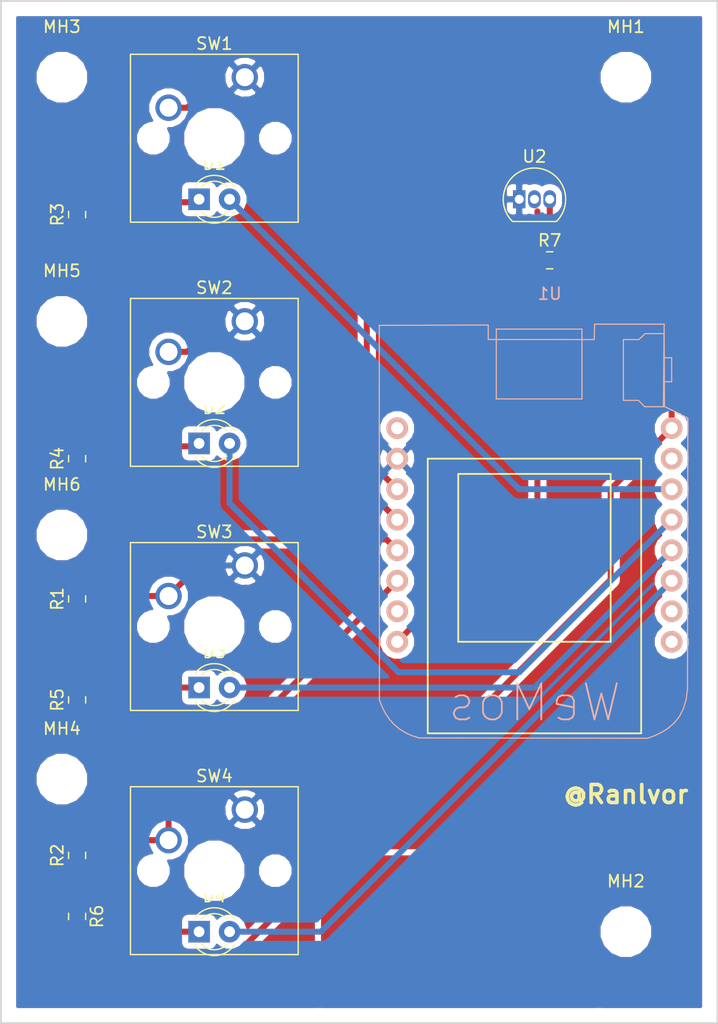
<source format=kicad_pcb>
(kicad_pcb (version 20171130) (host pcbnew 5.0.0-fee4fd1~66~ubuntu16.04.1)

  (general
    (thickness 1.6)
    (drawings 5)
    (tracks 82)
    (zones 0)
    (modules 24)
    (nets 16)
  )

  (page A4)
  (layers
    (0 F.Cu signal)
    (31 B.Cu signal)
    (32 B.Adhes user)
    (33 F.Adhes user)
    (34 B.Paste user)
    (35 F.Paste user)
    (36 B.SilkS user)
    (37 F.SilkS user)
    (38 B.Mask user)
    (39 F.Mask user)
    (40 Dwgs.User user)
    (41 Cmts.User user)
    (42 Eco1.User user)
    (43 Eco2.User user)
    (44 Edge.Cuts user)
    (45 Margin user)
    (46 B.CrtYd user)
    (47 F.CrtYd user)
    (48 B.Fab user)
    (49 F.Fab user)
  )

  (setup
    (last_trace_width 0.5)
    (trace_clearance 0.5)
    (zone_clearance 0.508)
    (zone_45_only no)
    (trace_min 0.5)
    (segment_width 0.2)
    (edge_width 0.15)
    (via_size 0.8)
    (via_drill 0.4)
    (via_min_size 0.4)
    (via_min_drill 0.3)
    (uvia_size 0.3)
    (uvia_drill 0.1)
    (uvias_allowed no)
    (uvia_min_size 0.2)
    (uvia_min_drill 0.1)
    (pcb_text_width 0.3)
    (pcb_text_size 1.5 1.5)
    (mod_edge_width 0.15)
    (mod_text_size 1 1)
    (mod_text_width 0.15)
    (pad_size 3.2 3.2)
    (pad_drill 3.2)
    (pad_to_mask_clearance 0.2)
    (aux_axis_origin 0 0)
    (grid_origin 132.08 106.68)
    (visible_elements FFFFFF7F)
    (pcbplotparams
      (layerselection 0x010fc_ffffffff)
      (usegerberextensions true)
      (usegerberattributes false)
      (usegerberadvancedattributes false)
      (creategerberjobfile false)
      (excludeedgelayer true)
      (linewidth 0.100000)
      (plotframeref false)
      (viasonmask false)
      (mode 1)
      (useauxorigin false)
      (hpglpennumber 1)
      (hpglpenspeed 20)
      (hpglpendiameter 15.000000)
      (psnegative false)
      (psa4output false)
      (plotreference true)
      (plotvalue true)
      (plotinvisibletext false)
      (padsonsilk false)
      (subtractmaskfromsilk false)
      (outputformat 1)
      (mirror false)
      (drillshape 0)
      (scaleselection 1)
      (outputdirectory "../gerber/"))
  )

  (net 0 "")
  (net 1 "Net-(D1-Pad2)")
  (net 2 "Net-(D1-Pad1)")
  (net 3 "Net-(D2-Pad1)")
  (net 4 "Net-(D2-Pad2)")
  (net 5 "Net-(D3-Pad2)")
  (net 6 "Net-(D3-Pad1)")
  (net 7 "Net-(D4-Pad1)")
  (net 8 "Net-(D4-Pad2)")
  (net 9 +3V3)
  (net 10 "Net-(R1-Pad2)")
  (net 11 "Net-(R2-Pad2)")
  (net 12 GND)
  (net 13 "Net-(SW1-Pad2)")
  (net 14 "Net-(SW2-Pad2)")
  (net 15 "Net-(R7-Pad1)")

  (net_class Default "This is the default net class."
    (clearance 0.5)
    (trace_width 0.5)
    (via_dia 0.8)
    (via_drill 0.4)
    (uvia_dia 0.3)
    (uvia_drill 0.1)
    (diff_pair_gap 0.25)
    (diff_pair_width 0.5)
    (add_net +3V3)
    (add_net GND)
    (add_net "Net-(D1-Pad1)")
    (add_net "Net-(D1-Pad2)")
    (add_net "Net-(D2-Pad1)")
    (add_net "Net-(D2-Pad2)")
    (add_net "Net-(D3-Pad1)")
    (add_net "Net-(D3-Pad2)")
    (add_net "Net-(D4-Pad1)")
    (add_net "Net-(D4-Pad2)")
    (add_net "Net-(R1-Pad2)")
    (add_net "Net-(R2-Pad2)")
    (add_net "Net-(R7-Pad1)")
    (add_net "Net-(SW1-Pad2)")
    (add_net "Net-(SW2-Pad2)")
  )

  (module wemos_d1_mini:D1_mini_board (layer B.Cu) (tedit 5766F65E) (tstamp 5B97B66A)
    (at 176.53 64.77)
    (path /5B6B04A7)
    (fp_text reference U1 (at 1.27 -18.81) (layer B.SilkS)
      (effects (font (size 1 1) (thickness 0.15)) (justify mirror))
    )
    (fp_text value WeMos_mini (at 1.27 19.05) (layer B.Fab)
      (effects (font (size 1 1) (thickness 0.15)) (justify mirror))
    )
    (fp_text user WeMos (at 0 15.24) (layer B.SilkS)
      (effects (font (size 3 3) (thickness 0.15)) (justify mirror))
    )
    (fp_line (start -6.35 -3.81) (end -6.35 10.16) (layer F.SilkS) (width 0.15))
    (fp_line (start -6.35 10.16) (end 6.35 10.16) (layer F.SilkS) (width 0.15))
    (fp_line (start 6.35 10.16) (end 6.35 -3.81) (layer F.SilkS) (width 0.15))
    (fp_line (start 6.35 -3.81) (end -6.35 -3.81) (layer F.SilkS) (width 0.15))
    (fp_line (start -8.89 -5.08) (end 8.89 -5.08) (layer F.SilkS) (width 0.15))
    (fp_line (start 8.89 -5.08) (end 8.89 17.78) (layer F.SilkS) (width 0.15))
    (fp_line (start 8.89 17.78) (end -8.89 17.78) (layer F.SilkS) (width 0.15))
    (fp_line (start -8.89 17.78) (end -8.89 -5.08) (layer F.SilkS) (width 0.15))
    (fp_line (start 10.817472 -16.277228) (end 5.00618 -16.277228) (layer B.SilkS) (width 0.1))
    (fp_line (start 5.00618 -16.277228) (end 4.979849 -14.993795) (layer B.SilkS) (width 0.1))
    (fp_line (start 4.979849 -14.993795) (end -3.851373 -15.000483) (layer B.SilkS) (width 0.1))
    (fp_line (start -3.851373 -15.000483) (end -3.849397 -16.202736) (layer B.SilkS) (width 0.1))
    (fp_line (start -3.849397 -16.202736) (end -12.930193 -16.176658) (layer B.SilkS) (width 0.1))
    (fp_line (start -12.930193 -16.176658) (end -12.916195 14.993493) (layer B.SilkS) (width 0.1))
    (fp_line (start -12.916195 14.993493) (end -12.683384 15.596286) (layer B.SilkS) (width 0.1))
    (fp_line (start -12.683384 15.596286) (end -12.399901 16.141167) (layer B.SilkS) (width 0.1))
    (fp_line (start -12.399901 16.141167) (end -12.065253 16.627577) (layer B.SilkS) (width 0.1))
    (fp_line (start -12.065253 16.627577) (end -11.678953 17.054952) (layer B.SilkS) (width 0.1))
    (fp_line (start -11.678953 17.054952) (end -11.240512 17.422741) (layer B.SilkS) (width 0.1))
    (fp_line (start -11.240512 17.422741) (end -10.74944 17.730377) (layer B.SilkS) (width 0.1))
    (fp_line (start -10.74944 17.730377) (end -10.20525 17.97731) (layer B.SilkS) (width 0.1))
    (fp_line (start -10.20525 17.97731) (end -9.607453 18.162976) (layer B.SilkS) (width 0.1))
    (fp_line (start -9.607453 18.162976) (end 9.43046 18.191734) (layer B.SilkS) (width 0.1))
    (fp_line (start 9.43046 18.191734) (end 10.049824 17.957741) (layer B.SilkS) (width 0.1))
    (fp_line (start 10.049824 17.957741) (end 10.638018 17.673258) (layer B.SilkS) (width 0.1))
    (fp_line (start 10.638018 17.673258) (end 11.181445 17.323743) (layer B.SilkS) (width 0.1))
    (fp_line (start 11.181445 17.323743) (end 11.666503 16.894658) (layer B.SilkS) (width 0.1))
    (fp_line (start 11.666503 16.894658) (end 12.079595 16.37146) (layer B.SilkS) (width 0.1))
    (fp_line (start 12.079595 16.37146) (end 12.407122 15.739613) (layer B.SilkS) (width 0.1))
    (fp_line (start 12.407122 15.739613) (end 12.635482 14.984575) (layer B.SilkS) (width 0.1))
    (fp_line (start 12.635482 14.984575) (end 12.751078 14.091807) (layer B.SilkS) (width 0.1))
    (fp_line (start 12.751078 14.091807) (end 12.776026 -8.463285) (layer B.SilkS) (width 0.1))
    (fp_line (start 12.776026 -8.463285) (end 10.83248 -9.424181) (layer B.SilkS) (width 0.1))
    (fp_line (start 10.83248 -9.424181) (end 10.802686 -16.232524) (layer B.SilkS) (width 0.1))
    (fp_line (start -3.17965 -10.051451) (end 3.959931 -10.051451) (layer B.SilkS) (width 0.1))
    (fp_line (start 3.959931 -10.051451) (end 3.959931 -15.865188) (layer B.SilkS) (width 0.1))
    (fp_line (start 3.959931 -15.865188) (end -3.17965 -15.865188) (layer B.SilkS) (width 0.1))
    (fp_line (start -3.17965 -15.865188) (end -3.17965 -10.051451) (layer B.SilkS) (width 0.1))
    (fp_line (start 10.7436 -9.402349) (end 9.191378 -9.402349) (layer B.SilkS) (width 0.1))
    (fp_line (start 9.191378 -9.402349) (end 8.662211 -9.931515) (layer B.SilkS) (width 0.1))
    (fp_line (start 8.662211 -9.931515) (end 7.40985 -9.931515) (layer B.SilkS) (width 0.1))
    (fp_line (start 7.40985 -9.931515) (end 7.40985 -14.993876) (layer B.SilkS) (width 0.1))
    (fp_line (start 7.40985 -14.993876) (end 8.697489 -14.993876) (layer B.SilkS) (width 0.1))
    (fp_line (start 8.697489 -14.993876) (end 9.226656 -15.487765) (layer B.SilkS) (width 0.1))
    (fp_line (start 9.226656 -15.487765) (end 10.796517 -15.487765) (layer B.SilkS) (width 0.1))
    (fp_line (start 10.796517 -15.487765) (end 10.7436 -9.402349) (layer B.SilkS) (width 0.1))
    (fp_line (start 10.778878 -11.483738) (end 11.431517 -11.483738) (layer B.SilkS) (width 0.1))
    (fp_line (start 11.431517 -11.483738) (end 11.431517 -13.476932) (layer B.SilkS) (width 0.1))
    (fp_line (start 11.431517 -13.476932) (end 10.814156 -13.476932) (layer B.SilkS) (width 0.1))
    (pad 8 thru_hole circle (at -11.43 10.16) (size 1.8 1.8) (drill 1.016) (layers *.Cu *.Mask B.SilkS)
      (net 15 "Net-(R7-Pad1)"))
    (pad 7 thru_hole circle (at -11.43 7.62) (size 1.8 1.8) (drill 1.016) (layers *.Cu *.Mask B.SilkS))
    (pad 6 thru_hole circle (at -11.43 5.08) (size 1.8 1.8) (drill 1.016) (layers *.Cu *.Mask B.SilkS)
      (net 11 "Net-(R2-Pad2)"))
    (pad 5 thru_hole circle (at -11.43 2.54) (size 1.8 1.8) (drill 1.016) (layers *.Cu *.Mask B.SilkS)
      (net 10 "Net-(R1-Pad2)"))
    (pad 4 thru_hole circle (at -11.43 0) (size 1.8 1.8) (drill 1.016) (layers *.Cu *.Mask B.SilkS)
      (net 14 "Net-(SW2-Pad2)"))
    (pad 3 thru_hole circle (at -11.43 -2.54) (size 1.8 1.8) (drill 1.016) (layers *.Cu *.Mask B.SilkS)
      (net 13 "Net-(SW1-Pad2)"))
    (pad 2 thru_hole circle (at -11.43 -5.08) (size 1.8 1.8) (drill 1.016) (layers *.Cu *.Mask B.SilkS)
      (net 12 GND))
    (pad 1 thru_hole circle (at -11.43 -7.62) (size 1.8 1.8) (drill 1.016) (layers *.Cu *.Mask B.SilkS))
    (pad 16 thru_hole circle (at 11.43 -7.62) (size 1.8 1.8) (drill 1.016) (layers *.Cu *.Mask B.SilkS)
      (net 9 +3V3))
    (pad 15 thru_hole circle (at 11.43 -5.08) (size 1.8 1.8) (drill 1.016) (layers *.Cu *.Mask B.SilkS))
    (pad 14 thru_hole circle (at 11.43 -2.54) (size 1.8 1.8) (drill 1.016) (layers *.Cu *.Mask B.SilkS)
      (net 1 "Net-(D1-Pad2)"))
    (pad 13 thru_hole circle (at 11.43 0) (size 1.8 1.8) (drill 1.016) (layers *.Cu *.Mask B.SilkS)
      (net 4 "Net-(D2-Pad2)"))
    (pad 12 thru_hole circle (at 11.43 2.54) (size 1.8 1.8) (drill 1.016) (layers *.Cu *.Mask B.SilkS)
      (net 5 "Net-(D3-Pad2)"))
    (pad 11 thru_hole circle (at 11.43 5.08) (size 1.8 1.8) (drill 1.016) (layers *.Cu *.Mask B.SilkS)
      (net 8 "Net-(D4-Pad2)"))
    (pad 10 thru_hole circle (at 11.43 7.62) (size 1.8 1.8) (drill 1.016) (layers *.Cu *.Mask B.SilkS))
    (pad 9 thru_hole circle (at 11.43 10.16) (size 1.8 1.8) (drill 1.016) (layers *.Cu *.Mask B.SilkS))
  )

  (module LED_THT:LED_D3.0mm (layer F.Cu) (tedit 587A3A7B) (tstamp 5B97B51D)
    (at 148.59 38.1)
    (descr "LED, diameter 3.0mm, 2 pins")
    (tags "LED diameter 3.0mm 2 pins")
    (path /5B6B1FFB)
    (fp_text reference D1 (at 1.27 -2.96) (layer F.SilkS)
      (effects (font (size 1 1) (thickness 0.15)))
    )
    (fp_text value LED (at 1.27 2.96) (layer F.Fab)
      (effects (font (size 1 1) (thickness 0.15)))
    )
    (fp_line (start 3.7 -2.25) (end -1.15 -2.25) (layer F.CrtYd) (width 0.05))
    (fp_line (start 3.7 2.25) (end 3.7 -2.25) (layer F.CrtYd) (width 0.05))
    (fp_line (start -1.15 2.25) (end 3.7 2.25) (layer F.CrtYd) (width 0.05))
    (fp_line (start -1.15 -2.25) (end -1.15 2.25) (layer F.CrtYd) (width 0.05))
    (fp_line (start -0.29 1.08) (end -0.29 1.236) (layer F.SilkS) (width 0.12))
    (fp_line (start -0.29 -1.236) (end -0.29 -1.08) (layer F.SilkS) (width 0.12))
    (fp_line (start -0.23 -1.16619) (end -0.23 1.16619) (layer F.Fab) (width 0.1))
    (fp_circle (center 1.27 0) (end 2.77 0) (layer F.Fab) (width 0.1))
    (fp_arc (start 1.27 0) (end 0.229039 1.08) (angle -87.9) (layer F.SilkS) (width 0.12))
    (fp_arc (start 1.27 0) (end 0.229039 -1.08) (angle 87.9) (layer F.SilkS) (width 0.12))
    (fp_arc (start 1.27 0) (end -0.29 1.235516) (angle -108.8) (layer F.SilkS) (width 0.12))
    (fp_arc (start 1.27 0) (end -0.29 -1.235516) (angle 108.8) (layer F.SilkS) (width 0.12))
    (fp_arc (start 1.27 0) (end -0.23 -1.16619) (angle 284.3) (layer F.Fab) (width 0.1))
    (pad 2 thru_hole circle (at 2.54 0) (size 1.8 1.8) (drill 0.9) (layers *.Cu *.Mask)
      (net 1 "Net-(D1-Pad2)"))
    (pad 1 thru_hole rect (at 0 0) (size 1.8 1.8) (drill 0.9) (layers *.Cu *.Mask)
      (net 2 "Net-(D1-Pad1)"))
    (model ${KISYS3DMOD}/LED_THT.3dshapes/LED_D3.0mm.wrl
      (at (xyz 0 0 0))
      (scale (xyz 1 1 1))
      (rotate (xyz 0 0 0))
    )
  )

  (module LED_THT:LED_D3.0mm (layer F.Cu) (tedit 587A3A7B) (tstamp 5B97B530)
    (at 148.59 58.42)
    (descr "LED, diameter 3.0mm, 2 pins")
    (tags "LED diameter 3.0mm 2 pins")
    (path /5B6B1E35)
    (fp_text reference D2 (at 1.27 -2.96) (layer F.SilkS)
      (effects (font (size 1 1) (thickness 0.15)))
    )
    (fp_text value LED (at 1.27 2.96) (layer F.Fab)
      (effects (font (size 1 1) (thickness 0.15)))
    )
    (fp_arc (start 1.27 0) (end -0.23 -1.16619) (angle 284.3) (layer F.Fab) (width 0.1))
    (fp_arc (start 1.27 0) (end -0.29 -1.235516) (angle 108.8) (layer F.SilkS) (width 0.12))
    (fp_arc (start 1.27 0) (end -0.29 1.235516) (angle -108.8) (layer F.SilkS) (width 0.12))
    (fp_arc (start 1.27 0) (end 0.229039 -1.08) (angle 87.9) (layer F.SilkS) (width 0.12))
    (fp_arc (start 1.27 0) (end 0.229039 1.08) (angle -87.9) (layer F.SilkS) (width 0.12))
    (fp_circle (center 1.27 0) (end 2.77 0) (layer F.Fab) (width 0.1))
    (fp_line (start -0.23 -1.16619) (end -0.23 1.16619) (layer F.Fab) (width 0.1))
    (fp_line (start -0.29 -1.236) (end -0.29 -1.08) (layer F.SilkS) (width 0.12))
    (fp_line (start -0.29 1.08) (end -0.29 1.236) (layer F.SilkS) (width 0.12))
    (fp_line (start -1.15 -2.25) (end -1.15 2.25) (layer F.CrtYd) (width 0.05))
    (fp_line (start -1.15 2.25) (end 3.7 2.25) (layer F.CrtYd) (width 0.05))
    (fp_line (start 3.7 2.25) (end 3.7 -2.25) (layer F.CrtYd) (width 0.05))
    (fp_line (start 3.7 -2.25) (end -1.15 -2.25) (layer F.CrtYd) (width 0.05))
    (pad 1 thru_hole rect (at 0 0) (size 1.8 1.8) (drill 0.9) (layers *.Cu *.Mask)
      (net 3 "Net-(D2-Pad1)"))
    (pad 2 thru_hole circle (at 2.54 0) (size 1.8 1.8) (drill 0.9) (layers *.Cu *.Mask)
      (net 4 "Net-(D2-Pad2)"))
    (model ${KISYS3DMOD}/LED_THT.3dshapes/LED_D3.0mm.wrl
      (at (xyz 0 0 0))
      (scale (xyz 1 1 1))
      (rotate (xyz 0 0 0))
    )
  )

  (module LED_THT:LED_D3.0mm (layer F.Cu) (tedit 587A3A7B) (tstamp 5B97B543)
    (at 148.59 78.74)
    (descr "LED, diameter 3.0mm, 2 pins")
    (tags "LED diameter 3.0mm 2 pins")
    (path /5B6B1C79)
    (fp_text reference D3 (at 1.27 -2.96) (layer F.SilkS)
      (effects (font (size 1 1) (thickness 0.15)))
    )
    (fp_text value LED (at 1.27 2.96) (layer F.Fab)
      (effects (font (size 1 1) (thickness 0.15)))
    )
    (fp_line (start 3.7 -2.25) (end -1.15 -2.25) (layer F.CrtYd) (width 0.05))
    (fp_line (start 3.7 2.25) (end 3.7 -2.25) (layer F.CrtYd) (width 0.05))
    (fp_line (start -1.15 2.25) (end 3.7 2.25) (layer F.CrtYd) (width 0.05))
    (fp_line (start -1.15 -2.25) (end -1.15 2.25) (layer F.CrtYd) (width 0.05))
    (fp_line (start -0.29 1.08) (end -0.29 1.236) (layer F.SilkS) (width 0.12))
    (fp_line (start -0.29 -1.236) (end -0.29 -1.08) (layer F.SilkS) (width 0.12))
    (fp_line (start -0.23 -1.16619) (end -0.23 1.16619) (layer F.Fab) (width 0.1))
    (fp_circle (center 1.27 0) (end 2.77 0) (layer F.Fab) (width 0.1))
    (fp_arc (start 1.27 0) (end 0.229039 1.08) (angle -87.9) (layer F.SilkS) (width 0.12))
    (fp_arc (start 1.27 0) (end 0.229039 -1.08) (angle 87.9) (layer F.SilkS) (width 0.12))
    (fp_arc (start 1.27 0) (end -0.29 1.235516) (angle -108.8) (layer F.SilkS) (width 0.12))
    (fp_arc (start 1.27 0) (end -0.29 -1.235516) (angle 108.8) (layer F.SilkS) (width 0.12))
    (fp_arc (start 1.27 0) (end -0.23 -1.16619) (angle 284.3) (layer F.Fab) (width 0.1))
    (pad 2 thru_hole circle (at 2.54 0) (size 1.8 1.8) (drill 0.9) (layers *.Cu *.Mask)
      (net 5 "Net-(D3-Pad2)"))
    (pad 1 thru_hole rect (at 0 0) (size 1.8 1.8) (drill 0.9) (layers *.Cu *.Mask)
      (net 6 "Net-(D3-Pad1)"))
    (model ${KISYS3DMOD}/LED_THT.3dshapes/LED_D3.0mm.wrl
      (at (xyz 0 0 0))
      (scale (xyz 1 1 1))
      (rotate (xyz 0 0 0))
    )
  )

  (module LED_THT:LED_D3.0mm (layer F.Cu) (tedit 587A3A7B) (tstamp 5B97C08E)
    (at 148.59 99.06)
    (descr "LED, diameter 3.0mm, 2 pins")
    (tags "LED diameter 3.0mm 2 pins")
    (path /5B6B1A03)
    (fp_text reference D4 (at 1.27 -2.96) (layer F.SilkS)
      (effects (font (size 1 1) (thickness 0.15)))
    )
    (fp_text value LED (at 1.27 2.96) (layer F.Fab)
      (effects (font (size 1 1) (thickness 0.15)))
    )
    (fp_arc (start 1.27 0) (end -0.23 -1.16619) (angle 284.3) (layer F.Fab) (width 0.1))
    (fp_arc (start 1.27 0) (end -0.29 -1.235516) (angle 108.8) (layer F.SilkS) (width 0.12))
    (fp_arc (start 1.27 0) (end -0.29 1.235516) (angle -108.8) (layer F.SilkS) (width 0.12))
    (fp_arc (start 1.27 0) (end 0.229039 -1.08) (angle 87.9) (layer F.SilkS) (width 0.12))
    (fp_arc (start 1.27 0) (end 0.229039 1.08) (angle -87.9) (layer F.SilkS) (width 0.12))
    (fp_circle (center 1.27 0) (end 2.77 0) (layer F.Fab) (width 0.1))
    (fp_line (start -0.23 -1.16619) (end -0.23 1.16619) (layer F.Fab) (width 0.1))
    (fp_line (start -0.29 -1.236) (end -0.29 -1.08) (layer F.SilkS) (width 0.12))
    (fp_line (start -0.29 1.08) (end -0.29 1.236) (layer F.SilkS) (width 0.12))
    (fp_line (start -1.15 -2.25) (end -1.15 2.25) (layer F.CrtYd) (width 0.05))
    (fp_line (start -1.15 2.25) (end 3.7 2.25) (layer F.CrtYd) (width 0.05))
    (fp_line (start 3.7 2.25) (end 3.7 -2.25) (layer F.CrtYd) (width 0.05))
    (fp_line (start 3.7 -2.25) (end -1.15 -2.25) (layer F.CrtYd) (width 0.05))
    (pad 1 thru_hole rect (at 0 0) (size 1.8 1.8) (drill 0.9) (layers *.Cu *.Mask)
      (net 7 "Net-(D4-Pad1)"))
    (pad 2 thru_hole circle (at 2.54 0) (size 1.8 1.8) (drill 0.9) (layers *.Cu *.Mask)
      (net 8 "Net-(D4-Pad2)"))
    (model ${KISYS3DMOD}/LED_THT.3dshapes/LED_D3.0mm.wrl
      (at (xyz 0 0 0))
      (scale (xyz 1 1 1))
      (rotate (xyz 0 0 0))
    )
  )

  (module Resistor_SMD:R_0805_2012Metric_Pad1.15x1.40mm_HandSolder (layer F.Cu) (tedit 5B36C52B) (tstamp 5B97B567)
    (at 138.43 71.365 90)
    (descr "Resistor SMD 0805 (2012 Metric), square (rectangular) end terminal, IPC_7351 nominal with elongated pad for handsoldering. (Body size source: https://docs.google.com/spreadsheets/d/1BsfQQcO9C6DZCsRaXUlFlo91Tg2WpOkGARC1WS5S8t0/edit?usp=sharing), generated with kicad-footprint-generator")
    (tags "resistor handsolder")
    (path /5B6B0919)
    (attr smd)
    (fp_text reference R1 (at 0 -1.65 90) (layer F.SilkS)
      (effects (font (size 1 1) (thickness 0.15)))
    )
    (fp_text value 10k (at 0 1.65 90) (layer F.Fab)
      (effects (font (size 1 1) (thickness 0.15)))
    )
    (fp_line (start -1 0.6) (end -1 -0.6) (layer F.Fab) (width 0.1))
    (fp_line (start -1 -0.6) (end 1 -0.6) (layer F.Fab) (width 0.1))
    (fp_line (start 1 -0.6) (end 1 0.6) (layer F.Fab) (width 0.1))
    (fp_line (start 1 0.6) (end -1 0.6) (layer F.Fab) (width 0.1))
    (fp_line (start -0.261252 -0.71) (end 0.261252 -0.71) (layer F.SilkS) (width 0.12))
    (fp_line (start -0.261252 0.71) (end 0.261252 0.71) (layer F.SilkS) (width 0.12))
    (fp_line (start -1.85 0.95) (end -1.85 -0.95) (layer F.CrtYd) (width 0.05))
    (fp_line (start -1.85 -0.95) (end 1.85 -0.95) (layer F.CrtYd) (width 0.05))
    (fp_line (start 1.85 -0.95) (end 1.85 0.95) (layer F.CrtYd) (width 0.05))
    (fp_line (start 1.85 0.95) (end -1.85 0.95) (layer F.CrtYd) (width 0.05))
    (fp_text user %R (at 0 0 90) (layer F.Fab)
      (effects (font (size 0.5 0.5) (thickness 0.08)))
    )
    (pad 1 smd roundrect (at -1.025 0 90) (size 1.15 1.4) (layers F.Cu F.Paste F.Mask) (roundrect_rratio 0.217391)
      (net 9 +3V3))
    (pad 2 smd roundrect (at 1.025 0 90) (size 1.15 1.4) (layers F.Cu F.Paste F.Mask) (roundrect_rratio 0.217391)
      (net 10 "Net-(R1-Pad2)"))
    (model ${KISYS3DMOD}/Resistor_SMD.3dshapes/R_0805_2012Metric.wrl
      (at (xyz 0 0 0))
      (scale (xyz 1 1 1))
      (rotate (xyz 0 0 0))
    )
  )

  (module Resistor_SMD:R_0805_2012Metric_Pad1.15x1.40mm_HandSolder (layer F.Cu) (tedit 5B36C52B) (tstamp 5B97B578)
    (at 138.43 92.71 90)
    (descr "Resistor SMD 0805 (2012 Metric), square (rectangular) end terminal, IPC_7351 nominal with elongated pad for handsoldering. (Body size source: https://docs.google.com/spreadsheets/d/1BsfQQcO9C6DZCsRaXUlFlo91Tg2WpOkGARC1WS5S8t0/edit?usp=sharing), generated with kicad-footprint-generator")
    (tags "resistor handsolder")
    (path /5B6B098B)
    (attr smd)
    (fp_text reference R2 (at 0 -1.65 90) (layer F.SilkS)
      (effects (font (size 1 1) (thickness 0.15)))
    )
    (fp_text value 10k (at 0 1.65 90) (layer F.Fab)
      (effects (font (size 1 1) (thickness 0.15)))
    )
    (fp_text user %R (at 0 0 90) (layer F.Fab)
      (effects (font (size 0.5 0.5) (thickness 0.08)))
    )
    (fp_line (start 1.85 0.95) (end -1.85 0.95) (layer F.CrtYd) (width 0.05))
    (fp_line (start 1.85 -0.95) (end 1.85 0.95) (layer F.CrtYd) (width 0.05))
    (fp_line (start -1.85 -0.95) (end 1.85 -0.95) (layer F.CrtYd) (width 0.05))
    (fp_line (start -1.85 0.95) (end -1.85 -0.95) (layer F.CrtYd) (width 0.05))
    (fp_line (start -0.261252 0.71) (end 0.261252 0.71) (layer F.SilkS) (width 0.12))
    (fp_line (start -0.261252 -0.71) (end 0.261252 -0.71) (layer F.SilkS) (width 0.12))
    (fp_line (start 1 0.6) (end -1 0.6) (layer F.Fab) (width 0.1))
    (fp_line (start 1 -0.6) (end 1 0.6) (layer F.Fab) (width 0.1))
    (fp_line (start -1 -0.6) (end 1 -0.6) (layer F.Fab) (width 0.1))
    (fp_line (start -1 0.6) (end -1 -0.6) (layer F.Fab) (width 0.1))
    (pad 2 smd roundrect (at 1.025 0 90) (size 1.15 1.4) (layers F.Cu F.Paste F.Mask) (roundrect_rratio 0.217391)
      (net 11 "Net-(R2-Pad2)"))
    (pad 1 smd roundrect (at -1.025 0 90) (size 1.15 1.4) (layers F.Cu F.Paste F.Mask) (roundrect_rratio 0.217391)
      (net 9 +3V3))
    (model ${KISYS3DMOD}/Resistor_SMD.3dshapes/R_0805_2012Metric.wrl
      (at (xyz 0 0 0))
      (scale (xyz 1 1 1))
      (rotate (xyz 0 0 0))
    )
  )

  (module Resistor_SMD:R_0805_2012Metric_Pad1.15x1.40mm_HandSolder (layer F.Cu) (tedit 5B36C52B) (tstamp 5B97B589)
    (at 138.43 39.37 90)
    (descr "Resistor SMD 0805 (2012 Metric), square (rectangular) end terminal, IPC_7351 nominal with elongated pad for handsoldering. (Body size source: https://docs.google.com/spreadsheets/d/1BsfQQcO9C6DZCsRaXUlFlo91Tg2WpOkGARC1WS5S8t0/edit?usp=sharing), generated with kicad-footprint-generator")
    (tags "resistor handsolder")
    (path /5B6B56DB)
    (attr smd)
    (fp_text reference R3 (at 0 -1.65 90) (layer F.SilkS)
      (effects (font (size 1 1) (thickness 0.15)))
    )
    (fp_text value R (at 0 1.65 90) (layer F.Fab)
      (effects (font (size 1 1) (thickness 0.15)))
    )
    (fp_line (start -1 0.6) (end -1 -0.6) (layer F.Fab) (width 0.1))
    (fp_line (start -1 -0.6) (end 1 -0.6) (layer F.Fab) (width 0.1))
    (fp_line (start 1 -0.6) (end 1 0.6) (layer F.Fab) (width 0.1))
    (fp_line (start 1 0.6) (end -1 0.6) (layer F.Fab) (width 0.1))
    (fp_line (start -0.261252 -0.71) (end 0.261252 -0.71) (layer F.SilkS) (width 0.12))
    (fp_line (start -0.261252 0.71) (end 0.261252 0.71) (layer F.SilkS) (width 0.12))
    (fp_line (start -1.85 0.95) (end -1.85 -0.95) (layer F.CrtYd) (width 0.05))
    (fp_line (start -1.85 -0.95) (end 1.85 -0.95) (layer F.CrtYd) (width 0.05))
    (fp_line (start 1.85 -0.95) (end 1.85 0.95) (layer F.CrtYd) (width 0.05))
    (fp_line (start 1.85 0.95) (end -1.85 0.95) (layer F.CrtYd) (width 0.05))
    (fp_text user %R (at 0 0 90) (layer F.Fab)
      (effects (font (size 0.5 0.5) (thickness 0.08)))
    )
    (pad 1 smd roundrect (at -1.025 0 90) (size 1.15 1.4) (layers F.Cu F.Paste F.Mask) (roundrect_rratio 0.217391)
      (net 12 GND))
    (pad 2 smd roundrect (at 1.025 0 90) (size 1.15 1.4) (layers F.Cu F.Paste F.Mask) (roundrect_rratio 0.217391)
      (net 2 "Net-(D1-Pad1)"))
    (model ${KISYS3DMOD}/Resistor_SMD.3dshapes/R_0805_2012Metric.wrl
      (at (xyz 0 0 0))
      (scale (xyz 1 1 1))
      (rotate (xyz 0 0 0))
    )
  )

  (module Resistor_SMD:R_0805_2012Metric_Pad1.15x1.40mm_HandSolder (layer F.Cu) (tedit 5B36C52B) (tstamp 5B97B59A)
    (at 138.43 59.69 90)
    (descr "Resistor SMD 0805 (2012 Metric), square (rectangular) end terminal, IPC_7351 nominal with elongated pad for handsoldering. (Body size source: https://docs.google.com/spreadsheets/d/1BsfQQcO9C6DZCsRaXUlFlo91Tg2WpOkGARC1WS5S8t0/edit?usp=sharing), generated with kicad-footprint-generator")
    (tags "resistor handsolder")
    (path /5B6B575B)
    (attr smd)
    (fp_text reference R4 (at 0 -1.65 90) (layer F.SilkS)
      (effects (font (size 1 1) (thickness 0.15)))
    )
    (fp_text value R (at 0 1.65 90) (layer F.Fab)
      (effects (font (size 1 1) (thickness 0.15)))
    )
    (fp_text user %R (at 0 0 90) (layer F.Fab)
      (effects (font (size 0.5 0.5) (thickness 0.08)))
    )
    (fp_line (start 1.85 0.95) (end -1.85 0.95) (layer F.CrtYd) (width 0.05))
    (fp_line (start 1.85 -0.95) (end 1.85 0.95) (layer F.CrtYd) (width 0.05))
    (fp_line (start -1.85 -0.95) (end 1.85 -0.95) (layer F.CrtYd) (width 0.05))
    (fp_line (start -1.85 0.95) (end -1.85 -0.95) (layer F.CrtYd) (width 0.05))
    (fp_line (start -0.261252 0.71) (end 0.261252 0.71) (layer F.SilkS) (width 0.12))
    (fp_line (start -0.261252 -0.71) (end 0.261252 -0.71) (layer F.SilkS) (width 0.12))
    (fp_line (start 1 0.6) (end -1 0.6) (layer F.Fab) (width 0.1))
    (fp_line (start 1 -0.6) (end 1 0.6) (layer F.Fab) (width 0.1))
    (fp_line (start -1 -0.6) (end 1 -0.6) (layer F.Fab) (width 0.1))
    (fp_line (start -1 0.6) (end -1 -0.6) (layer F.Fab) (width 0.1))
    (pad 2 smd roundrect (at 1.025 0 90) (size 1.15 1.4) (layers F.Cu F.Paste F.Mask) (roundrect_rratio 0.217391)
      (net 3 "Net-(D2-Pad1)"))
    (pad 1 smd roundrect (at -1.025 0 90) (size 1.15 1.4) (layers F.Cu F.Paste F.Mask) (roundrect_rratio 0.217391)
      (net 12 GND))
    (model ${KISYS3DMOD}/Resistor_SMD.3dshapes/R_0805_2012Metric.wrl
      (at (xyz 0 0 0))
      (scale (xyz 1 1 1))
      (rotate (xyz 0 0 0))
    )
  )

  (module Resistor_SMD:R_0805_2012Metric_Pad1.15x1.40mm_HandSolder (layer F.Cu) (tedit 5B36C52B) (tstamp 5B97B5AB)
    (at 138.43 79.765 90)
    (descr "Resistor SMD 0805 (2012 Metric), square (rectangular) end terminal, IPC_7351 nominal with elongated pad for handsoldering. (Body size source: https://docs.google.com/spreadsheets/d/1BsfQQcO9C6DZCsRaXUlFlo91Tg2WpOkGARC1WS5S8t0/edit?usp=sharing), generated with kicad-footprint-generator")
    (tags "resistor handsolder")
    (path /5B6B5B52)
    (attr smd)
    (fp_text reference R5 (at 0 -1.65 90) (layer F.SilkS)
      (effects (font (size 1 1) (thickness 0.15)))
    )
    (fp_text value R (at 0 1.65 90) (layer F.Fab)
      (effects (font (size 1 1) (thickness 0.15)))
    )
    (fp_line (start -1 0.6) (end -1 -0.6) (layer F.Fab) (width 0.1))
    (fp_line (start -1 -0.6) (end 1 -0.6) (layer F.Fab) (width 0.1))
    (fp_line (start 1 -0.6) (end 1 0.6) (layer F.Fab) (width 0.1))
    (fp_line (start 1 0.6) (end -1 0.6) (layer F.Fab) (width 0.1))
    (fp_line (start -0.261252 -0.71) (end 0.261252 -0.71) (layer F.SilkS) (width 0.12))
    (fp_line (start -0.261252 0.71) (end 0.261252 0.71) (layer F.SilkS) (width 0.12))
    (fp_line (start -1.85 0.95) (end -1.85 -0.95) (layer F.CrtYd) (width 0.05))
    (fp_line (start -1.85 -0.95) (end 1.85 -0.95) (layer F.CrtYd) (width 0.05))
    (fp_line (start 1.85 -0.95) (end 1.85 0.95) (layer F.CrtYd) (width 0.05))
    (fp_line (start 1.85 0.95) (end -1.85 0.95) (layer F.CrtYd) (width 0.05))
    (fp_text user %R (at 0 0 90) (layer F.Fab)
      (effects (font (size 0.5 0.5) (thickness 0.08)))
    )
    (pad 1 smd roundrect (at -1.025 0 90) (size 1.15 1.4) (layers F.Cu F.Paste F.Mask) (roundrect_rratio 0.217391)
      (net 12 GND))
    (pad 2 smd roundrect (at 1.025 0 90) (size 1.15 1.4) (layers F.Cu F.Paste F.Mask) (roundrect_rratio 0.217391)
      (net 6 "Net-(D3-Pad1)"))
    (model ${KISYS3DMOD}/Resistor_SMD.3dshapes/R_0805_2012Metric.wrl
      (at (xyz 0 0 0))
      (scale (xyz 1 1 1))
      (rotate (xyz 0 0 0))
    )
  )

  (module Resistor_SMD:R_0805_2012Metric_Pad1.15x1.40mm_HandSolder (layer F.Cu) (tedit 5B36C52B) (tstamp 5B97B5BC)
    (at 138.43 97.79 270)
    (descr "Resistor SMD 0805 (2012 Metric), square (rectangular) end terminal, IPC_7351 nominal with elongated pad for handsoldering. (Body size source: https://docs.google.com/spreadsheets/d/1BsfQQcO9C6DZCsRaXUlFlo91Tg2WpOkGARC1WS5S8t0/edit?usp=sharing), generated with kicad-footprint-generator")
    (tags "resistor handsolder")
    (path /5B6B5F51)
    (attr smd)
    (fp_text reference R6 (at 0 -1.65 270) (layer F.SilkS)
      (effects (font (size 1 1) (thickness 0.15)))
    )
    (fp_text value R (at 0 1.65 270) (layer F.Fab)
      (effects (font (size 1 1) (thickness 0.15)))
    )
    (fp_text user %R (at 0 0 270) (layer F.Fab)
      (effects (font (size 0.5 0.5) (thickness 0.08)))
    )
    (fp_line (start 1.85 0.95) (end -1.85 0.95) (layer F.CrtYd) (width 0.05))
    (fp_line (start 1.85 -0.95) (end 1.85 0.95) (layer F.CrtYd) (width 0.05))
    (fp_line (start -1.85 -0.95) (end 1.85 -0.95) (layer F.CrtYd) (width 0.05))
    (fp_line (start -1.85 0.95) (end -1.85 -0.95) (layer F.CrtYd) (width 0.05))
    (fp_line (start -0.261252 0.71) (end 0.261252 0.71) (layer F.SilkS) (width 0.12))
    (fp_line (start -0.261252 -0.71) (end 0.261252 -0.71) (layer F.SilkS) (width 0.12))
    (fp_line (start 1 0.6) (end -1 0.6) (layer F.Fab) (width 0.1))
    (fp_line (start 1 -0.6) (end 1 0.6) (layer F.Fab) (width 0.1))
    (fp_line (start -1 -0.6) (end 1 -0.6) (layer F.Fab) (width 0.1))
    (fp_line (start -1 0.6) (end -1 -0.6) (layer F.Fab) (width 0.1))
    (pad 2 smd roundrect (at 1.025 0 270) (size 1.15 1.4) (layers F.Cu F.Paste F.Mask) (roundrect_rratio 0.217391)
      (net 7 "Net-(D4-Pad1)"))
    (pad 1 smd roundrect (at -1.025 0 270) (size 1.15 1.4) (layers F.Cu F.Paste F.Mask) (roundrect_rratio 0.217391)
      (net 12 GND))
    (model ${KISYS3DMOD}/Resistor_SMD.3dshapes/R_0805_2012Metric.wrl
      (at (xyz 0 0 0))
      (scale (xyz 1 1 1))
      (rotate (xyz 0 0 0))
    )
  )

  (module Button_Switch_Keyboard:SW_Cherry_MX1A_1.00u_PCB (layer F.Cu) (tedit 5A02FE24) (tstamp 5B97B5D6)
    (at 152.4 27.94)
    (descr "Cherry MX keyswitch, MX1A, 1.00u, PCB mount, http://cherryamericas.com/wp-content/uploads/2014/12/mx_cat.pdf")
    (tags "cherry mx keyswitch MX1A 1.00u PCB")
    (path /5B6B0541)
    (fp_text reference SW1 (at -2.54 -2.794) (layer F.SilkS)
      (effects (font (size 1 1) (thickness 0.15)))
    )
    (fp_text value SW_Push (at -2.54 12.954) (layer F.Fab)
      (effects (font (size 1 1) (thickness 0.15)))
    )
    (fp_text user %R (at -2.54 -2.794) (layer F.Fab)
      (effects (font (size 1 1) (thickness 0.15)))
    )
    (fp_line (start -8.89 -1.27) (end 3.81 -1.27) (layer F.Fab) (width 0.15))
    (fp_line (start 3.81 -1.27) (end 3.81 11.43) (layer F.Fab) (width 0.15))
    (fp_line (start 3.81 11.43) (end -8.89 11.43) (layer F.Fab) (width 0.15))
    (fp_line (start -8.89 11.43) (end -8.89 -1.27) (layer F.Fab) (width 0.15))
    (fp_line (start -9.14 11.68) (end -9.14 -1.52) (layer F.CrtYd) (width 0.05))
    (fp_line (start 4.06 11.68) (end -9.14 11.68) (layer F.CrtYd) (width 0.05))
    (fp_line (start 4.06 -1.52) (end 4.06 11.68) (layer F.CrtYd) (width 0.05))
    (fp_line (start -9.14 -1.52) (end 4.06 -1.52) (layer F.CrtYd) (width 0.05))
    (fp_line (start -12.065 -4.445) (end 6.985 -4.445) (layer Dwgs.User) (width 0.15))
    (fp_line (start 6.985 -4.445) (end 6.985 14.605) (layer Dwgs.User) (width 0.15))
    (fp_line (start 6.985 14.605) (end -12.065 14.605) (layer Dwgs.User) (width 0.15))
    (fp_line (start -12.065 14.605) (end -12.065 -4.445) (layer Dwgs.User) (width 0.15))
    (fp_line (start -9.525 -1.905) (end 4.445 -1.905) (layer F.SilkS) (width 0.12))
    (fp_line (start 4.445 -1.905) (end 4.445 12.065) (layer F.SilkS) (width 0.12))
    (fp_line (start 4.445 12.065) (end -9.525 12.065) (layer F.SilkS) (width 0.12))
    (fp_line (start -9.525 12.065) (end -9.525 -1.905) (layer F.SilkS) (width 0.12))
    (pad 1 thru_hole circle (at 0 0) (size 2.2 2.2) (drill 1.5) (layers *.Cu *.Mask)
      (net 12 GND))
    (pad 2 thru_hole circle (at -6.35 2.54) (size 2.2 2.2) (drill 1.5) (layers *.Cu *.Mask)
      (net 13 "Net-(SW1-Pad2)"))
    (pad "" np_thru_hole circle (at -2.54 5.08) (size 4 4) (drill 4) (layers *.Cu *.Mask))
    (pad "" np_thru_hole circle (at -7.62 5.08) (size 1.7 1.7) (drill 1.7) (layers *.Cu *.Mask))
    (pad "" np_thru_hole circle (at 2.54 5.08) (size 1.7 1.7) (drill 1.7) (layers *.Cu *.Mask))
    (model ${KISYS3DMOD}/Button_Switch_Keyboard.3dshapes/SW_Cherry_MX1A_1.00u_PCB.wrl
      (at (xyz 0 0 0))
      (scale (xyz 1 1 1))
      (rotate (xyz 0 0 0))
    )
  )

  (module Button_Switch_Keyboard:SW_Cherry_MX1A_1.00u_PCB (layer F.Cu) (tedit 5A02FE24) (tstamp 5B97B5F0)
    (at 152.4 48.26)
    (descr "Cherry MX keyswitch, MX1A, 1.00u, PCB mount, http://cherryamericas.com/wp-content/uploads/2014/12/mx_cat.pdf")
    (tags "cherry mx keyswitch MX1A 1.00u PCB")
    (path /5B6B0154)
    (fp_text reference SW2 (at -2.54 -2.794) (layer F.SilkS)
      (effects (font (size 1 1) (thickness 0.15)))
    )
    (fp_text value SW_Push (at -2.54 12.954) (layer F.Fab)
      (effects (font (size 1 1) (thickness 0.15)))
    )
    (fp_line (start -9.525 12.065) (end -9.525 -1.905) (layer F.SilkS) (width 0.12))
    (fp_line (start 4.445 12.065) (end -9.525 12.065) (layer F.SilkS) (width 0.12))
    (fp_line (start 4.445 -1.905) (end 4.445 12.065) (layer F.SilkS) (width 0.12))
    (fp_line (start -9.525 -1.905) (end 4.445 -1.905) (layer F.SilkS) (width 0.12))
    (fp_line (start -12.065 14.605) (end -12.065 -4.445) (layer Dwgs.User) (width 0.15))
    (fp_line (start 6.985 14.605) (end -12.065 14.605) (layer Dwgs.User) (width 0.15))
    (fp_line (start 6.985 -4.445) (end 6.985 14.605) (layer Dwgs.User) (width 0.15))
    (fp_line (start -12.065 -4.445) (end 6.985 -4.445) (layer Dwgs.User) (width 0.15))
    (fp_line (start -9.14 -1.52) (end 4.06 -1.52) (layer F.CrtYd) (width 0.05))
    (fp_line (start 4.06 -1.52) (end 4.06 11.68) (layer F.CrtYd) (width 0.05))
    (fp_line (start 4.06 11.68) (end -9.14 11.68) (layer F.CrtYd) (width 0.05))
    (fp_line (start -9.14 11.68) (end -9.14 -1.52) (layer F.CrtYd) (width 0.05))
    (fp_line (start -8.89 11.43) (end -8.89 -1.27) (layer F.Fab) (width 0.15))
    (fp_line (start 3.81 11.43) (end -8.89 11.43) (layer F.Fab) (width 0.15))
    (fp_line (start 3.81 -1.27) (end 3.81 11.43) (layer F.Fab) (width 0.15))
    (fp_line (start -8.89 -1.27) (end 3.81 -1.27) (layer F.Fab) (width 0.15))
    (fp_text user %R (at -2.54 -2.794) (layer F.Fab)
      (effects (font (size 1 1) (thickness 0.15)))
    )
    (pad "" np_thru_hole circle (at 2.54 5.08) (size 1.7 1.7) (drill 1.7) (layers *.Cu *.Mask))
    (pad "" np_thru_hole circle (at -7.62 5.08) (size 1.7 1.7) (drill 1.7) (layers *.Cu *.Mask))
    (pad "" np_thru_hole circle (at -2.54 5.08) (size 4 4) (drill 4) (layers *.Cu *.Mask))
    (pad 2 thru_hole circle (at -6.35 2.54) (size 2.2 2.2) (drill 1.5) (layers *.Cu *.Mask)
      (net 14 "Net-(SW2-Pad2)"))
    (pad 1 thru_hole circle (at 0 0) (size 2.2 2.2) (drill 1.5) (layers *.Cu *.Mask)
      (net 12 GND))
    (model ${KISYS3DMOD}/Button_Switch_Keyboard.3dshapes/SW_Cherry_MX1A_1.00u_PCB.wrl
      (at (xyz 0 0 0))
      (scale (xyz 1 1 1))
      (rotate (xyz 0 0 0))
    )
  )

  (module Button_Switch_Keyboard:SW_Cherry_MX1A_1.00u_PCB (layer F.Cu) (tedit 5A02FE24) (tstamp 5B97B60A)
    (at 152.4 68.58)
    (descr "Cherry MX keyswitch, MX1A, 1.00u, PCB mount, http://cherryamericas.com/wp-content/uploads/2014/12/mx_cat.pdf")
    (tags "cherry mx keyswitch MX1A 1.00u PCB")
    (path /5B6B0185)
    (fp_text reference SW3 (at -2.54 -2.794) (layer F.SilkS)
      (effects (font (size 1 1) (thickness 0.15)))
    )
    (fp_text value SW_Push (at -2.54 12.954) (layer F.Fab)
      (effects (font (size 1 1) (thickness 0.15)))
    )
    (fp_text user %R (at -2.54 -2.794) (layer F.Fab)
      (effects (font (size 1 1) (thickness 0.15)))
    )
    (fp_line (start -8.89 -1.27) (end 3.81 -1.27) (layer F.Fab) (width 0.15))
    (fp_line (start 3.81 -1.27) (end 3.81 11.43) (layer F.Fab) (width 0.15))
    (fp_line (start 3.81 11.43) (end -8.89 11.43) (layer F.Fab) (width 0.15))
    (fp_line (start -8.89 11.43) (end -8.89 -1.27) (layer F.Fab) (width 0.15))
    (fp_line (start -9.14 11.68) (end -9.14 -1.52) (layer F.CrtYd) (width 0.05))
    (fp_line (start 4.06 11.68) (end -9.14 11.68) (layer F.CrtYd) (width 0.05))
    (fp_line (start 4.06 -1.52) (end 4.06 11.68) (layer F.CrtYd) (width 0.05))
    (fp_line (start -9.14 -1.52) (end 4.06 -1.52) (layer F.CrtYd) (width 0.05))
    (fp_line (start -12.065 -4.445) (end 6.985 -4.445) (layer Dwgs.User) (width 0.15))
    (fp_line (start 6.985 -4.445) (end 6.985 14.605) (layer Dwgs.User) (width 0.15))
    (fp_line (start 6.985 14.605) (end -12.065 14.605) (layer Dwgs.User) (width 0.15))
    (fp_line (start -12.065 14.605) (end -12.065 -4.445) (layer Dwgs.User) (width 0.15))
    (fp_line (start -9.525 -1.905) (end 4.445 -1.905) (layer F.SilkS) (width 0.12))
    (fp_line (start 4.445 -1.905) (end 4.445 12.065) (layer F.SilkS) (width 0.12))
    (fp_line (start 4.445 12.065) (end -9.525 12.065) (layer F.SilkS) (width 0.12))
    (fp_line (start -9.525 12.065) (end -9.525 -1.905) (layer F.SilkS) (width 0.12))
    (pad 1 thru_hole circle (at 0 0) (size 2.2 2.2) (drill 1.5) (layers *.Cu *.Mask)
      (net 12 GND))
    (pad 2 thru_hole circle (at -6.35 2.54) (size 2.2 2.2) (drill 1.5) (layers *.Cu *.Mask)
      (net 10 "Net-(R1-Pad2)"))
    (pad "" np_thru_hole circle (at -2.54 5.08) (size 4 4) (drill 4) (layers *.Cu *.Mask))
    (pad "" np_thru_hole circle (at -7.62 5.08) (size 1.7 1.7) (drill 1.7) (layers *.Cu *.Mask))
    (pad "" np_thru_hole circle (at 2.54 5.08) (size 1.7 1.7) (drill 1.7) (layers *.Cu *.Mask))
    (model ${KISYS3DMOD}/Button_Switch_Keyboard.3dshapes/SW_Cherry_MX1A_1.00u_PCB.wrl
      (at (xyz 0 0 0))
      (scale (xyz 1 1 1))
      (rotate (xyz 0 0 0))
    )
  )

  (module Button_Switch_Keyboard:SW_Cherry_MX1A_1.00u_PCB (layer F.Cu) (tedit 5A02FE24) (tstamp 5B97B624)
    (at 152.4 88.9)
    (descr "Cherry MX keyswitch, MX1A, 1.00u, PCB mount, http://cherryamericas.com/wp-content/uploads/2014/12/mx_cat.pdf")
    (tags "cherry mx keyswitch MX1A 1.00u PCB")
    (path /5B6B01AE)
    (fp_text reference SW4 (at -2.54 -2.794) (layer F.SilkS)
      (effects (font (size 1 1) (thickness 0.15)))
    )
    (fp_text value SW_Push (at -2.54 12.954) (layer F.Fab)
      (effects (font (size 1 1) (thickness 0.15)))
    )
    (fp_line (start -9.525 12.065) (end -9.525 -1.905) (layer F.SilkS) (width 0.12))
    (fp_line (start 4.445 12.065) (end -9.525 12.065) (layer F.SilkS) (width 0.12))
    (fp_line (start 4.445 -1.905) (end 4.445 12.065) (layer F.SilkS) (width 0.12))
    (fp_line (start -9.525 -1.905) (end 4.445 -1.905) (layer F.SilkS) (width 0.12))
    (fp_line (start -12.065 14.605) (end -12.065 -4.445) (layer Dwgs.User) (width 0.15))
    (fp_line (start 6.985 14.605) (end -12.065 14.605) (layer Dwgs.User) (width 0.15))
    (fp_line (start 6.985 -4.445) (end 6.985 14.605) (layer Dwgs.User) (width 0.15))
    (fp_line (start -12.065 -4.445) (end 6.985 -4.445) (layer Dwgs.User) (width 0.15))
    (fp_line (start -9.14 -1.52) (end 4.06 -1.52) (layer F.CrtYd) (width 0.05))
    (fp_line (start 4.06 -1.52) (end 4.06 11.68) (layer F.CrtYd) (width 0.05))
    (fp_line (start 4.06 11.68) (end -9.14 11.68) (layer F.CrtYd) (width 0.05))
    (fp_line (start -9.14 11.68) (end -9.14 -1.52) (layer F.CrtYd) (width 0.05))
    (fp_line (start -8.89 11.43) (end -8.89 -1.27) (layer F.Fab) (width 0.15))
    (fp_line (start 3.81 11.43) (end -8.89 11.43) (layer F.Fab) (width 0.15))
    (fp_line (start 3.81 -1.27) (end 3.81 11.43) (layer F.Fab) (width 0.15))
    (fp_line (start -8.89 -1.27) (end 3.81 -1.27) (layer F.Fab) (width 0.15))
    (fp_text user %R (at -2.54 -2.794) (layer F.Fab)
      (effects (font (size 1 1) (thickness 0.15)))
    )
    (pad "" np_thru_hole circle (at 2.54 5.08) (size 1.7 1.7) (drill 1.7) (layers *.Cu *.Mask))
    (pad "" np_thru_hole circle (at -7.62 5.08) (size 1.7 1.7) (drill 1.7) (layers *.Cu *.Mask))
    (pad "" np_thru_hole circle (at -2.54 5.08) (size 4 4) (drill 4) (layers *.Cu *.Mask))
    (pad 2 thru_hole circle (at -6.35 2.54) (size 2.2 2.2) (drill 1.5) (layers *.Cu *.Mask)
      (net 11 "Net-(R2-Pad2)"))
    (pad 1 thru_hole circle (at 0 0) (size 2.2 2.2) (drill 1.5) (layers *.Cu *.Mask)
      (net 12 GND))
    (model ${KISYS3DMOD}/Button_Switch_Keyboard.3dshapes/SW_Cherry_MX1A_1.00u_PCB.wrl
      (at (xyz 0 0 0))
      (scale (xyz 1 1 1))
      (rotate (xyz 0 0 0))
    )
  )

  (module MountingHole:MountingHole_3.2mm_M3 (layer F.Cu) (tedit 5B6B4CA0) (tstamp 5B97C98B)
    (at 184.15 27.94)
    (descr "Mounting Hole 3.2mm, no annular, M3")
    (tags "mounting hole 3.2mm no annular m3")
    (path /5B6BA7ED)
    (attr virtual)
    (fp_text reference MH1 (at 0 -4.2) (layer F.SilkS)
      (effects (font (size 1 1) (thickness 0.15)))
    )
    (fp_text value MountingHole (at 0 4.2) (layer F.Fab)
      (effects (font (size 1 1) (thickness 0.15)))
    )
    (fp_text user %R (at 0.3 0) (layer F.Fab)
      (effects (font (size 1 1) (thickness 0.15)))
    )
    (fp_circle (center 0 0) (end 3.2 0) (layer Cmts.User) (width 0.15))
    (fp_circle (center 0 0) (end 3.45 0) (layer F.CrtYd) (width 0.05))
    (pad "" np_thru_hole circle (at 0 0) (size 3.2 3.2) (drill 3.2) (layers *.Cu *.Mask))
  )

  (module MountingHole:MountingHole_3.2mm_M3 (layer F.Cu) (tedit 56D1B4CB) (tstamp 5B97C993)
    (at 184.15 99.06)
    (descr "Mounting Hole 3.2mm, no annular, M3")
    (tags "mounting hole 3.2mm no annular m3")
    (path /5B6BA328)
    (attr virtual)
    (fp_text reference MH2 (at 0 -4.2) (layer F.SilkS)
      (effects (font (size 1 1) (thickness 0.15)))
    )
    (fp_text value MountingHole (at 0 4.2) (layer F.Fab)
      (effects (font (size 1 1) (thickness 0.15)))
    )
    (fp_circle (center 0 0) (end 3.45 0) (layer F.CrtYd) (width 0.05))
    (fp_circle (center 0 0) (end 3.2 0) (layer Cmts.User) (width 0.15))
    (fp_text user %R (at 0.3 0) (layer F.Fab)
      (effects (font (size 1 1) (thickness 0.15)))
    )
    (pad 1 np_thru_hole circle (at 0 0) (size 3.2 3.2) (drill 3.2) (layers *.Cu *.Mask))
  )

  (module MountingHole:MountingHole_3.2mm_M3 (layer F.Cu) (tedit 56D1B4CB) (tstamp 5B97C99B)
    (at 137.16 27.94)
    (descr "Mounting Hole 3.2mm, no annular, M3")
    (tags "mounting hole 3.2mm no annular m3")
    (path /5B6B9D9A)
    (attr virtual)
    (fp_text reference MH3 (at 0 -4.2) (layer F.SilkS)
      (effects (font (size 1 1) (thickness 0.15)))
    )
    (fp_text value MountingHole (at 0 4.2) (layer F.Fab)
      (effects (font (size 1 1) (thickness 0.15)))
    )
    (fp_circle (center 0 0) (end 3.45 0) (layer F.CrtYd) (width 0.05))
    (fp_circle (center 0 0) (end 3.2 0) (layer Cmts.User) (width 0.15))
    (fp_text user %R (at 0.3 0) (layer F.Fab)
      (effects (font (size 1 1) (thickness 0.15)))
    )
    (pad 1 np_thru_hole circle (at 0 0) (size 3.2 3.2) (drill 3.2) (layers *.Cu *.Mask))
  )

  (module MountingHole:MountingHole_3.2mm_M3 (layer F.Cu) (tedit 56D1B4CB) (tstamp 5B97C9A3)
    (at 137.16 86.36)
    (descr "Mounting Hole 3.2mm, no annular, M3")
    (tags "mounting hole 3.2mm no annular m3")
    (path /5B6B9E55)
    (attr virtual)
    (fp_text reference MH4 (at 0 -4.2) (layer F.SilkS)
      (effects (font (size 1 1) (thickness 0.15)))
    )
    (fp_text value MountingHole (at 0 4.2) (layer F.Fab)
      (effects (font (size 1 1) (thickness 0.15)))
    )
    (fp_text user %R (at 0.3 0) (layer F.Fab)
      (effects (font (size 1 1) (thickness 0.15)))
    )
    (fp_circle (center 0 0) (end 3.2 0) (layer Cmts.User) (width 0.15))
    (fp_circle (center 0 0) (end 3.45 0) (layer F.CrtYd) (width 0.05))
    (pad 1 np_thru_hole circle (at 0 0) (size 3.2 3.2) (drill 3.2) (layers *.Cu *.Mask))
  )

  (module MountingHole:MountingHole_3.2mm_M3 (layer F.Cu) (tedit 56D1B4CB) (tstamp 5B97CC02)
    (at 137.16 48.26)
    (descr "Mounting Hole 3.2mm, no annular, M3")
    (tags "mounting hole 3.2mm no annular m3")
    (path /5B6BAFCF)
    (attr virtual)
    (fp_text reference MH5 (at 0 -4.2) (layer F.SilkS)
      (effects (font (size 1 1) (thickness 0.15)))
    )
    (fp_text value MountingHole (at 0 4.2) (layer F.Fab)
      (effects (font (size 1 1) (thickness 0.15)))
    )
    (fp_circle (center 0 0) (end 3.45 0) (layer F.CrtYd) (width 0.05))
    (fp_circle (center 0 0) (end 3.2 0) (layer Cmts.User) (width 0.15))
    (fp_text user %R (at 0.3 0) (layer F.Fab)
      (effects (font (size 1 1) (thickness 0.15)))
    )
    (pad 1 np_thru_hole circle (at 0 0) (size 3.2 3.2) (drill 3.2) (layers *.Cu *.Mask))
  )

  (module MountingHole:MountingHole_3.2mm_M3 (layer F.Cu) (tedit 56D1B4CB) (tstamp 5B97CC0A)
    (at 137.16 66.04)
    (descr "Mounting Hole 3.2mm, no annular, M3")
    (tags "mounting hole 3.2mm no annular m3")
    (path /5B6BB49C)
    (attr virtual)
    (fp_text reference MH6 (at 0 -4.2) (layer F.SilkS)
      (effects (font (size 1 1) (thickness 0.15)))
    )
    (fp_text value MountingHole (at 0 4.2) (layer F.Fab)
      (effects (font (size 1 1) (thickness 0.15)))
    )
    (fp_text user %R (at 0.3 0) (layer F.Fab)
      (effects (font (size 1 1) (thickness 0.15)))
    )
    (fp_circle (center 0 0) (end 3.2 0) (layer Cmts.User) (width 0.15))
    (fp_circle (center 0 0) (end 3.45 0) (layer F.CrtYd) (width 0.05))
    (pad 1 np_thru_hole circle (at 0 0) (size 3.2 3.2) (drill 3.2) (layers *.Cu *.Mask))
  )

  (module logo:RZL-Logo (layer F.Cu) (tedit 0) (tstamp 5B853A70)
    (at 170.18 99.06)
    (fp_text reference "" (at 0 0) (layer F.SilkS)
      (effects (font (size 1.27 1.27) (thickness 0.15)))
    )
    (fp_text value "" (at 0 0) (layer F.SilkS)
      (effects (font (size 1.27 1.27) (thickness 0.15)))
    )
    (fp_poly (pts (xy 6.278887 1.390066) (xy 6.302415 1.404986) (xy 6.320926 1.449488) (xy 6.315925 1.49947)
      (xy 6.289001 1.54097) (xy 6.286725 1.542884) (xy 6.239626 1.568373) (xy 6.197525 1.562791)
      (xy 6.160374 1.529443) (xy 6.137147 1.479478) (xy 6.145636 1.428753) (xy 6.163386 1.400968)
      (xy 6.192805 1.38546) (xy 6.236336 1.381972) (xy 6.278887 1.390066)) (layer F.Mask) (width 0.01))
    (fp_poly (pts (xy 8.355261 1.311975) (xy 8.382 1.3335) (xy 8.397187 1.352915) (xy 8.406675 1.379087)
      (xy 8.411726 1.419282) (xy 8.413603 1.480765) (xy 8.41375 1.516062) (xy 8.41375 1.666875)
      (xy 8.485697 1.666875) (xy 8.579583 1.679292) (xy 8.655982 1.717424) (xy 8.709313 1.771072)
      (xy 8.727148 1.795516) (xy 8.739746 1.818383) (xy 8.748166 1.845758) (xy 8.753462 1.883725)
      (xy 8.756693 1.938368) (xy 8.758915 2.01577) (xy 8.759926 2.062475) (xy 8.761511 2.154184)
      (xy 8.761337 2.220591) (xy 8.758729 2.268127) (xy 8.75301 2.303223) (xy 8.743504 2.33231)
      (xy 8.729536 2.361818) (xy 8.728176 2.364445) (xy 8.694203 2.421331) (xy 8.657225 2.460328)
      (xy 8.610277 2.484946) (xy 8.546393 2.498696) (xy 8.458608 2.505088) (xy 8.44835 2.505454)
      (xy 8.365909 2.50654) (xy 8.311248 2.503053) (xy 8.280683 2.494674) (xy 8.274843 2.490373)
      (xy 8.269255 2.476938) (xy 8.264727 2.447515) (xy 8.261176 2.399632) (xy 8.258515 2.33082)
      (xy 8.256662 2.238608) (xy 8.255531 2.120525) (xy 8.255037 1.9741) (xy 8.255 1.910896)
      (xy 8.255082 1.825625) (xy 8.41375 1.825625) (xy 8.41375 2.3495) (xy 8.484287 2.3495)
      (xy 8.535064 2.345212) (xy 8.56632 2.329534) (xy 8.579537 2.314217) (xy 8.590853 2.290011)
      (xy 8.598332 2.252077) (xy 8.602576 2.19489) (xy 8.604188 2.112932) (xy 8.60425 2.087562)
      (xy 8.602908 1.990259) (xy 8.597546 1.920262) (xy 8.586158 1.873192) (xy 8.566738 1.84467)
      (xy 8.537281 1.830316) (xy 8.49578 1.82575) (xy 8.484287 1.825625) (xy 8.41375 1.825625)
      (xy 8.255082 1.825625) (xy 8.255146 1.760597) (xy 8.255673 1.638915) (xy 8.256715 1.542721)
      (xy 8.258406 1.468884) (xy 8.260879 1.414271) (xy 8.264268 1.375753) (xy 8.268706 1.350199)
      (xy 8.274328 1.334477) (xy 8.279946 1.326696) (xy 8.317149 1.304013) (xy 8.355261 1.311975)) (layer F.Mask) (width 0.01))
    (fp_poly (pts (xy 7.888084 1.671751) (xy 7.918272 1.685729) (xy 7.968701 1.714595) (xy 8.007602 1.747213)
      (xy 8.036412 1.787938) (xy 8.056571 1.841127) (xy 8.069516 1.911138) (xy 8.076686 2.002327)
      (xy 8.07952 2.119052) (xy 8.079762 2.174875) (xy 8.079551 2.284015) (xy 8.077256 2.365507)
      (xy 8.070598 2.423449) (xy 8.057302 2.461942) (xy 8.035091 2.485086) (xy 8.001688 2.496981)
      (xy 7.954817 2.501727) (xy 7.897387 2.503313) (xy 7.830955 2.503672) (xy 7.775093 2.502069)
      (xy 7.738558 2.498833) (xy 7.731125 2.497081) (xy 7.654943 2.451814) (xy 7.60133 2.385722)
      (xy 7.572801 2.302594) (xy 7.569253 2.259013) (xy 7.724883 2.259013) (xy 7.734116 2.302606)
      (xy 7.757397 2.334014) (xy 7.765817 2.338644) (xy 7.794085 2.344179) (xy 7.839082 2.347778)
      (xy 7.854156 2.348246) (xy 7.921625 2.3495) (xy 7.921625 2.159) (xy 7.854156 2.159243)
      (xy 7.799243 2.162666) (xy 7.765095 2.175866) (xy 7.741066 2.203981) (xy 7.733499 2.217491)
      (xy 7.724883 2.259013) (xy 7.569253 2.259013) (xy 7.568711 2.252365) (xy 7.583084 2.167448)
      (xy 7.623633 2.096325) (xy 7.686503 2.042486) (xy 7.767838 2.009419) (xy 7.847262 2.00025)
      (xy 7.892512 1.99871) (xy 7.91439 1.991202) (xy 7.92123 1.973394) (xy 7.921625 1.961595)
      (xy 7.911751 1.897171) (xy 7.885387 1.848911) (xy 7.847416 1.821068) (xy 7.802722 1.817895)
      (xy 7.772021 1.83131) (xy 7.719399 1.854035) (xy 7.67243 1.85411) (xy 7.637765 1.834025)
      (xy 7.622055 1.796268) (xy 7.62275 1.77545) (xy 7.641976 1.738841) (xy 7.683804 1.702964)
      (xy 7.73954 1.673913) (xy 7.787748 1.659785) (xy 7.836766 1.657359) (xy 7.888084 1.671751)) (layer F.Mask) (width 0.01))
    (fp_poly (pts (xy 7.131779 1.343627) (xy 7.159625 1.36525) (xy 7.168667 1.375628) (xy 7.17581 1.389012)
      (xy 7.181276 1.408975) (xy 7.185289 1.439094) (xy 7.188072 1.482942) (xy 7.189849 1.544096)
      (xy 7.190842 1.626129) (xy 7.191276 1.732616) (xy 7.191374 1.867134) (xy 7.191375 1.87325)
      (xy 7.191375 2.3495) (xy 7.339727 2.3495) (xy 7.411584 2.350352) (xy 7.458954 2.353785)
      (xy 7.489075 2.361113) (xy 7.509183 2.37365) (xy 7.517247 2.38173) (xy 7.537016 2.414261)
      (xy 7.533144 2.451508) (xy 7.531251 2.457136) (xy 7.516087 2.500312) (xy 7.283076 2.504701)
      (xy 7.192219 2.506141) (xy 7.127974 2.506107) (xy 7.085221 2.504052) (xy 7.058836 2.499425)
      (xy 7.043695 2.491679) (xy 7.034677 2.480265) (xy 7.033408 2.477963) (xy 7.028361 2.452102)
      (xy 7.024171 2.395801) (xy 7.020878 2.31036) (xy 7.018519 2.197076) (xy 7.017133 2.05725)
      (xy 7.01675 1.916441) (xy 7.016848 1.77207) (xy 7.017261 1.656131) (xy 7.018159 1.565307)
      (xy 7.019717 1.49628) (xy 7.022106 1.445732) (xy 7.025502 1.410347) (xy 7.030075 1.386807)
      (xy 7.036 1.371794) (xy 7.043449 1.36199) (xy 7.045781 1.359772) (xy 7.088975 1.335899)
      (xy 7.131779 1.343627)) (layer F.Mask) (width 0.01))
    (fp_poly (pts (xy 5.081745 1.352941) (xy 5.341206 1.357312) (xy 5.355096 1.397) (xy 5.357195 1.413101)
      (xy 5.353819 1.437894) (xy 5.343873 1.474437) (xy 5.326261 1.525792) (xy 5.299886 1.595018)
      (xy 5.263652 1.685175) (xy 5.216465 1.799323) (xy 5.178857 1.889125) (xy 4.98873 2.341562)
      (xy 5.161992 2.3495) (xy 5.245201 2.354493) (xy 5.301276 2.360983) (xy 5.334824 2.369748)
      (xy 5.350259 2.38125) (xy 5.364712 2.425465) (xy 5.351088 2.474158) (xy 5.349316 2.477543)
      (xy 5.341036 2.489001) (xy 5.327182 2.497202) (xy 5.302932 2.502684) (xy 5.263464 2.505987)
      (xy 5.203955 2.50765) (xy 5.119584 2.508212) (xy 5.074678 2.50825) (xy 4.963333 2.507264)
      (xy 4.881782 2.504222) (xy 4.82813 2.498993) (xy 4.800479 2.491446) (xy 4.797425 2.4892)
      (xy 4.781056 2.457771) (xy 4.778375 2.439415) (xy 4.784349 2.417405) (xy 4.801244 2.370122)
      (xy 4.827519 2.301494) (xy 4.861632 2.215449) (xy 4.902043 2.115917) (xy 4.94721 2.006825)
      (xy 4.960937 1.974059) (xy 5.007046 1.863781) (xy 5.048877 1.762754) (xy 5.084906 1.674742)
      (xy 5.113605 1.603509) (xy 5.133449 1.55282) (xy 5.142912 1.526436) (xy 5.1435 1.523782)
      (xy 5.128486 1.516628) (xy 5.086831 1.511366) (xy 5.023612 1.508501) (xy 4.985883 1.508125)
      (xy 4.899443 1.506011) (xy 4.84001 1.498411) (xy 4.803048 1.483432) (xy 4.784019 1.459183)
      (xy 4.778386 1.423772) (xy 4.778375 1.421622) (xy 4.780822 1.395984) (xy 4.790906 1.377189)
      (xy 4.812742 1.364305) (xy 4.850446 1.356402) (xy 4.908132 1.352547) (xy 4.989914 1.351809)
      (xy 5.081745 1.352941)) (layer F.Mask) (width 0.01))
    (fp_poly (pts (xy 3.572166 1.680092) (xy 3.588966 1.709761) (xy 3.593302 1.736656) (xy 3.59713 1.790034)
      (xy 3.600246 1.864628) (xy 3.602451 1.955172) (xy 3.603543 2.0564) (xy 3.603625 2.093001)
      (xy 3.603605 2.218459) (xy 3.602473 2.315744) (xy 3.598612 2.388427) (xy 3.59041 2.44008)
      (xy 3.576253 2.474276) (xy 3.554526 2.494588) (xy 3.523617 2.504586) (xy 3.481911 2.507844)
      (xy 3.427794 2.507934) (xy 3.416193 2.507888) (xy 3.323463 2.504164) (xy 3.257057 2.493117)
      (xy 3.224994 2.481318) (xy 3.182891 2.451292) (xy 3.141393 2.407596) (xy 3.129744 2.391586)
      (xy 3.115435 2.36925) (xy 3.104806 2.348286) (xy 3.097312 2.323754) (xy 3.092403 2.290716)
      (xy 3.089533 2.244235) (xy 3.088155 2.179371) (xy 3.087722 2.091187) (xy 3.087687 2.012091)
      (xy 3.087875 1.903903) (xy 3.088706 1.823063) (xy 3.090583 1.765167) (xy 3.093907 1.725816)
      (xy 3.099081 1.700606) (xy 3.106506 1.685135) (xy 3.116584 1.675003) (xy 3.118604 1.673485)
      (xy 3.158901 1.660222) (xy 3.203278 1.666444) (xy 3.222625 1.678052) (xy 3.22546 1.695429)
      (xy 3.228683 1.739587) (xy 3.232045 1.805564) (xy 3.235298 1.888398) (xy 3.238192 1.983127)
      (xy 3.2385 1.994892) (xy 3.24173 2.109611) (xy 3.245762 2.196464) (xy 3.252106 2.259329)
      (xy 3.26227 2.302081) (xy 3.277761 2.328597) (xy 3.300088 2.342754) (xy 3.33076 2.348429)
      (xy 3.371284 2.349497) (xy 3.376471 2.3495) (xy 3.444875 2.3495) (xy 3.444875 1.681964)
      (xy 3.484424 1.666927) (xy 3.535253 1.659249) (xy 3.572166 1.680092)) (layer F.Mask) (width 0.01))
    (fp_poly (pts (xy 2.765741 1.678478) (xy 2.835124 1.71976) (xy 2.886678 1.779258) (xy 2.899111 1.803968)
      (xy 2.906586 1.837832) (xy 2.912631 1.896077) (xy 2.917196 1.972367) (xy 2.920227 2.060366)
      (xy 2.921675 2.153736) (xy 2.921487 2.246143) (xy 2.919613 2.331249) (xy 2.916001 2.402718)
      (xy 2.9106 2.454213) (xy 2.904566 2.477543) (xy 2.892774 2.492545) (xy 2.872493 2.501674)
      (xy 2.836848 2.506267) (xy 2.778962 2.50766) (xy 2.749785 2.507628) (xy 2.676329 2.504796)
      (xy 2.612193 2.497774) (xy 2.567725 2.487762) (xy 2.563025 2.48592) (xy 2.49257 2.439739)
      (xy 2.444256 2.376172) (xy 2.419233 2.301653) (xy 2.418767 2.238524) (xy 2.574126 2.238524)
      (xy 2.576075 2.283993) (xy 2.598022 2.320468) (xy 2.638269 2.343346) (xy 2.693272 2.3495)
      (xy 2.76225 2.3495) (xy 2.76225 2.159) (xy 2.69875 2.159) (xy 2.639296 2.169884)
      (xy 2.596478 2.19844) (xy 2.574126 2.238524) (xy 2.418767 2.238524) (xy 2.418649 2.222615)
      (xy 2.443653 2.145492) (xy 2.490779 2.08122) (xy 2.549614 2.034498) (xy 2.615955 2.008797)
      (xy 2.700068 2.000301) (xy 2.708671 2.00025) (xy 2.744885 1.997549) (xy 2.759513 1.982901)
      (xy 2.762249 1.946489) (xy 2.76225 1.945985) (xy 2.753285 1.877159) (xy 2.727258 1.834491)
      (xy 2.685468 1.818859) (xy 2.629214 1.831143) (xy 2.607693 1.841474) (xy 2.567365 1.860348)
      (xy 2.540734 1.862808) (xy 2.516874 1.851344) (xy 2.485918 1.816366) (xy 2.481524 1.774848)
      (xy 2.500946 1.732469) (xy 2.541442 1.694904) (xy 2.600265 1.667831) (xy 2.606434 1.666084)
      (xy 2.686765 1.659292) (xy 2.765741 1.678478)) (layer F.Mask) (width 0.01))
    (fp_poly (pts (xy 9.775921 1.668666) (xy 9.796366 1.669415) (xy 9.870688 1.672811) (xy 9.920554 1.677893)
      (xy 9.953257 1.686212) (xy 9.976091 1.699319) (xy 9.98815 1.710188) (xy 10.011971 1.7411)
      (xy 10.013158 1.772027) (xy 10.007755 1.789563) (xy 9.998583 1.811668) (xy 9.985755 1.824405)
      (xy 9.961809 1.829865) (xy 9.919281 1.830138) (xy 9.869959 1.828164) (xy 9.747902 1.822767)
      (xy 9.743607 2.15168) (xy 9.741998 2.262168) (xy 9.740157 2.345168) (xy 9.737643 2.40494)
      (xy 9.734016 2.445744) (xy 9.728835 2.471843) (xy 9.721658 2.487495) (xy 9.712044 2.496963)
      (xy 9.707562 2.499885) (xy 9.670275 2.512638) (xy 9.647129 2.512376) (xy 9.629084 2.504088)
      (xy 9.615062 2.486476) (xy 9.604586 2.456031) (xy 9.597177 2.409248) (xy 9.592358 2.34262)
      (xy 9.589651 2.252639) (xy 9.588578 2.1358) (xy 9.5885 2.082123) (xy 9.588465 1.955833)
      (xy 9.589536 1.857789) (xy 9.593474 1.784495) (xy 9.602039 1.732454) (xy 9.616993 1.69817)
      (xy 9.640097 1.678146) (xy 9.673113 1.668885) (xy 9.7178 1.66689) (xy 9.775921 1.668666)) (layer F.Mask) (width 0.01))
    (fp_poly (pts (xy 9.218049 1.665409) (xy 9.292476 1.69339) (xy 9.357242 1.746269) (xy 9.394335 1.799245)
      (xy 9.405437 1.824977) (xy 9.413193 1.858567) (xy 9.418142 1.905665) (xy 9.420821 1.971921)
      (xy 9.421769 2.062984) (xy 9.421799 2.087562) (xy 9.421351 2.182129) (xy 9.419566 2.250872)
      (xy 9.415801 2.299712) (xy 9.409412 2.334568) (xy 9.399757 2.361359) (xy 9.390062 2.37959)
      (xy 9.332322 2.449776) (xy 9.259149 2.494857) (xy 9.17586 2.51238) (xy 9.114199 2.506897)
      (xy 9.035075 2.474388) (xy 8.969611 2.414724) (xy 8.945562 2.37959) (xy 8.933055 2.354957)
      (xy 8.924294 2.326664) (xy 8.918635 2.288792) (xy 8.915434 2.235421) (xy 8.914048 2.160632)
      (xy 8.913812 2.087562) (xy 9.064625 2.087562) (xy 9.064946 2.170861) (xy 9.066587 2.228652)
      (xy 9.070568 2.267173) (xy 9.077905 2.292666) (xy 9.089616 2.311369) (xy 9.10359 2.326409)
      (xy 9.144199 2.357996) (xy 9.18062 2.361541) (xy 9.222232 2.337706) (xy 9.225585 2.335027)
      (xy 9.240587 2.321404) (xy 9.25094 2.305275) (xy 9.257502 2.280954) (xy 9.261136 2.242759)
      (xy 9.262701 2.185005) (xy 9.263059 2.102008) (xy 9.263062 2.087562) (xy 9.262808 2.00044)
      (xy 9.26147 1.939383) (xy 9.25819 1.898707) (xy 9.252104 1.87273) (xy 9.242354 1.855766)
      (xy 9.228078 1.842132) (xy 9.225585 1.840097) (xy 9.183257 1.814369) (xy 9.146778 1.815974)
      (xy 9.106768 1.845575) (xy 9.10359 1.848715) (xy 9.087414 1.866538) (xy 9.076468 1.885906)
      (xy 9.069734 1.913057) (xy 9.066195 1.954233) (xy 9.064832 2.015672) (xy 9.064625 2.087562)
      (xy 8.913812 2.087562) (xy 8.914491 1.989146) (xy 8.916862 1.916997) (xy 8.921427 1.865654)
      (xy 8.928689 1.829655) (xy 8.939149 1.80354) (xy 8.940085 1.801812) (xy 8.994979 1.730528)
      (xy 9.063483 1.684011) (xy 9.139778 1.662293) (xy 9.218049 1.665409)) (layer F.Mask) (width 0.01))
    (fp_poly (pts (xy 6.680814 1.316254) (xy 6.696021 1.327332) (xy 6.706088 1.345297) (xy 6.712346 1.376497)
      (xy 6.716123 1.427278) (xy 6.718541 1.496481) (xy 6.723062 1.658937) (xy 6.786361 1.664089)
      (xy 6.844513 1.674438) (xy 6.87706 1.696485) (xy 6.889261 1.734479) (xy 6.88975 1.747635)
      (xy 6.87784 1.790692) (xy 6.841158 1.816356) (xy 6.778275 1.82557) (xy 6.771731 1.825625)
      (xy 6.715125 1.825625) (xy 6.715359 2.043906) (xy 6.716599 2.146954) (xy 6.721009 2.223065)
      (xy 6.730001 2.277) (xy 6.744989 2.313523) (xy 6.767385 2.337397) (xy 6.798603 2.353385)
      (xy 6.808181 2.356785) (xy 6.862789 2.384801) (xy 6.891602 2.421725) (xy 6.891691 2.46375)
      (xy 6.891306 2.464816) (xy 6.863006 2.500086) (xy 6.813766 2.512776) (xy 6.767116 2.507658)
      (xy 6.684156 2.474489) (xy 6.619554 2.415953) (xy 6.603301 2.392293) (xy 6.591555 2.369753)
      (xy 6.583179 2.343117) (xy 6.57762 2.306873) (xy 6.574324 2.255508) (xy 6.572739 2.18351)
      (xy 6.572309 2.085367) (xy 6.572309 2.083593) (xy 6.57225 1.825625) (xy 6.531518 1.825625)
      (xy 6.473387 1.815515) (xy 6.438804 1.786177) (xy 6.429375 1.747635) (xy 6.438599 1.702086)
      (xy 6.469263 1.675436) (xy 6.516687 1.66431) (xy 6.564312 1.658937) (xy 6.568843 1.495622)
      (xy 6.571346 1.42177) (xy 6.574911 1.373335) (xy 6.581002 1.343984) (xy 6.591081 1.327387)
      (xy 6.606612 1.317212) (xy 6.610491 1.315395) (xy 6.654383 1.307085) (xy 6.680814 1.316254)) (layer F.Mask) (width 0.01))
    (fp_poly (pts (xy 6.262825 1.666927) (xy 6.302375 1.681964) (xy 6.302131 2.075263) (xy 6.30161 2.184396)
      (xy 6.300274 2.283273) (xy 6.298254 2.367375) (xy 6.295681 2.432181) (xy 6.292687 2.473172)
      (xy 6.290225 2.485595) (xy 6.256854 2.509161) (xy 6.209913 2.51331) (xy 6.202254 2.511919)
      (xy 6.175275 2.493339) (xy 6.158598 2.466191) (xy 6.153676 2.437054) (xy 6.149757 2.382127)
      (xy 6.146843 2.307348) (xy 6.144937 2.218652) (xy 6.144041 2.121979) (xy 6.144158 2.023266)
      (xy 6.14529 1.928449) (xy 6.14744 1.843466) (xy 6.15061 1.774255) (xy 6.154802 1.726752)
      (xy 6.158283 1.709761) (xy 6.185865 1.669956) (xy 6.227442 1.658639) (xy 6.262825 1.666927)) (layer F.Mask) (width 0.01))
    (fp_poly (pts (xy 5.799101 1.669002) (xy 5.87015 1.698026) (xy 5.930151 1.748311) (xy 5.973135 1.818994)
      (xy 5.98334 1.849437) (xy 5.995581 1.917235) (xy 6.000043 1.993312) (xy 5.996633 2.064669)
      (xy 5.985267 2.118279) (xy 5.976987 2.136733) (xy 5.964841 2.148553) (xy 5.942472 2.155214)
      (xy 5.903528 2.158195) (xy 5.841651 2.158974) (xy 5.810144 2.159) (xy 5.729968 2.160142)
      (xy 5.677093 2.165511) (xy 5.647097 2.178023) (xy 5.63556 2.200591) (xy 5.638058 2.23613)
      (xy 5.645159 2.267753) (xy 5.670065 2.320806) (xy 5.703484 2.346427) (xy 5.735803 2.358092)
      (xy 5.764105 2.354299) (xy 5.802462 2.333532) (xy 5.856864 2.310466) (xy 5.89906 2.314577)
      (xy 5.926376 2.345296) (xy 5.931613 2.360952) (xy 5.932512 2.408682) (xy 5.906674 2.448723)
      (xy 5.864136 2.478895) (xy 5.781795 2.510964) (xy 5.700823 2.511753) (xy 5.662355 2.501308)
      (xy 5.614138 2.479529) (xy 5.574145 2.454237) (xy 5.569448 2.450265) (xy 5.541977 2.422268)
      (xy 5.521888 2.39179) (xy 5.508061 2.353485) (xy 5.499376 2.302004) (xy 5.494714 2.232001)
      (xy 5.492953 2.138127) (xy 5.492809 2.084382) (xy 5.493189 2.00025) (xy 5.631444 2.00025)
      (xy 5.842 2.00025) (xy 5.842 1.943965) (xy 5.831489 1.895472) (xy 5.804971 1.850374)
      (xy 5.76997 1.818695) (xy 5.741292 1.80975) (xy 5.699659 1.82435) (xy 5.664826 1.863062)
      (xy 5.643043 1.918253) (xy 5.640472 1.932943) (xy 5.631444 2.00025) (xy 5.493189 2.00025)
      (xy 5.493249 1.987179) (xy 5.4949 1.9161) (xy 5.498341 1.865522) (xy 5.50415 1.829827)
      (xy 5.512903 1.803392) (xy 5.523801 1.782831) (xy 5.579353 1.718155) (xy 5.647733 1.678202)
      (xy 5.722972 1.662106) (xy 5.799101 1.669002)) (layer F.Mask) (width 0.01))
    (fp_poly (pts (xy 4.158451 1.66983) (xy 4.164837 1.669925) (xy 4.275511 1.671802) (xy 4.359056 1.673971)
      (xy 4.420097 1.676903) (xy 4.463254 1.681069) (xy 4.493151 1.686939) (xy 4.51441 1.694984)
      (xy 4.531651 1.705676) (xy 4.534185 1.707543) (xy 4.569112 1.734657) (xy 4.595698 1.760098)
      (xy 4.615159 1.788595) (xy 4.628712 1.824879) (xy 4.637574 1.873677) (xy 4.64296 1.93972)
      (xy 4.646088 2.027735) (xy 4.648173 2.142454) (xy 4.648305 2.151221) (xy 4.653173 2.474589)
      (xy 4.612586 2.501182) (xy 4.581203 2.518328) (xy 4.556969 2.516189) (xy 4.532312 2.501772)
      (xy 4.492625 2.475768) (xy 4.492625 2.176969) (xy 4.492221 2.062785) (xy 4.490095 1.976458)
      (xy 4.484868 1.914098) (xy 4.475165 1.871815) (xy 4.459609 1.845717) (xy 4.436825 1.831913)
      (xy 4.405436 1.826514) (xy 4.368343 1.825625) (xy 4.302125 1.825625) (xy 4.302125 2.143125)
      (xy 4.301933 2.251761) (xy 4.301084 2.333171) (xy 4.299167 2.391877) (xy 4.29577 2.432401)
      (xy 4.290483 2.459267) (xy 4.282893 2.476997) (xy 4.272591 2.490112) (xy 4.270375 2.492375)
      (xy 4.240173 2.517995) (xy 4.215149 2.520554) (xy 4.181131 2.501138) (xy 4.178657 2.499412)
      (xy 4.166781 2.490049) (xy 4.157921 2.478003) (xy 4.151636 2.458902) (xy 4.147484 2.428375)
      (xy 4.145024 2.382051) (xy 4.143814 2.31556) (xy 4.143412 2.224529) (xy 4.143375 2.150162)
      (xy 4.143375 1.825625) (xy 3.952875 1.825625) (xy 3.952875 2.14009) (xy 3.952478 2.254855)
      (xy 3.950803 2.342017) (xy 3.947119 2.40572) (xy 3.940697 2.450106) (xy 3.930807 2.479318)
      (xy 3.916719 2.497499) (xy 3.897703 2.508793) (xy 3.887228 2.512771) (xy 3.855243 2.511178)
      (xy 3.827697 2.498214) (xy 3.817219 2.489774) (xy 3.809183 2.47836) (xy 3.803266 2.460023)
      (xy 3.799143 2.430815) (xy 3.796492 2.386786) (xy 3.794989 2.323988) (xy 3.794309 2.238472)
      (xy 3.794129 2.126288) (xy 3.794125 2.088606) (xy 3.794435 1.963626) (xy 3.795499 1.866851)
      (xy 3.797514 1.794744) (xy 3.800677 1.743763) (xy 3.805184 1.710371) (xy 3.811235 1.691027)
      (xy 3.816702 1.683775) (xy 3.836446 1.676896) (xy 3.878064 1.672159) (xy 3.943985 1.669467)
      (xy 4.036638 1.668723) (xy 4.158451 1.66983)) (layer F.Mask) (width 0.01))
    (fp_poly (pts (xy 2.038758 1.35122) (xy 2.108883 1.357976) (xy 2.161763 1.37147) (xy 2.204578 1.39353)
      (xy 2.244298 1.425791) (xy 2.289264 1.478861) (xy 2.317355 1.541674) (xy 2.33113 1.62182)
      (xy 2.333625 1.69081) (xy 2.324035 1.801383) (xy 2.295427 1.887587) (xy 2.248044 1.948786)
      (xy 2.230233 1.962156) (xy 2.201904 1.986205) (xy 2.19075 2.006008) (xy 2.195962 2.026884)
      (xy 2.210237 2.071422) (xy 2.231531 2.133541) (xy 2.257803 2.207158) (xy 2.264283 2.224936)
      (xy 2.298679 2.323929) (xy 2.319584 2.398014) (xy 2.327271 2.450897) (xy 2.322019 2.486279)
      (xy 2.304101 2.507866) (xy 2.285963 2.516199) (xy 2.257448 2.522946) (xy 2.233155 2.521133)
      (xy 2.210928 2.507524) (xy 2.188608 2.478882) (xy 2.164042 2.431969) (xy 2.135071 2.363549)
      (xy 2.09954 2.270385) (xy 2.071792 2.194718) (xy 2.045313 2.123199) (xy 2.025927 2.076421)
      (xy 2.010257 2.049152) (xy 1.994925 2.036162) (xy 1.976553 2.032217) (xy 1.966736 2.032)
      (xy 1.920875 2.032) (xy 1.920875 2.246312) (xy 1.920456 2.333971) (xy 1.918704 2.395648)
      (xy 1.914875 2.437107) (xy 1.908226 2.464109) (xy 1.898013 2.482418) (xy 1.889125 2.492375)
      (xy 1.845113 2.520251) (xy 1.801942 2.517268) (xy 1.772522 2.495093) (xy 1.765305 2.484296)
      (xy 1.759526 2.467357) (xy 1.755029 2.44098) (xy 1.751658 2.401866) (xy 1.749258 2.346717)
      (xy 1.747674 2.272236) (xy 1.746749 2.175123) (xy 1.746328 2.052083) (xy 1.74625 1.938425)
      (xy 1.746757 1.781022) (xy 1.748247 1.647079) (xy 1.750669 1.538276) (xy 1.751884 1.508125)
      (xy 1.920875 1.508125) (xy 1.920875 1.857375) (xy 2.008187 1.857375) (xy 2.069013 1.853562)
      (xy 2.108425 1.840453) (xy 2.126364 1.82651) (xy 2.15569 1.778185) (xy 2.17107 1.711982)
      (xy 2.170038 1.639625) (xy 2.168113 1.627875) (xy 2.142657 1.567149) (xy 2.093823 1.527226)
      (xy 2.023078 1.509138) (xy 1.998109 1.508125) (xy 1.920875 1.508125) (xy 1.751884 1.508125)
      (xy 1.753975 1.456291) (xy 1.758115 1.402803) (xy 1.762683 1.380081) (xy 1.773334 1.366166)
      (xy 1.791513 1.357188) (xy 1.823426 1.352097) (xy 1.87528 1.349844) (xy 1.944212 1.349375)
      (xy 2.038758 1.35122)) (layer F.Mask) (width 0.01))
    (fp_poly (pts (xy 1.893331 -4.752106) (xy 2.006663 -4.73114) (xy 2.119989 -4.69626) (xy 2.219593 -4.651234)
      (xy 2.313607 -4.591186) (xy 2.410162 -4.511244) (xy 2.472528 -4.451868) (xy 2.569531 -4.347204)
      (xy 2.642782 -4.245987) (xy 2.697631 -4.138968) (xy 2.739429 -4.016899) (xy 2.752003 -3.96875)
      (xy 2.780247 -3.818322) (xy 2.798453 -3.642049) (xy 2.806705 -3.444183) (xy 2.805087 -3.228974)
      (xy 2.793682 -3.000672) (xy 2.772574 -2.763526) (xy 2.741845 -2.521788) (xy 2.721004 -2.389188)
      (xy 2.699508 -2.270411) (xy 2.671802 -2.131015) (xy 2.639795 -1.979588) (xy 2.605397 -1.824717)
      (xy 2.570517 -1.674991) (xy 2.537064 -1.538996) (xy 2.506948 -1.425322) (xy 2.505686 -1.420813)
      (xy 2.460034 -1.278863) (xy 2.397887 -1.120287) (xy 2.318491 -0.943491) (xy 2.221094 -0.746882)
      (xy 2.104945 -0.528866) (xy 1.978943 -0.304639) (xy 1.926582 -0.21287) (xy 1.879967 -0.130124)
      (xy 1.841307 -0.06041) (xy 1.812811 -0.007735) (xy 1.796689 0.023892) (xy 1.793875 0.031112)
      (xy 1.806332 0.052764) (xy 1.841226 0.089425) (xy 1.894842 0.138099) (xy 1.963465 0.195789)
      (xy 2.04338 0.259502) (xy 2.130872 0.326241) (xy 2.222225 0.393012) (xy 2.313724 0.45682)
      (xy 2.361406 0.488673) (xy 2.452453 0.545503) (xy 2.538537 0.591799) (xy 2.624317 0.628568)
      (xy 2.714452 0.656815) (xy 2.813602 0.677548) (xy 2.926427 0.691772) (xy 3.057584 0.700493)
      (xy 3.211735 0.704719) (xy 3.3655 0.705525) (xy 3.498737 0.704954) (xy 3.606264 0.70347)
      (xy 3.694113 0.70071) (xy 3.768319 0.69631) (xy 3.834917 0.689909) (xy 3.899939 0.681142)
      (xy 3.969421 0.669647) (xy 3.973372 0.668949) (xy 4.143264 0.634963) (xy 4.336065 0.589548)
      (xy 4.545804 0.534471) (xy 4.766513 0.471501) (xy 4.992222 0.402404) (xy 5.216962 0.328947)
      (xy 5.434763 0.252898) (xy 5.639655 0.176023) (xy 5.643307 0.174596) (xy 5.798396 0.114962)
      (xy 5.930411 0.066882) (xy 6.045209 0.028833) (xy 6.148647 -0.000709) (xy 6.246582 -0.023267)
      (xy 6.344872 -0.040366) (xy 6.449373 -0.053528) (xy 6.559479 -0.063754) (xy 6.772357 -0.069993)
      (xy 6.970868 -0.053209) (xy 7.152418 -0.013875) (xy 7.314413 0.047534) (xy 7.389812 0.087886)
      (xy 7.440863 0.121035) (xy 7.50736 0.167922) (xy 7.580292 0.222038) (xy 7.643812 0.271402)
      (xy 7.768223 0.361797) (xy 7.902476 0.443816) (xy 8.040832 0.514934) (xy 8.177553 0.572625)
      (xy 8.3069 0.614364) (xy 8.423132 0.637625) (xy 8.485187 0.641662) (xy 8.543629 0.637669)
      (xy 8.602722 0.624581) (xy 8.665667 0.600525) (xy 8.735666 0.563629) (xy 8.815922 0.512021)
      (xy 8.909635 0.443827) (xy 9.02001 0.357177) (xy 9.139952 0.258772) (xy 9.273077 0.150088)
      (xy 9.387582 0.061726) (xy 9.487204 -0.008535) (xy 9.575684 -0.062916) (xy 9.656758 -0.103637)
      (xy 9.734167 -0.132918) (xy 9.811649 -0.152979) (xy 9.843225 -0.158873) (xy 9.919535 -0.167184)
      (xy 9.991201 -0.166924) (xy 10.052361 -0.159104) (xy 10.097156 -0.144736) (xy 10.119723 -0.12483)
      (xy 10.120294 -0.11107) (xy 10.11111 -0.082989) (xy 10.094814 -0.033927) (xy 10.074436 0.02701)
      (xy 10.06757 0.047465) (xy 10.024137 0.176722) (xy 9.92935 0.180892) (xy 9.871977 0.187484)
      (xy 9.813721 0.203545) (xy 9.751059 0.231168) (xy 9.680473 0.272445) (xy 9.59844 0.32947)
      (xy 9.501442 0.404336) (xy 9.385957 0.499136) (xy 9.36625 0.515688) (xy 9.225597 0.631492)
      (xy 9.102925 0.726486) (xy 8.99456 0.803079) (xy 8.896829 0.863683) (xy 8.806058 0.910706)
      (xy 8.718574 0.94656) (xy 8.6995 0.953156) (xy 8.586171 0.977405) (xy 8.455483 0.981897)
      (xy 8.314672 0.966949) (xy 8.170977 0.932881) (xy 8.15975 0.929395) (xy 8.03363 0.883195)
      (xy 7.896208 0.822111) (xy 7.757677 0.751398) (xy 7.628231 0.676308) (xy 7.518065 0.602094)
      (xy 7.50396 0.59146) (xy 7.386499 0.502944) (xy 7.28777 0.433042) (xy 7.202633 0.379432)
      (xy 7.125951 0.339793) (xy 7.052584 0.311805) (xy 6.977393 0.293145) (xy 6.89524 0.281494)
      (xy 6.802437 0.274607) (xy 6.669552 0.27162) (xy 6.540936 0.277986) (xy 6.411343 0.294807)
      (xy 6.275525 0.323188) (xy 6.128237 0.364234) (xy 5.964231 0.419048) (xy 5.778262 0.488733)
      (xy 5.770562 0.49174) (xy 5.389743 0.631922) (xy 4.988981 0.762197) (xy 4.607018 0.872392)
      (xy 4.406464 0.925048) (xy 4.227898 0.966929) (xy 4.06384 0.999088) (xy 3.906816 1.022581)
      (xy 3.749346 1.03846) (xy 3.583954 1.047779) (xy 3.403162 1.051592) (xy 3.33375 1.05182)
      (xy 3.106148 1.046886) (xy 2.905519 1.031894) (xy 2.728505 1.006173) (xy 2.571747 0.969052)
      (xy 2.431886 0.91986) (xy 2.305566 0.857926) (xy 2.275803 0.840431) (xy 2.168562 0.771732)
      (xy 2.048139 0.688801) (xy 1.924675 0.598951) (xy 1.808308 0.509494) (xy 1.740056 0.454001)
      (xy 1.68698 0.410381) (xy 1.64298 0.375653) (xy 1.613633 0.354137) (xy 1.604765 0.34925)
      (xy 1.593393 0.36218) (xy 1.569883 0.397374) (xy 1.537685 0.449432) (xy 1.500817 0.511968)
      (xy 1.465282 0.571883) (xy 1.416138 0.652391) (xy 1.357121 0.747494) (xy 1.29197 0.851193)
      (xy 1.224423 0.957491) (xy 1.181776 1.023937) (xy 1.118469 1.122847) (xy 1.058681 1.217565)
      (xy 1.005296 1.303419) (xy 0.961198 1.375738) (xy 0.929274 1.42985) (xy 0.914502 1.456763)
      (xy 0.872354 1.54034) (xy 0.950985 1.634825) (xy 1.011827 1.710113) (xy 1.062333 1.778659)
      (xy 1.107889 1.848906) (xy 1.153877 1.929297) (xy 1.205683 2.028275) (xy 1.22031 2.057183)
      (xy 1.298268 2.227033) (xy 1.358403 2.394136) (xy 1.402164 2.565256) (xy 1.431005 2.747159)
      (xy 1.446376 2.946612) (xy 1.449949 3.127375) (xy 1.440545 3.402633) (xy 1.41325 3.661936)
      (xy 1.368652 3.903428) (xy 1.307339 4.125249) (xy 1.229898 4.325544) (xy 1.136919 4.502453)
      (xy 1.028988 4.65412) (xy 0.935251 4.753286) (xy 0.809938 4.850633) (xy 0.676733 4.918987)
      (xy 0.538059 4.95767) (xy 0.39634 4.966003) (xy 0.255313 4.943663) (xy 0.130558 4.894728)
      (xy 0.009065 4.818096) (xy -0.106447 4.717812) (xy -0.213257 4.597926) (xy -0.308647 4.462483)
      (xy -0.389897 4.315532) (xy -0.454286 4.161119) (xy -0.499095 4.003293) (xy -0.521605 3.8461)
      (xy -0.523756 3.784298) (xy -0.520891 3.736055) (xy -0.173435 3.736055) (xy -0.169592 3.890931)
      (xy -0.139672 4.028491) (xy -0.122321 4.074107) (xy -0.058556 4.205006) (xy 0.014692 4.325383)
      (xy 0.093696 4.430434) (xy 0.17473 4.515353) (xy 0.254066 4.575336) (xy 0.275423 4.586984)
      (xy 0.355255 4.612189) (xy 0.446327 4.618946) (xy 0.53371 4.606791) (xy 0.565472 4.596037)
      (xy 0.661743 4.539339) (xy 0.751211 4.453948) (xy 0.83294 4.342375) (xy 0.905993 4.207131)
      (xy 0.96943 4.050728) (xy 1.022316 3.875675) (xy 1.063713 3.684484) (xy 1.092683 3.479666)
      (xy 1.108288 3.263732) (xy 1.110846 3.135312) (xy 1.103708 2.915051) (xy 1.080975 2.71694)
      (xy 1.041346 2.534782) (xy 0.983522 2.362379) (xy 0.918477 2.217639) (xy 0.873897 2.132537)
      (xy 0.82894 2.053615) (xy 0.786377 1.985049) (xy 0.748977 1.931013) (xy 0.719509 1.895681)
      (xy 0.700744 1.883229) (xy 0.697556 1.884642) (xy 0.682284 1.906172) (xy 0.65348 1.951457)
      (xy 0.613378 2.016691) (xy 0.564212 2.098071) (xy 0.508217 2.191791) (xy 0.447626 2.294046)
      (xy 0.384674 2.401034) (xy 0.321594 2.508947) (xy 0.260621 2.613983) (xy 0.203989 2.712337)
      (xy 0.153932 2.800203) (xy 0.112684 2.873778) (xy 0.082479 2.929256) (xy 0.07035 2.95275)
      (xy -0.029308 3.17221) (xy -0.103213 3.376226) (xy -0.151281 3.56433) (xy -0.173435 3.736055)
      (xy -0.520891 3.736055) (xy -0.518818 3.701175) (xy -0.504955 3.597822) (xy -0.483905 3.483914)
      (xy -0.457404 3.369126) (xy -0.434345 3.286125) (xy -0.401061 3.183005) (xy -0.363562 3.081105)
      (xy -0.320021 2.976755) (xy -0.268613 2.866285) (xy -0.207509 2.746026) (xy -0.134885 2.612306)
      (xy -0.048913 2.461456) (xy 0.052234 2.289806) (xy 0.106867 2.198687) (xy 0.164073 2.103699)
      (xy 0.22534 2.001951) (xy 0.284739 1.903291) (xy 0.336341 1.817565) (xy 0.355375 1.785937)
      (xy 0.460459 1.611312) (xy 0.408823 1.565842) (xy 0.283662 1.472265) (xy 0.14373 1.396197)
      (xy 0.035874 1.354765) (xy -0.023941 1.336941) (xy -0.071043 1.324459) (xy -0.098218 1.319165)
      (xy -0.101964 1.319538) (xy -0.110727 1.335241) (xy -0.130721 1.373849) (xy -0.159107 1.429808)
      (xy -0.193048 1.497562) (xy -0.198306 1.508125) (xy -0.290155 1.680856) (xy -0.382735 1.829321)
      (xy -0.481043 1.960713) (xy -0.590079 2.082227) (xy -0.613719 2.106082) (xy -0.692751 2.181378)
      (xy -0.760099 2.237442) (xy -0.823445 2.280205) (xy -0.876171 2.308709) (xy -1.020208 2.367124)
      (xy -1.160076 2.399615) (xy -1.292755 2.406337) (xy -1.41522 2.387444) (xy -1.524449 2.343093)
      (xy -1.617421 2.273438) (xy -1.620386 2.270501) (xy -1.696215 2.174654) (xy -1.742506 2.06977)
      (xy -1.759517 1.957777) (xy -1.758698 1.949782) (xy -1.412978 1.949782) (xy -1.396166 2.002097)
      (xy -1.356513 2.039648) (xy -1.296581 2.060426) (xy -1.218931 2.062424) (xy -1.126123 2.043634)
      (xy -1.085785 2.030018) (xy -1.003311 1.986721) (xy -0.913895 1.917861) (xy -0.821372 1.82774)
      (xy -0.729574 1.720659) (xy -0.642336 1.600921) (xy -0.563491 1.472828) (xy -0.525617 1.401421)
      (xy -0.500933 1.350127) (xy -0.483231 1.309697) (xy -0.476255 1.288697) (xy -0.47625 1.288494)
      (xy -0.489847 1.279312) (xy -0.527099 1.281397) (xy -0.582704 1.293004) (xy -0.651357 1.312387)
      (xy -0.727754 1.337798) (xy -0.806593 1.367492) (xy -0.882567 1.399723) (xy -0.950375 1.432745)
      (xy -0.997701 1.460177) (xy -1.069058 1.511491) (xy -1.146979 1.576007) (xy -1.224216 1.646896)
      (xy -1.293518 1.717327) (xy -1.347637 1.78047) (xy -1.36784 1.808889) (xy -1.40439 1.88471)
      (xy -1.412978 1.949782) (xy -1.758698 1.949782) (xy -1.747504 1.840607) (xy -1.706725 1.720189)
      (xy -1.637437 1.598455) (xy -1.539897 1.477335) (xy -1.510645 1.44689) (xy -1.331807 1.285016)
      (xy -1.147807 1.154346) (xy -0.958269 1.054697) (xy -0.762814 0.985887) (xy -0.561067 0.947732)
      (xy -0.466992 0.940466) (xy -0.291046 0.932832) (xy -0.234295 0.787884) (xy -0.17413 0.624713)
      (xy -0.128324 0.476068) (xy -0.095289 0.333189) (xy -0.073436 0.187319) (xy -0.061179 0.029697)
      (xy -0.056928 -0.148435) (xy -0.056907 -0.1905) (xy -0.058933 -0.332499) (xy -0.064907 -0.449645)
      (xy -0.07604 -0.548718) (xy -0.093542 -0.636497) (xy -0.118624 -0.719761) (xy -0.152497 -0.80529)
      (xy -0.175904 -0.857021) (xy -0.261353 -1.003817) (xy -0.370309 -1.129307) (xy -0.502687 -1.233433)
      (xy -0.658401 -1.316134) (xy -0.837364 -1.377351) (xy -0.971423 -1.406525) (xy -1.131723 -1.422606)
      (xy -1.315213 -1.419468) (xy -1.519988 -1.397346) (xy -1.744146 -1.356476) (xy -1.985785 -1.297092)
      (xy -2.084553 -1.268906) (xy -2.221302 -1.226809) (xy -2.342892 -1.186155) (xy -2.445428 -1.148381)
      (xy -2.525016 -1.114926) (xy -2.577762 -1.087228) (xy -2.579419 -1.086155) (xy -2.617273 -1.061352)
      (xy -2.587619 -0.992173) (xy -2.527446 -0.827432) (xy -2.47694 -0.640088) (xy -2.436838 -0.437216)
      (xy -2.407878 -0.225894) (xy -2.390798 -0.013196) (xy -2.386334 0.193801) (xy -2.395226 0.388021)
      (xy -2.418209 0.562388) (xy -2.423025 0.586912) (xy -2.463026 0.752706) (xy -2.512659 0.912454)
      (xy -2.569908 1.061779) (xy -2.632756 1.196304) (xy -2.699188 1.311651) (xy -2.767189 1.403445)
      (xy -2.825089 1.459975) (xy -2.937148 1.531721) (xy -3.056491 1.57731) (xy -3.178152 1.59594)
      (xy -3.297162 1.586811) (xy -3.400712 1.552891) (xy -3.464169 1.517054) (xy -3.530723 1.470182)
      (xy -3.568578 1.438235) (xy -3.632551 1.368263) (xy -3.683956 1.288027) (xy -3.723747 1.193997)
      (xy -3.752878 1.082646) (xy -3.772304 0.950446) (xy -3.782981 0.793868) (xy -3.785894 0.635)
      (xy -3.785883 0.634163) (xy -3.444875 0.634163) (xy -3.441987 0.789594) (xy -3.432827 0.916809)
      (xy -3.416652 1.018855) (xy -3.392719 1.098783) (xy -3.360287 1.15964) (xy -3.318613 1.204475)
      (xy -3.303149 1.215974) (xy -3.23116 1.247847) (xy -3.156087 1.250708) (xy -3.098806 1.231729)
      (xy -3.058302 1.204507) (xy -3.016761 1.168021) (xy -3.013053 1.164197) (xy -2.973665 1.110658)
      (xy -2.931071 1.032123) (xy -2.887606 0.934856) (xy -2.845604 0.825124) (xy -2.8074 0.709193)
      (xy -2.775328 0.593329) (xy -2.751721 0.483797) (xy -2.745634 0.446361) (xy -2.736623 0.35224)
      (xy -2.732675 0.234996) (xy -2.733497 0.102801) (xy -2.738796 -0.036175) (xy -2.748279 -0.173759)
      (xy -2.761654 -0.301779) (xy -2.775846 -0.396875) (xy -2.793645 -0.488621) (xy -2.814005 -0.579614)
      (xy -2.835286 -0.663765) (xy -2.855847 -0.734985) (xy -2.874048 -0.787185) (xy -2.888247 -0.814276)
      (xy -2.888331 -0.814365) (xy -2.901885 -0.807766) (xy -2.928671 -0.778636) (xy -2.965506 -0.731621)
      (xy -3.009206 -0.671366) (xy -3.056587 -0.602517) (xy -3.104466 -0.52972) (xy -3.149658 -0.45762)
      (xy -3.188979 -0.390863) (xy -3.219246 -0.334095) (xy -3.223419 -0.325438) (xy -3.278132 -0.19975)
      (xy -3.32925 -0.063999) (xy -3.373337 0.071541) (xy -3.406957 0.196596) (xy -3.421437 0.266628)
      (xy -3.431124 0.34106) (xy -3.438698 0.436713) (xy -3.44349 0.543089) (xy -3.444875 0.634163)
      (xy -3.785883 0.634163) (xy -3.783539 0.470709) (xy -3.774986 0.328535) (xy -3.758539 0.199393)
      (xy -3.732501 0.074197) (xy -3.695177 -0.056137) (xy -3.64487 -0.200696) (xy -3.615336 -0.278521)
      (xy -3.508724 -0.51705) (xy -3.377175 -0.744466) (xy -3.217678 -0.96581) (xy -3.170615 -1.023763)
      (xy -3.091606 -1.118838) (xy -3.184897 -1.203618) (xy -3.266183 -1.273137) (xy -3.356612 -1.343351)
      (xy -3.447383 -1.407888) (xy -3.529696 -1.460379) (xy -3.571875 -1.483703) (xy -3.704363 -1.536559)
      (xy -3.857155 -1.573385) (xy -4.023095 -1.594086) (xy -4.195028 -1.598565) (xy -4.365796 -1.58673)
      (xy -4.528244 -1.558484) (xy -4.675215 -1.513733) (xy -4.711316 -1.498808) (xy -4.785239 -1.462137)
      (xy -4.852035 -1.418878) (xy -4.917198 -1.364263) (xy -4.986222 -1.293523) (xy -5.064602 -1.20189)
      (xy -5.091148 -1.16913) (xy -5.158954 -1.08516) (xy -5.233996 -0.993039) (xy -5.307537 -0.903451)
      (xy -5.370837 -0.82708) (xy -5.375693 -0.821268) (xy -5.441336 -0.739866) (xy -5.513472 -0.645772)
      (xy -5.581942 -0.552442) (xy -5.622764 -0.494013) (xy -5.71989 -0.351634) (xy -5.819634 -0.206825)
      (xy -5.919603 -0.062957) (xy -6.017408 0.076598) (xy -6.11066 0.208469) (xy -6.196967 0.329284)
      (xy -6.27394 0.435671) (xy -6.339189 0.52426) (xy -6.390323 0.591678) (xy -6.410759 0.61752)
      (xy -6.498565 0.720124) (xy -6.579709 0.800681) (xy -6.661822 0.865494) (xy -6.752537 0.920866)
      (xy -6.818313 0.954109) (xy -6.973859 1.013306) (xy -7.147631 1.051348) (xy -7.340676 1.068251)
      (xy -7.554036 1.064032) (xy -7.788758 1.038708) (xy -8.045886 0.992295) (xy -8.124817 0.974887)
      (xy -8.214316 0.955593) (xy -8.277469 0.94536) (xy -8.318368 0.944224) (xy -8.341107 0.952222)
      (xy -8.349778 0.969389) (xy -8.35025 0.976884) (xy -8.361541 0.992238) (xy -8.388199 0.991728)
      (xy -8.419403 0.977443) (xy -8.438573 0.959846) (xy -8.454401 0.952361) (xy -8.491352 0.944696)
      (xy -8.551485 0.936618) (xy -8.636859 0.927894) (xy -8.749532 0.918291) (xy -8.891562 0.907576)
      (xy -8.915124 0.905887) (xy -9.058677 0.895609) (xy -9.173779 0.887446) (xy -9.263664 0.88144)
      (xy -9.331563 0.877631) (xy -9.380709 0.87606) (xy -9.414333 0.876769) (xy -9.435667 0.879798)
      (xy -9.447944 0.885189) (xy -9.454396 0.892982) (xy -9.458254 0.903218) (xy -9.4615 0.912812)
      (xy -9.477273 0.942212) (xy -9.490513 0.9525) (xy -9.509403 0.946695) (xy -9.550256 0.931259)
      (xy -9.605895 0.909155) (xy -9.669145 0.883348) (xy -9.732831 0.856804) (xy -9.789776 0.832488)
      (xy -9.832806 0.813364) (xy -9.854744 0.802396) (xy -9.855888 0.801529) (xy -9.853579 0.784795)
      (xy -9.841516 0.746673) (xy -9.822228 0.695054) (xy -9.819941 0.689309) (xy -9.80004 0.636771)
      (xy -9.787077 0.596946) (xy -9.783588 0.577713) (xy -9.783867 0.577217) (xy -9.800459 0.56885)
      (xy -9.839485 0.551819) (xy -9.893866 0.529172) (xy -9.920586 0.518314) (xy -9.978531 0.493368)
      (xy -10.023036 0.471217) (xy -10.047453 0.455307) (xy -10.050118 0.451128) (xy -10.04461 0.426522)
      (xy -10.034274 0.393704) (xy -10.019334 0.350847) (xy -9.882466 0.406037) (xy -9.82135 0.42931)
      (xy -9.771212 0.445851) (xy -9.739293 0.453394) (xy -9.732311 0.453015) (xy -9.72315 0.436869)
      (xy -9.704867 0.397057) (xy -9.679888 0.339489) (xy -9.650639 0.270076) (xy -9.619547 0.194728)
      (xy -9.589036 0.119354) (xy -9.561533 0.049864) (xy -9.539464 -0.007831) (xy -9.525255 -0.047821)
      (xy -9.521654 -0.060196) (xy -9.533529 -0.076198) (xy -9.571681 -0.099782) (xy -9.632214 -0.128651)
      (xy -9.652 -0.1371) (xy -9.71137 -0.162113) (xy -9.75828 -0.182255) (xy -9.78602 -0.194625)
      (xy -9.790631 -0.197014) (xy -9.7888 -0.213269) (xy -9.777796 -0.24449) (xy -9.763136 -0.277499)
      (xy -9.750337 -0.299115) (xy -9.746835 -0.301626) (xy -9.728935 -0.296006) (xy -9.688812 -0.280953)
      (xy -9.633578 -0.259178) (xy -9.603471 -0.247005) (xy -9.469438 -0.192384) (xy -9.431268 -0.278755)
      (xy -9.408103 -0.324822) (xy -9.386974 -0.356156) (xy -9.375005 -0.365125) (xy -9.353879 -0.35944)
      (xy -9.309946 -0.34398) (xy -9.249722 -0.321138) (xy -9.182987 -0.29463) (xy -9.098812 -0.258552)
      (xy -9.043258 -0.230223) (xy -9.017088 -0.210059) (xy -9.015202 -0.203349) (xy -9.021282 -0.18074)
      (xy -9.023354 -0.160526) (xy -9.019035 -0.14006) (xy -9.005946 -0.116695) (xy -8.981705 -0.087784)
      (xy -8.943932 -0.050678) (xy -8.890245 -0.00273) (xy -8.818264 0.058706) (xy -8.725607 0.136279)
      (xy -8.662497 0.188841) (xy -8.539115 0.290594) (xy -8.438319 0.37159) (xy -8.359246 0.432479)
      (xy -8.301033 0.473911) (xy -8.26282 0.496539) (xy -8.248249 0.501476) (xy -8.206497 0.510038)
      (xy -8.187807 0.52969) (xy -8.183563 0.568374) (xy -8.181658 0.588258) (xy -8.172072 0.602769)
      (xy -8.148996 0.614956) (xy -8.106625 0.62787) (xy -8.039151 0.644559) (xy -8.037917 0.644854)
      (xy -7.796521 0.693884) (xy -7.574395 0.721146) (xy -7.372354 0.726653) (xy -7.191212 0.710417)
      (xy -7.031782 0.672451) (xy -6.9215 0.626992) (xy -6.891332 0.610524) (xy -6.861398 0.591157)
      (xy -6.830413 0.56723) (xy -6.797093 0.537081) (xy -6.760154 0.499052) (xy -6.71831 0.451482)
      (xy -6.670279 0.392709) (xy -6.614774 0.321074) (xy -6.550512 0.234917) (xy -6.476208 0.132576)
      (xy -6.390578 0.012392) (xy -6.292337 -0.127295) (xy -6.180201 -0.288148) (xy -6.052885 -0.471824)
      (xy -5.909104 -0.679986) (xy -5.898198 -0.695796) (xy -5.837348 -0.782108) (xy -5.773177 -0.869895)
      (xy -5.711621 -0.951246) (xy -5.658617 -1.018249) (xy -5.636185 -1.045046) (xy -5.586388 -1.103842)
      (xy -5.524267 -1.178821) (xy -5.457065 -1.261161) (xy -5.392022 -1.342039) (xy -5.379525 -1.357748)
      (xy -5.318144 -1.432753) (xy -5.254734 -1.506269) (xy -5.195738 -1.571077) (xy -5.147598 -1.619954)
      (xy -5.136394 -1.630291) (xy -4.99326 -1.736649) (xy -4.828158 -1.820265) (xy -4.64135 -1.881065)
      (xy -4.4331 -1.918973) (xy -4.20367 -1.933915) (xy -4.07402 -1.932512) (xy -3.868201 -1.916723)
      (xy -3.682458 -1.883003) (xy -3.51142 -1.829057) (xy -3.349712 -1.752591) (xy -3.19196 -1.651314)
      (xy -3.032791 -1.52293) (xy -2.96123 -1.457553) (xy -2.836736 -1.340112) (xy -2.703362 -1.407049)
      (xy -2.587318 -1.459202) (xy -2.446678 -1.512539) (xy -2.288435 -1.565069) (xy -2.119584 -1.614803)
      (xy -1.947121 -1.659747) (xy -1.778037 -1.697913) (xy -1.61933 -1.72731) (xy -1.53539 -1.73948)
      (xy -1.278998 -1.760107) (xy -1.039624 -1.75436) (xy -0.816354 -1.722063) (xy -0.608273 -1.663044)
      (xy -0.414464 -1.577126) (xy -0.287715 -1.501494) (xy -0.143849 -1.387026) (xy -0.017916 -1.247729)
      (xy 0.088785 -1.085816) (xy 0.174957 -0.903503) (xy 0.239299 -0.703004) (xy 0.271535 -0.547688)
      (xy 0.281588 -0.460944) (xy 0.288091 -0.351393) (xy 0.291046 -0.22778) (xy 0.290455 -0.098849)
      (xy 0.286322 0.026656) (xy 0.278649 0.139991) (xy 0.271313 0.206375) (xy 0.253683 0.313151)
      (xy 0.228424 0.434558) (xy 0.197886 0.561418) (xy 0.164424 0.684554) (xy 0.13039 0.79479)
      (xy 0.098136 0.882948) (xy 0.097411 0.884698) (xy 0.049699 0.999459) (xy 0.116131 1.017194)
      (xy 0.200374 1.045866) (xy 0.29811 1.08881) (xy 0.39804 1.140467) (xy 0.488861 1.195279)
      (xy 0.515975 1.213873) (xy 0.616334 1.285488) (xy 0.659765 1.210275) (xy 0.681598 1.174135)
      (xy 0.71744 1.116725) (xy 0.763928 1.043349) (xy 0.817695 0.95931) (xy 0.875378 0.869914)
      (xy 0.888742 0.849312) (xy 0.955949 0.744571) (xy 1.02825 0.629785) (xy 1.09981 0.514358)
      (xy 1.164794 0.407692) (xy 1.211984 0.32841) (xy 1.34968 0.093257) (xy 1.218558 -0.070689)
      (xy 1.107583 -0.217409) (xy 1.012617 -0.361735) (xy 0.929771 -0.511075) (xy 0.855155 -0.672837)
      (xy 0.784879 -0.85443) (xy 0.743072 -0.976313) (xy 0.656746 -1.274257) (xy 0.591979 -1.57701)
      (xy 0.549565 -1.878666) (xy 0.530303 -2.173321) (xy 0.530904 -2.209521) (xy 0.876173 -2.209521)
      (xy 0.894563 -1.885793) (xy 0.937768 -1.589897) (xy 0.974343 -1.420551) (xy 1.020331 -1.245974)
      (xy 1.073441 -1.07293) (xy 1.131379 -0.908187) (xy 1.191854 -0.758511) (xy 1.252573 -0.630667)
      (xy 1.279 -0.58269) (xy 1.31495 -0.524436) (xy 1.357604 -0.460729) (xy 1.403178 -0.396557)
      (xy 1.44789 -0.336909) (xy 1.487958 -0.286775) (xy 1.519597 -0.251143) (xy 1.539026 -0.235001)
      (xy 1.54254 -0.235129) (xy 1.553464 -0.251808) (xy 1.577394 -0.291532) (xy 1.611646 -0.349744)
      (xy 1.653539 -0.421885) (xy 1.698481 -0.500063) (xy 1.794264 -0.671542) (xy 1.883908 -0.840018)
      (xy 1.965515 -1.001515) (xy 2.037188 -1.152057) (xy 2.097029 -1.28767) (xy 2.143142 -1.404378)
      (xy 2.171984 -1.49225) (xy 2.203317 -1.610122) (xy 2.237864 -1.750908) (xy 2.273733 -1.906184)
      (xy 2.309034 -2.067527) (xy 2.341876 -2.226514) (xy 2.370367 -2.374722) (xy 2.371562 -2.38125)
      (xy 2.40174 -2.567436) (xy 2.426128 -2.760959) (xy 2.444517 -2.956682) (xy 2.456701 -3.149469)
      (xy 2.462472 -3.334183) (xy 2.461622 -3.505687) (xy 2.453943 -3.658845) (xy 2.439227 -3.788521)
      (xy 2.430421 -3.83705) (xy 2.411382 -3.913458) (xy 2.38745 -3.988793) (xy 2.362915 -4.050013)
      (xy 2.355616 -4.064531) (xy 2.301596 -4.142693) (xy 2.226842 -4.222429) (xy 2.140681 -4.295094)
      (xy 2.05244 -4.352042) (xy 2.036724 -4.36012) (xy 1.991657 -4.380812) (xy 1.951882 -4.394039)
      (xy 1.907975 -4.401439) (xy 1.850513 -4.40465) (xy 1.776742 -4.405313) (xy 1.701004 -4.404839)
      (xy 1.649196 -4.402374) (xy 1.613501 -4.39635) (xy 1.586102 -4.385202) (xy 1.559182 -4.367363)
      (xy 1.54899 -4.35968) (xy 1.479249 -4.293314) (xy 1.404441 -4.197243) (xy 1.32556 -4.072931)
      (xy 1.243601 -3.921839) (xy 1.223428 -3.881438) (xy 1.161689 -3.750583) (xy 1.109779 -3.62737)
      (xy 1.065798 -3.505361) (xy 1.027848 -3.378112) (xy 0.994026 -3.239186) (xy 0.962434 -3.082139)
      (xy 0.931171 -2.900532) (xy 0.927715 -2.87906) (xy 0.887231 -2.539687) (xy 0.876173 -2.209521)
      (xy 0.530904 -2.209521) (xy 0.534987 -2.455069) (xy 0.537952 -2.497787) (xy 0.556106 -2.684287)
      (xy 0.581882 -2.878033) (xy 0.61403 -3.07281) (xy 0.651301 -3.262404) (xy 0.692444 -3.440601)
      (xy 0.736211 -3.601184) (xy 0.781353 -3.73794) (xy 0.793824 -3.770501) (xy 0.839456 -3.877428)
      (xy 0.895341 -3.996179) (xy 0.956271 -4.116487) (xy 1.017033 -4.228082) (xy 1.072419 -4.320699)
      (xy 1.075282 -4.325158) (xy 1.134581 -4.408397) (xy 1.204072 -4.492264) (xy 1.27715 -4.569753)
      (xy 1.347212 -4.633854) (xy 1.407103 -4.67724) (xy 1.507424 -4.720936) (xy 1.627339 -4.748467)
      (xy 1.758693 -4.759102) (xy 1.893331 -4.752106)) (layer F.Mask) (width 0.01))
  )

  (module Resistor_SMD:R_0805_2012Metric_Pad1.15x1.40mm_HandSolder (layer F.Cu) (tedit 5B36C52B) (tstamp 5B9006E1)
    (at 177.8 43.18)
    (descr "Resistor SMD 0805 (2012 Metric), square (rectangular) end terminal, IPC_7351 nominal with elongated pad for handsoldering. (Body size source: https://docs.google.com/spreadsheets/d/1BsfQQcO9C6DZCsRaXUlFlo91Tg2WpOkGARC1WS5S8t0/edit?usp=sharing), generated with kicad-footprint-generator")
    (tags "resistor handsolder")
    (path /5B6E0AA8)
    (attr smd)
    (fp_text reference R7 (at 0 -1.65) (layer F.SilkS)
      (effects (font (size 1 1) (thickness 0.15)))
    )
    (fp_text value 4.7k (at 0 1.65) (layer F.Fab)
      (effects (font (size 1 1) (thickness 0.15)))
    )
    (fp_line (start -1 0.6) (end -1 -0.6) (layer F.Fab) (width 0.1))
    (fp_line (start -1 -0.6) (end 1 -0.6) (layer F.Fab) (width 0.1))
    (fp_line (start 1 -0.6) (end 1 0.6) (layer F.Fab) (width 0.1))
    (fp_line (start 1 0.6) (end -1 0.6) (layer F.Fab) (width 0.1))
    (fp_line (start -0.261252 -0.71) (end 0.261252 -0.71) (layer F.SilkS) (width 0.12))
    (fp_line (start -0.261252 0.71) (end 0.261252 0.71) (layer F.SilkS) (width 0.12))
    (fp_line (start -1.85 0.95) (end -1.85 -0.95) (layer F.CrtYd) (width 0.05))
    (fp_line (start -1.85 -0.95) (end 1.85 -0.95) (layer F.CrtYd) (width 0.05))
    (fp_line (start 1.85 -0.95) (end 1.85 0.95) (layer F.CrtYd) (width 0.05))
    (fp_line (start 1.85 0.95) (end -1.85 0.95) (layer F.CrtYd) (width 0.05))
    (fp_text user %R (at 0 0) (layer F.Fab)
      (effects (font (size 0.5 0.5) (thickness 0.08)))
    )
    (pad 1 smd roundrect (at -1.025 0) (size 1.15 1.4) (layers F.Cu F.Paste F.Mask) (roundrect_rratio 0.217391)
      (net 15 "Net-(R7-Pad1)"))
    (pad 2 smd roundrect (at 1.025 0) (size 1.15 1.4) (layers F.Cu F.Paste F.Mask) (roundrect_rratio 0.217391)
      (net 9 +3V3))
    (model ${KISYS3DMOD}/Resistor_SMD.3dshapes/R_0805_2012Metric.wrl
      (at (xyz 0 0 0))
      (scale (xyz 1 1 1))
      (rotate (xyz 0 0 0))
    )
  )

  (module Package_TO_SOT_THT:TO-92_Inline (layer F.Cu) (tedit 5A1DD157) (tstamp 5B900A92)
    (at 175.26 38.1)
    (descr "TO-92 leads in-line, narrow, oval pads, drill 0.75mm (see NXP sot054_po.pdf)")
    (tags "to-92 sc-43 sc-43a sot54 PA33 transistor")
    (path /5B6DECBE)
    (fp_text reference U2 (at 1.27 -3.56) (layer F.SilkS)
      (effects (font (size 1 1) (thickness 0.15)))
    )
    (fp_text value DS18B20 (at 1.27 2.79) (layer F.Fab)
      (effects (font (size 1 1) (thickness 0.15)))
    )
    (fp_text user %R (at 1.27 -3.56) (layer F.Fab)
      (effects (font (size 1 1) (thickness 0.15)))
    )
    (fp_line (start -0.53 1.85) (end 3.07 1.85) (layer F.SilkS) (width 0.12))
    (fp_line (start -0.5 1.75) (end 3 1.75) (layer F.Fab) (width 0.1))
    (fp_line (start -1.46 -2.73) (end 4 -2.73) (layer F.CrtYd) (width 0.05))
    (fp_line (start -1.46 -2.73) (end -1.46 2.01) (layer F.CrtYd) (width 0.05))
    (fp_line (start 4 2.01) (end 4 -2.73) (layer F.CrtYd) (width 0.05))
    (fp_line (start 4 2.01) (end -1.46 2.01) (layer F.CrtYd) (width 0.05))
    (fp_arc (start 1.27 0) (end 1.27 -2.48) (angle 135) (layer F.Fab) (width 0.1))
    (fp_arc (start 1.27 0) (end 1.27 -2.6) (angle -135) (layer F.SilkS) (width 0.12))
    (fp_arc (start 1.27 0) (end 1.27 -2.48) (angle -135) (layer F.Fab) (width 0.1))
    (fp_arc (start 1.27 0) (end 1.27 -2.6) (angle 135) (layer F.SilkS) (width 0.12))
    (pad 2 thru_hole oval (at 1.27 0) (size 1.05 1.5) (drill 0.75) (layers *.Cu *.Mask)
      (net 15 "Net-(R7-Pad1)"))
    (pad 3 thru_hole oval (at 2.54 0) (size 1.05 1.5) (drill 0.75) (layers *.Cu *.Mask)
      (net 9 +3V3))
    (pad 1 thru_hole rect (at 0 0) (size 1.05 1.5) (drill 0.75) (layers *.Cu *.Mask)
      (net 12 GND))
    (model ${KISYS3DMOD}/Package_TO_SOT_THT.3dshapes/TO-92_Inline.wrl
      (at (xyz 0 0 0))
      (scale (xyz 1 1 1))
      (rotate (xyz 0 0 0))
    )
  )

  (gr_text @Ranlvor (at 184.15 87.63) (layer F.SilkS)
    (effects (font (size 1.5 1.5) (thickness 0.3)))
  )
  (gr_line (start 191.77 106.68) (end 132.08 106.68) (layer Edge.Cuts) (width 0.15))
  (gr_line (start 191.77 21.59) (end 191.77 106.68) (layer Edge.Cuts) (width 0.15))
  (gr_line (start 132.08 21.59) (end 191.77 21.59) (layer Edge.Cuts) (width 0.15))
  (gr_line (start 132.08 106.68) (end 132.08 21.59) (layer Edge.Cuts) (width 0.15))

  (segment (start 175.26 62.23) (end 151.13 38.1) (width 0.5) (layer B.Cu) (net 1) (status 20))
  (segment (start 187.96 62.23) (end 175.26 62.23) (width 0.5) (layer B.Cu) (net 1) (status 10))
  (segment (start 148.345 38.345) (end 148.59 38.1) (width 0.5) (layer F.Cu) (net 2) (status 30))
  (segment (start 138.43 38.345) (end 148.345 38.345) (width 0.5) (layer F.Cu) (net 2) (status 30))
  (segment (start 148.345 58.665) (end 148.59 58.42) (width 0.5) (layer F.Cu) (net 3) (status 30))
  (segment (start 138.43 58.665) (end 148.345 58.665) (width 0.5) (layer F.Cu) (net 3) (status 30))
  (segment (start 151.13 59.692792) (end 151.13 58.42) (width 0.5) (layer B.Cu) (net 4) (status 20))
  (segment (start 175.26 77.47) (end 165.197998 77.47) (width 0.5) (layer B.Cu) (net 4))
  (segment (start 187.96 64.77) (end 175.26 77.47) (width 0.5) (layer B.Cu) (net 4) (status 10))
  (segment (start 165.197998 77.47) (end 151.13 63.402002) (width 0.5) (layer B.Cu) (net 4))
  (segment (start 151.13 63.402002) (end 151.13 59.692792) (width 0.5) (layer B.Cu) (net 4))
  (segment (start 176.53 78.74) (end 151.13 78.74) (width 0.5) (layer B.Cu) (net 5) (status 20))
  (segment (start 187.96 67.31) (end 176.53 78.74) (width 0.5) (layer B.Cu) (net 5) (status 10))
  (segment (start 138.43 78.74) (end 148.59 78.74) (width 0.5) (layer F.Cu) (net 6) (status 30))
  (segment (start 138.43 99.06) (end 148.59 99.06) (width 0.5) (layer F.Cu) (net 7) (status 30))
  (segment (start 158.75 99.06) (end 151.13 99.06) (width 0.5) (layer B.Cu) (net 8) (status 20))
  (segment (start 187.96 69.85) (end 158.75 99.06) (width 0.5) (layer B.Cu) (net 8) (status 10))
  (segment (start 138.43 72.39) (end 137.16 72.39) (width 0.5) (layer F.Cu) (net 9) (status 10))
  (segment (start 136.97999 72.57001) (end 136.07001 72.57001) (width 0.5) (layer F.Cu) (net 9))
  (segment (start 137.16 72.39) (end 136.97999 72.57001) (width 0.5) (layer F.Cu) (net 9))
  (segment (start 136.07001 72.57001) (end 134.62 74.02002) (width 0.5) (layer F.Cu) (net 9))
  (segment (start 148.492002 104.14) (end 182.88 69.752002) (width 0.5) (layer F.Cu) (net 9))
  (segment (start 139.27077 104.14) (end 148.492002 104.14) (width 0.5) (layer F.Cu) (net 9))
  (segment (start 182.88 62.23) (end 187.96 57.15) (width 0.5) (layer F.Cu) (net 9) (status 20))
  (segment (start 182.88 69.752002) (end 182.88 62.23) (width 0.5) (layer F.Cu) (net 9))
  (segment (start 136.73077 101.6) (end 139.27077 104.14) (width 0.5) (layer F.Cu) (net 9))
  (segment (start 135.89 100.75923) (end 136.73077 101.6) (width 0.5) (layer F.Cu) (net 9))
  (segment (start 135.89 91.995) (end 137.715 90.17) (width 0.5) (layer F.Cu) (net 9))
  (segment (start 137.715 90.17) (end 139.7 90.17) (width 0.5) (layer F.Cu) (net 9))
  (segment (start 139.7 90.17) (end 142.24 87.63) (width 0.5) (layer F.Cu) (net 9))
  (segment (start 142.24 87.63) (end 142.24 83.82) (width 0.5) (layer F.Cu) (net 9))
  (segment (start 140.97 82.55) (end 134.62 82.55) (width 0.5) (layer F.Cu) (net 9))
  (segment (start 142.24 83.82) (end 140.97 82.55) (width 0.5) (layer F.Cu) (net 9))
  (segment (start 134.62 74.02002) (end 134.62 82.55) (width 0.5) (layer F.Cu) (net 9))
  (segment (start 134.62 93.265) (end 135.89 91.995) (width 0.5) (layer F.Cu) (net 9))
  (segment (start 134.62 99.48923) (end 134.62 93.265) (width 0.5) (layer F.Cu) (net 9))
  (segment (start 136.73077 101.6) (end 134.62 99.48923) (width 0.5) (layer F.Cu) (net 9))
  (segment (start 138.43 93.735) (end 134.62 97.545) (width 0.5) (layer F.Cu) (net 9) (status 10))
  (segment (start 138.43 93.735) (end 137.63 93.735) (width 0.5) (layer F.Cu) (net 9) (status 10))
  (segment (start 177.80501 38.853126) (end 177.80501 38.1) (width 0.5) (layer F.Cu) (net 9))
  (segment (start 177.80501 41.36001) (end 177.80501 38.853126) (width 0.5) (layer F.Cu) (net 9))
  (segment (start 178.825 42.38) (end 177.80501 41.36001) (width 0.5) (layer F.Cu) (net 9))
  (segment (start 178.825 43.18) (end 178.825 42.38) (width 0.5) (layer F.Cu) (net 9))
  (segment (start 187.96 52.315) (end 178.825 43.18) (width 0.5) (layer F.Cu) (net 9))
  (segment (start 187.96 57.15) (end 187.96 52.315) (width 0.5) (layer F.Cu) (net 9))
  (segment (start 147.149999 70.020001) (end 146.05 71.12) (width 0.5) (layer F.Cu) (net 10) (status 20))
  (segment (start 150.759999 66.410001) (end 147.149999 70.020001) (width 0.5) (layer F.Cu) (net 10))
  (segment (start 164.200001 66.410001) (end 150.759999 66.410001) (width 0.5) (layer F.Cu) (net 10))
  (segment (start 165.1 67.31) (end 164.200001 66.410001) (width 0.5) (layer F.Cu) (net 10) (status 10))
  (segment (start 146.05 71.12) (end 140.97 71.12) (width 0.5) (layer F.Cu) (net 10) (status 10))
  (segment (start 140.19 70.34) (end 138.43 70.34) (width 0.5) (layer F.Cu) (net 10) (status 20))
  (segment (start 140.97 71.12) (end 140.19 70.34) (width 0.5) (layer F.Cu) (net 10))
  (segment (start 146.05 88.9) (end 165.1 69.85) (width 0.5) (layer F.Cu) (net 11) (status 20))
  (segment (start 146.05 91.44) (end 146.05 88.9) (width 0.5) (layer F.Cu) (net 11) (status 10))
  (segment (start 138.675 91.44) (end 138.43 91.685) (width 0.5) (layer F.Cu) (net 11) (status 30))
  (segment (start 146.05 91.44) (end 138.675 91.44) (width 0.5) (layer F.Cu) (net 11) (status 30))
  (segment (start 164.200001 58.790001) (end 165.1 59.69) (width 0.5) (layer B.Cu) (net 12) (status 20))
  (segment (start 161.500001 56.090001) (end 164.200001 58.790001) (width 0.5) (layer B.Cu) (net 12))
  (segment (start 146.05 57.809998) (end 147.769997 56.090001) (width 0.5) (layer B.Cu) (net 12))
  (segment (start 147.769997 56.090001) (end 161.500001 56.090001) (width 0.5) (layer B.Cu) (net 12))
  (segment (start 146.05 62.23) (end 146.05 57.809998) (width 0.5) (layer B.Cu) (net 12))
  (segment (start 152.4 88.9) (end 142.24 78.74) (width 0.5) (layer B.Cu) (net 12) (status 10))
  (segment (start 146.05 68.381998) (end 146.05 62.23) (width 0.5) (layer B.Cu) (net 12))
  (segment (start 142.24 72.191998) (end 146.05 68.381998) (width 0.5) (layer B.Cu) (net 12))
  (segment (start 142.24 78.74) (end 142.24 72.191998) (width 0.5) (layer B.Cu) (net 12))
  (segment (start 146.248002 68.58) (end 146.05 68.381998) (width 0.5) (layer B.Cu) (net 12))
  (segment (start 152.4 68.58) (end 146.248002 68.58) (width 0.5) (layer B.Cu) (net 12) (status 10))
  (segment (start 165.1 62.23) (end 162.56 59.69) (width 0.5) (layer F.Cu) (net 13) (status 10))
  (segment (start 147.605634 30.48) (end 146.05 30.48) (width 0.5) (layer F.Cu) (net 13) (status 20))
  (segment (start 154.558001 30.269999) (end 147.815635 30.269999) (width 0.5) (layer F.Cu) (net 13))
  (segment (start 162.56 38.271998) (end 154.558001 30.269999) (width 0.5) (layer F.Cu) (net 13))
  (segment (start 147.815635 30.269999) (end 147.605634 30.48) (width 0.5) (layer F.Cu) (net 13))
  (segment (start 162.56 59.69) (end 162.56 38.271998) (width 0.5) (layer F.Cu) (net 13))
  (segment (start 147.605634 50.8) (end 146.05 50.8) (width 0.5) (layer F.Cu) (net 14) (status 20))
  (segment (start 148.295633 50.110001) (end 147.605634 50.8) (width 0.5) (layer F.Cu) (net 14))
  (segment (start 165.1 64.77) (end 160.02 59.69) (width 0.5) (layer F.Cu) (net 14) (status 10))
  (segment (start 160.02 54.61) (end 155.520001 50.110001) (width 0.5) (layer F.Cu) (net 14))
  (segment (start 160.02 59.69) (end 160.02 54.61) (width 0.5) (layer F.Cu) (net 14))
  (segment (start 155.520001 50.110001) (end 148.295633 50.110001) (width 0.5) (layer F.Cu) (net 14))
  (segment (start 176.775 63.255) (end 176.775 43.18) (width 0.5) (layer F.Cu) (net 15))
  (segment (start 165.1 74.93) (end 176.775 63.255) (width 0.5) (layer F.Cu) (net 15))
  (segment (start 176.775 43.18) (end 176.775 39.103136) (width 0.5) (layer F.Cu) (net 15))

  (zone (net 12) (net_name GND) (layer F.Cu) (tstamp 5B900CD9) (hatch edge 0.508)
    (connect_pads (clearance 0.508))
    (min_thickness 0.254)
    (fill yes (arc_segments 16) (thermal_gap 0.508) (thermal_bridge_width 0.508))
    (polygon
      (pts
        (xy 133.35 22.86) (xy 133.35 105.41) (xy 190.5 105.41) (xy 190.5 22.86)
      )
    )
    (filled_polygon
      (pts
        (xy 190.373 105.283) (xy 182.245 105.283) (xy 182.245 100.301259) (xy 182.255259 100.326026) (xy 182.883974 100.954741)
        (xy 183.705431 101.295) (xy 184.594569 101.295) (xy 185.416026 100.954741) (xy 186.044741 100.326026) (xy 186.385 99.504569)
        (xy 186.385 98.615431) (xy 186.044741 97.793974) (xy 185.416026 97.165259) (xy 184.594569 96.825) (xy 183.705431 96.825)
        (xy 182.883974 97.165259) (xy 182.255259 97.793974) (xy 182.245 97.818741) (xy 182.245 92.71) (xy 182.196664 92.466996)
        (xy 182.059013 92.260987) (xy 181.853004 92.123336) (xy 181.61 92.075) (xy 161.80858 92.075) (xy 183.444157 70.439424)
        (xy 183.518049 70.390051) (xy 183.713652 70.097312) (xy 183.765 69.839167) (xy 183.765 69.839163) (xy 183.782337 69.752003)
        (xy 183.765 69.664843) (xy 183.765 62.596578) (xy 186.425 59.936579) (xy 186.425 59.99533) (xy 186.65869 60.559507)
        (xy 187.059183 60.96) (xy 186.65869 61.360493) (xy 186.425 61.92467) (xy 186.425 62.53533) (xy 186.65869 63.099507)
        (xy 187.059183 63.5) (xy 186.65869 63.900493) (xy 186.425 64.46467) (xy 186.425 65.07533) (xy 186.65869 65.639507)
        (xy 187.059183 66.04) (xy 186.65869 66.440493) (xy 186.425 67.00467) (xy 186.425 67.61533) (xy 186.65869 68.179507)
        (xy 187.059183 68.58) (xy 186.65869 68.980493) (xy 186.425 69.54467) (xy 186.425 70.15533) (xy 186.65869 70.719507)
        (xy 187.059183 71.12) (xy 186.65869 71.520493) (xy 186.425 72.08467) (xy 186.425 72.69533) (xy 186.65869 73.259507)
        (xy 187.059183 73.66) (xy 186.65869 74.060493) (xy 186.425 74.62467) (xy 186.425 75.23533) (xy 186.65869 75.799507)
        (xy 187.090493 76.23131) (xy 187.65467 76.465) (xy 188.26533 76.465) (xy 188.829507 76.23131) (xy 189.26131 75.799507)
        (xy 189.495 75.23533) (xy 189.495 74.62467) (xy 189.26131 74.060493) (xy 188.860817 73.66) (xy 189.26131 73.259507)
        (xy 189.495 72.69533) (xy 189.495 72.08467) (xy 189.26131 71.520493) (xy 188.860817 71.12) (xy 189.26131 70.719507)
        (xy 189.495 70.15533) (xy 189.495 69.54467) (xy 189.26131 68.980493) (xy 188.860817 68.58) (xy 189.26131 68.179507)
        (xy 189.495 67.61533) (xy 189.495 67.00467) (xy 189.26131 66.440493) (xy 188.860817 66.04) (xy 189.26131 65.639507)
        (xy 189.495 65.07533) (xy 189.495 64.46467) (xy 189.26131 63.900493) (xy 188.860817 63.5) (xy 189.26131 63.099507)
        (xy 189.495 62.53533) (xy 189.495 61.92467) (xy 189.26131 61.360493) (xy 188.860817 60.96) (xy 189.26131 60.559507)
        (xy 189.495 59.99533) (xy 189.495 59.38467) (xy 189.26131 58.820493) (xy 188.860817 58.42) (xy 189.26131 58.019507)
        (xy 189.495 57.45533) (xy 189.495 56.84467) (xy 189.26131 56.280493) (xy 188.845 55.864183) (xy 188.845 52.402161)
        (xy 188.862337 52.315) (xy 188.845 52.227839) (xy 188.845 52.227835) (xy 188.793652 51.96969) (xy 188.598049 51.676951)
        (xy 188.524156 51.627577) (xy 180.04744 43.150862) (xy 180.04744 42.729999) (xy 179.979127 42.386564) (xy 179.784586 42.095414)
        (xy 179.630378 41.992375) (xy 179.512424 41.815845) (xy 179.512423 41.815844) (xy 179.463049 41.741951) (xy 179.389156 41.692577)
        (xy 178.69001 40.993432) (xy 178.69001 39.080949) (xy 178.892695 38.777608) (xy 178.96 38.439245) (xy 178.96 37.760754)
        (xy 178.892695 37.422391) (xy 178.636313 37.038687) (xy 178.252608 36.782305) (xy 177.8 36.692275) (xy 177.347391 36.782305)
        (xy 177.165 36.904175) (xy 176.982608 36.782305) (xy 176.53 36.692275) (xy 176.077391 36.782305) (xy 176.076016 36.783224)
        (xy 175.911309 36.715) (xy 175.54575 36.715) (xy 175.387 36.87375) (xy 175.387 37.675291) (xy 175.37 37.760755)
        (xy 175.37 38.439246) (xy 175.387 38.52471) (xy 175.387 39.32625) (xy 175.54575 39.485) (xy 175.890001 39.485)
        (xy 175.89 42.045577) (xy 175.815414 42.095414) (xy 175.620873 42.386564) (xy 175.55256 42.729999) (xy 175.55256 43.630001)
        (xy 175.620873 43.973436) (xy 175.815414 44.264586) (xy 175.890001 44.314424) (xy 175.89 62.888421) (xy 166.635 72.143422)
        (xy 166.635 72.08467) (xy 166.40131 71.520493) (xy 166.000817 71.12) (xy 166.40131 70.719507) (xy 166.635 70.15533)
        (xy 166.635 69.54467) (xy 166.40131 68.980493) (xy 166.000817 68.58) (xy 166.40131 68.179507) (xy 166.635 67.61533)
        (xy 166.635 67.00467) (xy 166.40131 66.440493) (xy 166.000817 66.04) (xy 166.40131 65.639507) (xy 166.635 65.07533)
        (xy 166.635 64.46467) (xy 166.40131 63.900493) (xy 166.000817 63.5) (xy 166.40131 63.099507) (xy 166.635 62.53533)
        (xy 166.635 61.92467) (xy 166.40131 61.360493) (xy 165.969507 60.92869) (xy 165.949885 60.920562) (xy 166.000554 60.770159)
        (xy 165.1 59.869605) (xy 165.085858 59.883748) (xy 164.906253 59.704143) (xy 164.920395 59.69) (xy 165.279605 59.69)
        (xy 166.180159 60.590554) (xy 166.436643 60.504148) (xy 166.646458 59.930664) (xy 166.620839 59.32054) (xy 166.436643 58.875852)
        (xy 166.180159 58.789446) (xy 165.279605 59.69) (xy 164.920395 59.69) (xy 164.019841 58.789446) (xy 163.763357 58.875852)
        (xy 163.558195 59.436617) (xy 163.445 59.323422) (xy 163.445 56.84467) (xy 163.565 56.84467) (xy 163.565 57.45533)
        (xy 163.79869 58.019507) (xy 164.230493 58.45131) (xy 164.250115 58.459438) (xy 164.199446 58.609841) (xy 165.1 59.510395)
        (xy 166.000554 58.609841) (xy 165.949885 58.459438) (xy 165.969507 58.45131) (xy 166.40131 58.019507) (xy 166.635 57.45533)
        (xy 166.635 56.84467) (xy 166.40131 56.280493) (xy 165.969507 55.84869) (xy 165.40533 55.615) (xy 164.79467 55.615)
        (xy 164.230493 55.84869) (xy 163.79869 56.280493) (xy 163.565 56.84467) (xy 163.445 56.84467) (xy 163.445 38.38575)
        (xy 174.1 38.38575) (xy 174.1 38.97631) (xy 174.196673 39.209699) (xy 174.375302 39.388327) (xy 174.608691 39.485)
        (xy 174.97425 39.485) (xy 175.133 39.32625) (xy 175.133 38.227) (xy 174.25875 38.227) (xy 174.1 38.38575)
        (xy 163.445 38.38575) (xy 163.445 38.359159) (xy 163.462337 38.271998) (xy 163.445 38.184837) (xy 163.445 38.184833)
        (xy 163.393652 37.926688) (xy 163.198049 37.633949) (xy 163.124156 37.584575) (xy 162.763271 37.22369) (xy 174.1 37.22369)
        (xy 174.1 37.81425) (xy 174.25875 37.973) (xy 175.133 37.973) (xy 175.133 36.87375) (xy 174.97425 36.715)
        (xy 174.608691 36.715) (xy 174.375302 36.811673) (xy 174.196673 36.990301) (xy 174.1 37.22369) (xy 162.763271 37.22369)
        (xy 155.245426 29.705846) (xy 155.19605 29.63195) (xy 154.903311 29.436347) (xy 154.645166 29.384999) (xy 154.645162 29.384999)
        (xy 154.558001 29.367662) (xy 154.47084 29.384999) (xy 153.357201 29.384999) (xy 153.445263 29.164868) (xy 152.4 28.119605)
        (xy 151.354737 29.164868) (xy 151.442799 29.384999) (xy 147.902794 29.384999) (xy 147.815634 29.367662) (xy 147.728475 29.384999)
        (xy 147.72847 29.384999) (xy 147.470325 29.436347) (xy 147.46414 29.440479) (xy 147.032799 29.009138) (xy 146.395113 28.745)
        (xy 145.704887 28.745) (xy 145.067201 29.009138) (xy 144.579138 29.497201) (xy 144.315 30.134887) (xy 144.315 30.825113)
        (xy 144.579138 31.462799) (xy 144.651339 31.535) (xy 144.484615 31.535) (xy 143.938815 31.761078) (xy 143.521078 32.178815)
        (xy 143.295 32.724615) (xy 143.295 33.315385) (xy 143.521078 33.861185) (xy 143.938815 34.278922) (xy 144.484615 34.505)
        (xy 145.075385 34.505) (xy 145.621185 34.278922) (xy 146.038922 33.861185) (xy 146.265 33.315385) (xy 146.265 32.724615)
        (xy 146.05391 32.215) (xy 146.395113 32.215) (xy 147.032799 31.950862) (xy 147.520862 31.462799) (xy 147.558106 31.372883)
        (xy 147.605634 31.382337) (xy 147.692795 31.365) (xy 147.692799 31.365) (xy 147.812321 31.341226) (xy 147.626155 31.527392)
        (xy 147.225 32.495866) (xy 147.225 33.544134) (xy 147.626155 34.512608) (xy 148.367392 35.253845) (xy 149.335866 35.655)
        (xy 150.384134 35.655) (xy 151.352608 35.253845) (xy 152.093845 34.512608) (xy 152.495 33.544134) (xy 152.495 32.495866)
        (xy 152.093845 31.527392) (xy 151.721452 31.154999) (xy 154.191423 31.154999) (xy 154.592861 31.556437) (xy 154.098815 31.761078)
        (xy 153.681078 32.178815) (xy 153.455 32.724615) (xy 153.455 33.315385) (xy 153.681078 33.861185) (xy 154.098815 34.278922)
        (xy 154.644615 34.505) (xy 155.235385 34.505) (xy 155.781185 34.278922) (xy 156.198922 33.861185) (xy 156.403563 33.367139)
        (xy 161.675001 38.638578) (xy 161.675 59.602839) (xy 161.657663 59.69) (xy 161.675 59.777161) (xy 161.675 59.777164)
        (xy 161.726348 60.035309) (xy 161.921951 60.328049) (xy 161.995847 60.377425) (xy 163.565 61.946579) (xy 163.565 61.983421)
        (xy 160.905 59.323422) (xy 160.905 54.697161) (xy 160.922337 54.61) (xy 160.905 54.522839) (xy 160.905 54.522835)
        (xy 160.853652 54.26469) (xy 160.707424 54.045845) (xy 160.707423 54.045844) (xy 160.658049 53.971951) (xy 160.584156 53.922577)
        (xy 156.207426 49.545848) (xy 156.15805 49.471952) (xy 155.865311 49.276349) (xy 155.607166 49.225001) (xy 155.607162 49.225001)
        (xy 155.520001 49.207664) (xy 155.43284 49.225001) (xy 153.825502 49.225001) (xy 153.902099 49.194359) (xy 154.145323 48.548407)
        (xy 154.122836 47.858547) (xy 153.902099 47.325641) (xy 153.624868 47.214737) (xy 152.579605 48.26) (xy 152.593748 48.274143)
        (xy 152.414143 48.453748) (xy 152.4 48.439605) (xy 152.385858 48.453748) (xy 152.206253 48.274143) (xy 152.220395 48.26)
        (xy 151.175132 47.214737) (xy 150.897901 47.325641) (xy 150.654677 47.971593) (xy 150.677164 48.661453) (xy 150.897901 49.194359)
        (xy 150.974498 49.225001) (xy 148.382794 49.225001) (xy 148.295633 49.207664) (xy 148.208472 49.225001) (xy 148.208468 49.225001)
        (xy 147.950323 49.276349) (xy 147.731478 49.422577) (xy 147.731477 49.422578) (xy 147.657584 49.471952) (xy 147.60821 49.545845)
        (xy 147.428858 49.725197) (xy 147.032799 49.329138) (xy 146.395113 49.065) (xy 145.704887 49.065) (xy 145.067201 49.329138)
        (xy 144.579138 49.817201) (xy 144.315 50.454887) (xy 144.315 51.145113) (xy 144.579138 51.782799) (xy 144.651339 51.855)
        (xy 144.484615 51.855) (xy 143.938815 52.081078) (xy 143.521078 52.498815) (xy 143.295 53.044615) (xy 143.295 53.635385)
        (xy 143.521078 54.181185) (xy 143.938815 54.598922) (xy 144.484615 54.825) (xy 145.075385 54.825) (xy 145.621185 54.598922)
        (xy 146.038922 54.181185) (xy 146.265 53.635385) (xy 146.265 53.044615) (xy 146.05391 52.535) (xy 146.395113 52.535)
        (xy 147.032799 52.270862) (xy 147.520862 51.782799) (xy 147.558106 51.692883) (xy 147.605634 51.702337) (xy 147.692795 51.685)
        (xy 147.692799 51.685) (xy 147.812321 51.661226) (xy 147.626155 51.847392) (xy 147.225 52.815866) (xy 147.225 53.864134)
        (xy 147.626155 54.832608) (xy 148.367392 55.573845) (xy 149.335866 55.975) (xy 150.384134 55.975) (xy 151.352608 55.573845)
        (xy 152.093845 54.832608) (xy 152.495 53.864134) (xy 152.495 53.044615) (xy 153.455 53.044615) (xy 153.455 53.635385)
        (xy 153.681078 54.181185) (xy 154.098815 54.598922) (xy 154.644615 54.825) (xy 155.235385 54.825) (xy 155.781185 54.598922)
        (xy 156.198922 54.181185) (xy 156.425 53.635385) (xy 156.425 53.044615) (xy 156.198922 52.498815) (xy 155.781185 52.081078)
        (xy 155.235385 51.855) (xy 154.644615 51.855) (xy 154.098815 52.081078) (xy 153.681078 52.498815) (xy 153.455 53.044615)
        (xy 152.495 53.044615) (xy 152.495 52.815866) (xy 152.093845 51.847392) (xy 151.352608 51.106155) (xy 151.084258 50.995001)
        (xy 155.153423 50.995001) (xy 159.135001 54.97658) (xy 159.135 59.602839) (xy 159.117663 59.69) (xy 159.135 59.777161)
        (xy 159.135 59.777164) (xy 159.186348 60.035309) (xy 159.381951 60.328049) (xy 159.455847 60.377425) (xy 163.565 64.486579)
        (xy 163.565 65.07533) (xy 163.75126 65.525001) (xy 150.84716 65.525001) (xy 150.759999 65.507664) (xy 150.672838 65.525001)
        (xy 150.672834 65.525001) (xy 150.414689 65.576349) (xy 150.195844 65.722577) (xy 150.195843 65.722578) (xy 150.12195 65.771952)
        (xy 150.072576 65.845845) (xy 146.585847 69.332575) (xy 146.585844 69.332577) (xy 146.492912 69.425509) (xy 146.395113 69.385)
        (xy 145.704887 69.385) (xy 145.067201 69.649138) (xy 144.579138 70.137201) (xy 144.538628 70.235) (xy 141.336579 70.235)
        (xy 140.877425 69.775847) (xy 140.828049 69.701951) (xy 140.53531 69.506348) (xy 140.277165 69.455) (xy 140.277161 69.455)
        (xy 140.19 69.437663) (xy 140.102839 69.455) (xy 139.564423 69.455) (xy 139.514586 69.380414) (xy 139.223436 69.185873)
        (xy 138.880001 69.11756) (xy 137.979999 69.11756) (xy 137.636564 69.185873) (xy 137.345414 69.380414) (xy 137.150873 69.671564)
        (xy 137.08256 70.014999) (xy 137.08256 70.665001) (xy 137.150873 71.008436) (xy 137.345414 71.299586) (xy 137.443313 71.365)
        (xy 137.345414 71.430414) (xy 137.295577 71.505) (xy 137.247161 71.505) (xy 137.16 71.487663) (xy 137.072839 71.505)
        (xy 137.072835 71.505) (xy 136.81469 71.556348) (xy 136.622135 71.68501) (xy 136.157171 71.68501) (xy 136.07001 71.667673)
        (xy 135.982849 71.68501) (xy 135.982845 71.68501) (xy 135.7247 71.736358) (xy 135.505855 71.882586) (xy 135.505854 71.882587)
        (xy 135.431961 71.931961) (xy 135.382587 72.005854) (xy 134.055847 73.332595) (xy 133.981951 73.381971) (xy 133.786348 73.674711)
        (xy 133.735 73.932856) (xy 133.735 73.932859) (xy 133.717663 74.02002) (xy 133.735 74.107181) (xy 133.735001 82.462831)
        (xy 133.717662 82.55) (xy 133.786348 82.89531) (xy 133.981951 83.188049) (xy 134.27469 83.383652) (xy 134.532835 83.435)
        (xy 134.532836 83.435) (xy 134.62 83.452338) (xy 134.707165 83.435) (xy 140.603422 83.435) (xy 141.355001 84.18658)
        (xy 141.355 87.263421) (xy 139.333422 89.285) (xy 137.802161 89.285) (xy 137.715 89.267663) (xy 137.627839 89.285)
        (xy 137.627835 89.285) (xy 137.36969 89.336348) (xy 137.150845 89.482576) (xy 137.150844 89.482577) (xy 137.076951 89.531951)
        (xy 137.027577 89.605844) (xy 135.325848 91.307574) (xy 135.325845 91.307576) (xy 134.055845 92.577577) (xy 133.981952 92.626951)
        (xy 133.932578 92.700844) (xy 133.932576 92.700846) (xy 133.786348 92.919691) (xy 133.717663 93.265) (xy 133.735001 93.352165)
        (xy 133.735 97.457838) (xy 133.717663 97.545) (xy 133.735 97.632162) (xy 133.735 99.402069) (xy 133.717663 99.48923)
        (xy 133.735 99.576391) (xy 133.735 99.576394) (xy 133.786348 99.834539) (xy 133.981951 100.127279) (xy 134.055847 100.176655)
        (xy 136.166615 102.287424) (xy 136.166618 102.287426) (xy 138.583347 104.704156) (xy 138.632721 104.778049) (xy 138.706614 104.827423)
        (xy 138.706615 104.827424) (xy 138.81765 104.901615) (xy 138.92546 104.973652) (xy 139.183605 105.025) (xy 139.183609 105.025)
        (xy 139.270769 105.042337) (xy 139.357929 105.025) (xy 148.404841 105.025) (xy 148.492002 105.042337) (xy 148.579163 105.025)
        (xy 148.579167 105.025) (xy 148.837312 104.973652) (xy 149.130051 104.778049) (xy 149.179427 104.704153) (xy 158.115 95.76858)
        (xy 158.115 105.283) (xy 133.477 105.283) (xy 133.477 85.915431) (xy 134.925 85.915431) (xy 134.925 86.804569)
        (xy 135.265259 87.626026) (xy 135.893974 88.254741) (xy 136.715431 88.595) (xy 137.604569 88.595) (xy 138.426026 88.254741)
        (xy 139.054741 87.626026) (xy 139.395 86.804569) (xy 139.395 85.915431) (xy 139.054741 85.093974) (xy 138.426026 84.465259)
        (xy 137.604569 84.125) (xy 136.715431 84.125) (xy 135.893974 84.465259) (xy 135.265259 85.093974) (xy 134.925 85.915431)
        (xy 133.477 85.915431) (xy 133.477 65.595431) (xy 134.925 65.595431) (xy 134.925 66.484569) (xy 135.265259 67.306026)
        (xy 135.893974 67.934741) (xy 136.715431 68.275) (xy 137.604569 68.275) (xy 138.426026 67.934741) (xy 139.054741 67.306026)
        (xy 139.395 66.484569) (xy 139.395 65.595431) (xy 139.054741 64.773974) (xy 138.426026 64.145259) (xy 137.604569 63.805)
        (xy 136.715431 63.805) (xy 135.893974 64.145259) (xy 135.265259 64.773974) (xy 134.925 65.595431) (xy 133.477 65.595431)
        (xy 133.477 61.00075) (xy 137.095 61.00075) (xy 137.095 61.416309) (xy 137.191673 61.649698) (xy 137.370301 61.828327)
        (xy 137.60369 61.925) (xy 138.14425 61.925) (xy 138.303 61.76625) (xy 138.303 60.842) (xy 138.557 60.842)
        (xy 138.557 61.76625) (xy 138.71575 61.925) (xy 139.25631 61.925) (xy 139.489699 61.828327) (xy 139.668327 61.649698)
        (xy 139.765 61.416309) (xy 139.765 61.00075) (xy 139.60625 60.842) (xy 138.557 60.842) (xy 138.303 60.842)
        (xy 137.25375 60.842) (xy 137.095 61.00075) (xy 133.477 61.00075) (xy 133.477 58.339999) (xy 137.08256 58.339999)
        (xy 137.08256 58.990001) (xy 137.150873 59.333436) (xy 137.345414 59.624586) (xy 137.346597 59.625377) (xy 137.191673 59.780302)
        (xy 137.095 60.013691) (xy 137.095 60.42925) (xy 137.25375 60.588) (xy 138.303 60.588) (xy 138.303 60.568)
        (xy 138.557 60.568) (xy 138.557 60.588) (xy 139.60625 60.588) (xy 139.765 60.42925) (xy 139.765 60.013691)
        (xy 139.668327 59.780302) (xy 139.513403 59.625377) (xy 139.514586 59.624586) (xy 139.564423 59.55) (xy 147.088309 59.55)
        (xy 147.091843 59.567765) (xy 147.232191 59.777809) (xy 147.442235 59.918157) (xy 147.69 59.96744) (xy 149.49 59.96744)
        (xy 149.737765 59.918157) (xy 149.947809 59.777809) (xy 150.088157 59.567765) (xy 150.091275 59.552092) (xy 150.260493 59.72131)
        (xy 150.82467 59.955) (xy 151.43533 59.955) (xy 151.999507 59.72131) (xy 152.43131 59.289507) (xy 152.665 58.72533)
        (xy 152.665 58.11467) (xy 152.43131 57.550493) (xy 151.999507 57.11869) (xy 151.43533 56.885) (xy 150.82467 56.885)
        (xy 150.260493 57.11869) (xy 150.091275 57.287908) (xy 150.088157 57.272235) (xy 149.947809 57.062191) (xy 149.737765 56.921843)
        (xy 149.49 56.87256) (xy 147.69 56.87256) (xy 147.442235 56.921843) (xy 147.232191 57.062191) (xy 147.091843 57.272235)
        (xy 147.04256 57.52) (xy 147.04256 57.78) (xy 139.564423 57.78) (xy 139.514586 57.705414) (xy 139.223436 57.510873)
        (xy 138.880001 57.44256) (xy 137.979999 57.44256) (xy 137.636564 57.510873) (xy 137.345414 57.705414) (xy 137.150873 57.996564)
        (xy 137.08256 58.339999) (xy 133.477 58.339999) (xy 133.477 47.815431) (xy 134.925 47.815431) (xy 134.925 48.704569)
        (xy 135.265259 49.526026) (xy 135.893974 50.154741) (xy 136.715431 50.495) (xy 137.604569 50.495) (xy 138.426026 50.154741)
        (xy 139.054741 49.526026) (xy 139.395 48.704569) (xy 139.395 47.815431) (xy 139.07179 47.035132) (xy 151.354737 47.035132)
        (xy 152.4 48.080395) (xy 153.445263 47.035132) (xy 153.334359 46.757901) (xy 152.688407 46.514677) (xy 151.998547 46.537164)
        (xy 151.465641 46.757901) (xy 151.354737 47.035132) (xy 139.07179 47.035132) (xy 139.054741 46.993974) (xy 138.426026 46.365259)
        (xy 137.604569 46.025) (xy 136.715431 46.025) (xy 135.893974 46.365259) (xy 135.265259 46.993974) (xy 134.925 47.815431)
        (xy 133.477 47.815431) (xy 133.477 40.68075) (xy 137.095 40.68075) (xy 137.095 41.096309) (xy 137.191673 41.329698)
        (xy 137.370301 41.508327) (xy 137.60369 41.605) (xy 138.14425 41.605) (xy 138.303 41.44625) (xy 138.303 40.522)
        (xy 138.557 40.522) (xy 138.557 41.44625) (xy 138.71575 41.605) (xy 139.25631 41.605) (xy 139.489699 41.508327)
        (xy 139.668327 41.329698) (xy 139.765 41.096309) (xy 139.765 40.68075) (xy 139.60625 40.522) (xy 138.557 40.522)
        (xy 138.303 40.522) (xy 137.25375 40.522) (xy 137.095 40.68075) (xy 133.477 40.68075) (xy 133.477 38.019999)
        (xy 137.08256 38.019999) (xy 137.08256 38.670001) (xy 137.150873 39.013436) (xy 137.345414 39.304586) (xy 137.346597 39.305377)
        (xy 137.191673 39.460302) (xy 137.095 39.693691) (xy 137.095 40.10925) (xy 137.25375 40.268) (xy 138.303 40.268)
        (xy 138.303 40.248) (xy 138.557 40.248) (xy 138.557 40.268) (xy 139.60625 40.268) (xy 139.765 40.10925)
        (xy 139.765 39.693691) (xy 139.668327 39.460302) (xy 139.513403 39.305377) (xy 139.514586 39.304586) (xy 139.564423 39.23)
        (xy 147.088309 39.23) (xy 147.091843 39.247765) (xy 147.232191 39.457809) (xy 147.442235 39.598157) (xy 147.69 39.64744)
        (xy 149.49 39.64744) (xy 149.737765 39.598157) (xy 149.947809 39.457809) (xy 150.088157 39.247765) (xy 150.091275 39.232092)
        (xy 150.260493 39.40131) (xy 150.82467 39.635) (xy 151.43533 39.635) (xy 151.999507 39.40131) (xy 152.43131 38.969507)
        (xy 152.665 38.40533) (xy 152.665 37.79467) (xy 152.43131 37.230493) (xy 151.999507 36.79869) (xy 151.43533 36.565)
        (xy 150.82467 36.565) (xy 150.260493 36.79869) (xy 150.091275 36.967908) (xy 150.088157 36.952235) (xy 149.947809 36.742191)
        (xy 149.737765 36.601843) (xy 149.49 36.55256) (xy 147.69 36.55256) (xy 147.442235 36.601843) (xy 147.232191 36.742191)
        (xy 147.091843 36.952235) (xy 147.04256 37.2) (xy 147.04256 37.46) (xy 139.564423 37.46) (xy 139.514586 37.385414)
        (xy 139.223436 37.190873) (xy 138.880001 37.12256) (xy 137.979999 37.12256) (xy 137.636564 37.190873) (xy 137.345414 37.385414)
        (xy 137.150873 37.676564) (xy 137.08256 38.019999) (xy 133.477 38.019999) (xy 133.477 27.495431) (xy 134.925 27.495431)
        (xy 134.925 28.384569) (xy 135.265259 29.206026) (xy 135.893974 29.834741) (xy 136.715431 30.175) (xy 137.604569 30.175)
        (xy 138.426026 29.834741) (xy 139.054741 29.206026) (xy 139.395 28.384569) (xy 139.395 27.651593) (xy 150.654677 27.651593)
        (xy 150.677164 28.341453) (xy 150.897901 28.874359) (xy 151.175132 28.985263) (xy 152.220395 27.94) (xy 152.579605 27.94)
        (xy 153.624868 28.985263) (xy 153.902099 28.874359) (xy 154.145323 28.228407) (xy 154.122836 27.538547) (xy 154.104977 27.495431)
        (xy 181.915 27.495431) (xy 181.915 28.384569) (xy 182.255259 29.206026) (xy 182.883974 29.834741) (xy 183.705431 30.175)
        (xy 184.594569 30.175) (xy 185.416026 29.834741) (xy 186.044741 29.206026) (xy 186.385 28.384569) (xy 186.385 27.495431)
        (xy 186.044741 26.673974) (xy 185.416026 26.045259) (xy 184.594569 25.705) (xy 183.705431 25.705) (xy 182.883974 26.045259)
        (xy 182.255259 26.673974) (xy 181.915 27.495431) (xy 154.104977 27.495431) (xy 153.902099 27.005641) (xy 153.624868 26.894737)
        (xy 152.579605 27.94) (xy 152.220395 27.94) (xy 151.175132 26.894737) (xy 150.897901 27.005641) (xy 150.654677 27.651593)
        (xy 139.395 27.651593) (xy 139.395 27.495431) (xy 139.07179 26.715132) (xy 151.354737 26.715132) (xy 152.4 27.760395)
        (xy 153.445263 26.715132) (xy 153.334359 26.437901) (xy 152.688407 26.194677) (xy 151.998547 26.217164) (xy 151.465641 26.437901)
        (xy 151.354737 26.715132) (xy 139.07179 26.715132) (xy 139.054741 26.673974) (xy 138.426026 26.045259) (xy 137.604569 25.705)
        (xy 136.715431 25.705) (xy 135.893974 26.045259) (xy 135.265259 26.673974) (xy 134.925 27.495431) (xy 133.477 27.495431)
        (xy 133.477 22.987) (xy 190.373 22.987)
      )
    )
    (filled_polygon
      (pts
        (xy 177.865414 44.264586) (xy 178.156564 44.459127) (xy 178.499999 44.52744) (xy 178.920862 44.52744) (xy 187.075001 52.68158)
        (xy 187.075 55.864183) (xy 186.65869 56.280493) (xy 186.425 56.84467) (xy 186.425 57.433421) (xy 182.315845 61.542577)
        (xy 182.241952 61.591951) (xy 182.192578 61.665844) (xy 182.192576 61.665846) (xy 182.046348 61.884691) (xy 181.977663 62.23)
        (xy 181.995001 62.317165) (xy 181.995 69.385423) (xy 159.305424 92.075) (xy 158.75 92.075) (xy 158.506996 92.123336)
        (xy 158.300987 92.260987) (xy 158.163336 92.466996) (xy 158.115 92.71) (xy 158.115 93.265424) (xy 152.653505 98.726919)
        (xy 152.43131 98.190493) (xy 151.999507 97.75869) (xy 151.43533 97.525) (xy 150.82467 97.525) (xy 150.260493 97.75869)
        (xy 150.091275 97.927908) (xy 150.088157 97.912235) (xy 149.947809 97.702191) (xy 149.737765 97.561843) (xy 149.49 97.51256)
        (xy 147.69 97.51256) (xy 147.442235 97.561843) (xy 147.232191 97.702191) (xy 147.091843 97.912235) (xy 147.04256 98.16)
        (xy 147.04256 98.175) (xy 139.714783 98.175) (xy 139.709127 98.146564) (xy 139.514586 97.855414) (xy 139.513403 97.854623)
        (xy 139.668327 97.699698) (xy 139.765 97.466309) (xy 139.765 97.05075) (xy 139.60625 96.892) (xy 138.557 96.892)
        (xy 138.557 96.912) (xy 138.303 96.912) (xy 138.303 96.892) (xy 137.25375 96.892) (xy 137.095 97.05075)
        (xy 137.095 97.466309) (xy 137.191673 97.699698) (xy 137.346597 97.854623) (xy 137.345414 97.855414) (xy 137.150873 98.146564)
        (xy 137.08256 98.489999) (xy 137.08256 99.140001) (xy 137.150873 99.483436) (xy 137.345414 99.774586) (xy 137.636564 99.969127)
        (xy 137.979999 100.03744) (xy 138.880001 100.03744) (xy 139.223436 99.969127) (xy 139.259544 99.945) (xy 147.04256 99.945)
        (xy 147.04256 99.96) (xy 147.091843 100.207765) (xy 147.232191 100.417809) (xy 147.442235 100.558157) (xy 147.69 100.60744)
        (xy 149.49 100.60744) (xy 149.737765 100.558157) (xy 149.947809 100.417809) (xy 150.088157 100.207765) (xy 150.091275 100.192092)
        (xy 150.260493 100.36131) (xy 150.796919 100.583505) (xy 148.125424 103.255) (xy 139.637349 103.255) (xy 137.418196 101.035848)
        (xy 137.418194 101.035845) (xy 135.505 99.122652) (xy 135.505 97.911578) (xy 137.095 96.321578) (xy 137.095 96.47925)
        (xy 137.25375 96.638) (xy 138.303 96.638) (xy 138.303 95.71375) (xy 138.557 95.71375) (xy 138.557 96.638)
        (xy 139.60625 96.638) (xy 139.765 96.47925) (xy 139.765 96.063691) (xy 139.668327 95.830302) (xy 139.489699 95.651673)
        (xy 139.25631 95.555) (xy 138.71575 95.555) (xy 138.557 95.71375) (xy 138.303 95.71375) (xy 138.14425 95.555)
        (xy 137.861579 95.555) (xy 138.459139 94.95744) (xy 138.880001 94.95744) (xy 139.223436 94.889127) (xy 139.514586 94.694586)
        (xy 139.709127 94.403436) (xy 139.77744 94.060001) (xy 139.77744 93.409999) (xy 139.709127 93.066564) (xy 139.514586 92.775414)
        (xy 139.416687 92.71) (xy 139.514586 92.644586) (xy 139.709127 92.353436) (xy 139.714783 92.325) (xy 144.538628 92.325)
        (xy 144.579138 92.422799) (xy 144.651339 92.495) (xy 144.484615 92.495) (xy 143.938815 92.721078) (xy 143.521078 93.138815)
        (xy 143.295 93.684615) (xy 143.295 94.275385) (xy 143.521078 94.821185) (xy 143.938815 95.238922) (xy 144.484615 95.465)
        (xy 145.075385 95.465) (xy 145.621185 95.238922) (xy 146.038922 94.821185) (xy 146.265 94.275385) (xy 146.265 93.684615)
        (xy 146.170249 93.455866) (xy 147.225 93.455866) (xy 147.225 94.504134) (xy 147.626155 95.472608) (xy 148.367392 96.213845)
        (xy 149.335866 96.615) (xy 150.384134 96.615) (xy 151.352608 96.213845) (xy 152.093845 95.472608) (xy 152.495 94.504134)
        (xy 152.495 93.684615) (xy 153.455 93.684615) (xy 153.455 94.275385) (xy 153.681078 94.821185) (xy 154.098815 95.238922)
        (xy 154.644615 95.465) (xy 155.235385 95.465) (xy 155.781185 95.238922) (xy 156.198922 94.821185) (xy 156.425 94.275385)
        (xy 156.425 93.684615) (xy 156.198922 93.138815) (xy 155.781185 92.721078) (xy 155.235385 92.495) (xy 154.644615 92.495)
        (xy 154.098815 92.721078) (xy 153.681078 93.138815) (xy 153.455 93.684615) (xy 152.495 93.684615) (xy 152.495 93.455866)
        (xy 152.093845 92.487392) (xy 151.352608 91.746155) (xy 150.384134 91.345) (xy 149.335866 91.345) (xy 148.367392 91.746155)
        (xy 147.626155 92.487392) (xy 147.225 93.455866) (xy 146.170249 93.455866) (xy 146.05391 93.175) (xy 146.395113 93.175)
        (xy 147.032799 92.910862) (xy 147.520862 92.422799) (xy 147.785 91.785113) (xy 147.785 91.094887) (xy 147.520862 90.457201)
        (xy 147.188529 90.124868) (xy 151.354737 90.124868) (xy 151.465641 90.402099) (xy 152.111593 90.645323) (xy 152.801453 90.622836)
        (xy 153.334359 90.402099) (xy 153.445263 90.124868) (xy 152.4 89.079605) (xy 151.354737 90.124868) (xy 147.188529 90.124868)
        (xy 147.032799 89.969138) (xy 146.935 89.928628) (xy 146.935 89.266578) (xy 147.589985 88.611593) (xy 150.654677 88.611593)
        (xy 150.677164 89.301453) (xy 150.897901 89.834359) (xy 151.175132 89.945263) (xy 152.220395 88.9) (xy 152.579605 88.9)
        (xy 153.624868 89.945263) (xy 153.902099 89.834359) (xy 154.145323 89.188407) (xy 154.122836 88.498547) (xy 153.902099 87.965641)
        (xy 153.624868 87.854737) (xy 152.579605 88.9) (xy 152.220395 88.9) (xy 151.175132 87.854737) (xy 150.897901 87.965641)
        (xy 150.654677 88.611593) (xy 147.589985 88.611593) (xy 148.526446 87.675132) (xy 151.354737 87.675132) (xy 152.4 88.720395)
        (xy 153.445263 87.675132) (xy 153.334359 87.397901) (xy 152.688407 87.154677) (xy 151.998547 87.177164) (xy 151.465641 87.397901)
        (xy 151.354737 87.675132) (xy 148.526446 87.675132) (xy 163.565 72.636579) (xy 163.565 72.69533) (xy 163.79869 73.259507)
        (xy 164.199183 73.66) (xy 163.79869 74.060493) (xy 163.565 74.62467) (xy 163.565 75.23533) (xy 163.79869 75.799507)
        (xy 164.230493 76.23131) (xy 164.79467 76.465) (xy 165.40533 76.465) (xy 165.969507 76.23131) (xy 166.40131 75.799507)
        (xy 166.635 75.23533) (xy 166.635 74.646578) (xy 177.339157 63.942422) (xy 177.413049 63.893049) (xy 177.608652 63.60031)
        (xy 177.66 63.342165) (xy 177.66 63.342161) (xy 177.677337 63.255001) (xy 177.66 63.167841) (xy 177.66 44.314423)
        (xy 177.734586 44.264586) (xy 177.8 44.166687)
      )
    )
    (filled_polygon
      (pts
        (xy 151.354737 67.355132) (xy 152.4 68.400395) (xy 153.445263 67.355132) (xy 153.421208 67.295001) (xy 163.565 67.295001)
        (xy 163.565 67.61533) (xy 163.79869 68.179507) (xy 164.199183 68.58) (xy 163.79869 68.980493) (xy 163.565 69.54467)
        (xy 163.565 70.133421) (xy 145.485845 88.212577) (xy 145.411952 88.261951) (xy 145.362578 88.335844) (xy 145.362576 88.335846)
        (xy 145.216348 88.554691) (xy 145.147663 88.9) (xy 145.165001 88.987165) (xy 145.165001 89.928628) (xy 145.067201 89.969138)
        (xy 144.579138 90.457201) (xy 144.538628 90.555) (xy 140.566578 90.555) (xy 142.804156 88.317423) (xy 142.878049 88.268049)
        (xy 143.073652 87.97531) (xy 143.125 87.717165) (xy 143.125 87.717161) (xy 143.142337 87.630001) (xy 143.125 87.542841)
        (xy 143.125 83.907159) (xy 143.142337 83.819999) (xy 143.125 83.732839) (xy 143.125 83.732835) (xy 143.073652 83.47469)
        (xy 142.878049 83.181951) (xy 142.804156 83.132577) (xy 141.657425 81.985847) (xy 141.608049 81.911951) (xy 141.31531 81.716348)
        (xy 141.057165 81.665) (xy 141.057161 81.665) (xy 140.97 81.647663) (xy 140.882839 81.665) (xy 139.693055 81.665)
        (xy 139.765 81.491309) (xy 139.765 81.07575) (xy 139.60625 80.917) (xy 138.557 80.917) (xy 138.557 80.937)
        (xy 138.303 80.937) (xy 138.303 80.917) (xy 137.25375 80.917) (xy 137.095 81.07575) (xy 137.095 81.491309)
        (xy 137.166945 81.665) (xy 135.505 81.665) (xy 135.505 78.414999) (xy 137.08256 78.414999) (xy 137.08256 79.065001)
        (xy 137.150873 79.408436) (xy 137.345414 79.699586) (xy 137.346597 79.700377) (xy 137.191673 79.855302) (xy 137.095 80.088691)
        (xy 137.095 80.50425) (xy 137.25375 80.663) (xy 138.303 80.663) (xy 138.303 80.643) (xy 138.557 80.643)
        (xy 138.557 80.663) (xy 139.60625 80.663) (xy 139.765 80.50425) (xy 139.765 80.088691) (xy 139.668327 79.855302)
        (xy 139.513403 79.700377) (xy 139.514586 79.699586) (xy 139.564423 79.625) (xy 147.04256 79.625) (xy 147.04256 79.64)
        (xy 147.091843 79.887765) (xy 147.232191 80.097809) (xy 147.442235 80.238157) (xy 147.69 80.28744) (xy 149.49 80.28744)
        (xy 149.737765 80.238157) (xy 149.947809 80.097809) (xy 150.088157 79.887765) (xy 150.091275 79.872092) (xy 150.260493 80.04131)
        (xy 150.82467 80.275) (xy 151.43533 80.275) (xy 151.999507 80.04131) (xy 152.43131 79.609507) (xy 152.665 79.04533)
        (xy 152.665 78.43467) (xy 152.43131 77.870493) (xy 151.999507 77.43869) (xy 151.43533 77.205) (xy 150.82467 77.205)
        (xy 150.260493 77.43869) (xy 150.091275 77.607908) (xy 150.088157 77.592235) (xy 149.947809 77.382191) (xy 149.737765 77.241843)
        (xy 149.49 77.19256) (xy 147.69 77.19256) (xy 147.442235 77.241843) (xy 147.232191 77.382191) (xy 147.091843 77.592235)
        (xy 147.04256 77.84) (xy 147.04256 77.855) (xy 139.564423 77.855) (xy 139.514586 77.780414) (xy 139.223436 77.585873)
        (xy 138.880001 77.51756) (xy 137.979999 77.51756) (xy 137.636564 77.585873) (xy 137.345414 77.780414) (xy 137.150873 78.071564)
        (xy 137.08256 78.414999) (xy 135.505 78.414999) (xy 135.505 74.386598) (xy 136.436589 73.45501) (xy 136.892829 73.45501)
        (xy 136.97999 73.472347) (xy 137.067151 73.45501) (xy 137.067155 73.45501) (xy 137.3253 73.403662) (xy 137.375822 73.369904)
        (xy 137.636564 73.544127) (xy 137.979999 73.61244) (xy 138.880001 73.61244) (xy 139.223436 73.544127) (xy 139.514586 73.349586)
        (xy 139.709127 73.058436) (xy 139.77744 72.715001) (xy 139.77744 72.064999) (xy 139.709127 71.721564) (xy 139.514586 71.430414)
        (xy 139.416687 71.365) (xy 139.514586 71.299586) (xy 139.564423 71.225) (xy 139.823422 71.225) (xy 140.282577 71.684156)
        (xy 140.331951 71.758049) (xy 140.405844 71.807423) (xy 140.405845 71.807424) (xy 140.518333 71.882586) (xy 140.62469 71.953652)
        (xy 140.882835 72.005) (xy 140.882839 72.005) (xy 140.97 72.022337) (xy 141.057161 72.005) (xy 144.538628 72.005)
        (xy 144.579138 72.102799) (xy 144.651339 72.175) (xy 144.484615 72.175) (xy 143.938815 72.401078) (xy 143.521078 72.818815)
        (xy 143.295 73.364615) (xy 143.295 73.955385) (xy 143.521078 74.501185) (xy 143.938815 74.918922) (xy 144.484615 75.145)
        (xy 145.075385 75.145) (xy 145.621185 74.918922) (xy 146.038922 74.501185) (xy 146.265 73.955385) (xy 146.265 73.364615)
        (xy 146.170249 73.135866) (xy 147.225 73.135866) (xy 147.225 74.184134) (xy 147.626155 75.152608) (xy 148.367392 75.893845)
        (xy 149.335866 76.295) (xy 150.384134 76.295) (xy 151.352608 75.893845) (xy 152.093845 75.152608) (xy 152.495 74.184134)
        (xy 152.495 73.364615) (xy 153.455 73.364615) (xy 153.455 73.955385) (xy 153.681078 74.501185) (xy 154.098815 74.918922)
        (xy 154.644615 75.145) (xy 155.235385 75.145) (xy 155.781185 74.918922) (xy 156.198922 74.501185) (xy 156.425 73.955385)
        (xy 156.425 73.364615) (xy 156.198922 72.818815) (xy 155.781185 72.401078) (xy 155.235385 72.175) (xy 154.644615 72.175)
        (xy 154.098815 72.401078) (xy 153.681078 72.818815) (xy 153.455 73.364615) (xy 152.495 73.364615) (xy 152.495 73.135866)
        (xy 152.093845 72.167392) (xy 151.352608 71.426155) (xy 150.384134 71.025) (xy 149.335866 71.025) (xy 148.367392 71.426155)
        (xy 147.626155 72.167392) (xy 147.225 73.135866) (xy 146.170249 73.135866) (xy 146.05391 72.855) (xy 146.395113 72.855)
        (xy 147.032799 72.590862) (xy 147.520862 72.102799) (xy 147.785 71.465113) (xy 147.785 70.774887) (xy 147.744491 70.677088)
        (xy 147.837423 70.584156) (xy 147.837425 70.584153) (xy 148.61671 69.804868) (xy 151.354737 69.804868) (xy 151.465641 70.082099)
        (xy 152.111593 70.325323) (xy 152.801453 70.302836) (xy 153.334359 70.082099) (xy 153.445263 69.804868) (xy 152.4 68.759605)
        (xy 151.354737 69.804868) (xy 148.61671 69.804868) (xy 150.129985 68.291593) (xy 150.654677 68.291593) (xy 150.677164 68.981453)
        (xy 150.897901 69.514359) (xy 151.175132 69.625263) (xy 152.220395 68.58) (xy 152.579605 68.58) (xy 153.624868 69.625263)
        (xy 153.902099 69.514359) (xy 154.145323 68.868407) (xy 154.122836 68.178547) (xy 153.902099 67.645641) (xy 153.624868 67.534737)
        (xy 152.579605 68.58) (xy 152.220395 68.58) (xy 151.175132 67.534737) (xy 150.897901 67.645641) (xy 150.654677 68.291593)
        (xy 150.129985 68.291593) (xy 151.126578 67.295001) (xy 151.378792 67.295001)
      )
    )
  )
  (zone (net 12) (net_name GND) (layer B.Cu) (tstamp 5B900CD6) (hatch edge 0.508)
    (connect_pads (clearance 0.508))
    (min_thickness 0.254)
    (fill yes (arc_segments 16) (thermal_gap 0.508) (thermal_bridge_width 0.508))
    (polygon
      (pts
        (xy 133.35 22.86) (xy 190.5 22.86) (xy 190.5 105.41) (xy 133.35 105.41)
      )
    )
    (filled_polygon
      (pts
        (xy 190.373 105.283) (xy 133.477 105.283) (xy 133.477 93.684615) (xy 143.295 93.684615) (xy 143.295 94.275385)
        (xy 143.521078 94.821185) (xy 143.938815 95.238922) (xy 144.484615 95.465) (xy 145.075385 95.465) (xy 145.621185 95.238922)
        (xy 146.038922 94.821185) (xy 146.265 94.275385) (xy 146.265 93.684615) (xy 146.170249 93.455866) (xy 147.225 93.455866)
        (xy 147.225 94.504134) (xy 147.626155 95.472608) (xy 148.367392 96.213845) (xy 149.335866 96.615) (xy 150.384134 96.615)
        (xy 151.352608 96.213845) (xy 152.093845 95.472608) (xy 152.495 94.504134) (xy 152.495 93.684615) (xy 153.455 93.684615)
        (xy 153.455 94.275385) (xy 153.681078 94.821185) (xy 154.098815 95.238922) (xy 154.644615 95.465) (xy 155.235385 95.465)
        (xy 155.781185 95.238922) (xy 156.198922 94.821185) (xy 156.425 94.275385) (xy 156.425 93.684615) (xy 156.198922 93.138815)
        (xy 155.781185 92.721078) (xy 155.235385 92.495) (xy 154.644615 92.495) (xy 154.098815 92.721078) (xy 153.681078 93.138815)
        (xy 153.455 93.684615) (xy 152.495 93.684615) (xy 152.495 93.455866) (xy 152.093845 92.487392) (xy 151.352608 91.746155)
        (xy 150.384134 91.345) (xy 149.335866 91.345) (xy 148.367392 91.746155) (xy 147.626155 92.487392) (xy 147.225 93.455866)
        (xy 146.170249 93.455866) (xy 146.05391 93.175) (xy 146.395113 93.175) (xy 147.032799 92.910862) (xy 147.520862 92.422799)
        (xy 147.785 91.785113) (xy 147.785 91.094887) (xy 147.520862 90.457201) (xy 147.188529 90.124868) (xy 151.354737 90.124868)
        (xy 151.465641 90.402099) (xy 152.111593 90.645323) (xy 152.801453 90.622836) (xy 153.334359 90.402099) (xy 153.445263 90.124868)
        (xy 152.4 89.079605) (xy 151.354737 90.124868) (xy 147.188529 90.124868) (xy 147.032799 89.969138) (xy 146.395113 89.705)
        (xy 145.704887 89.705) (xy 145.067201 89.969138) (xy 144.579138 90.457201) (xy 144.315 91.094887) (xy 144.315 91.785113)
        (xy 144.579138 92.422799) (xy 144.651339 92.495) (xy 144.484615 92.495) (xy 143.938815 92.721078) (xy 143.521078 93.138815)
        (xy 143.295 93.684615) (xy 133.477 93.684615) (xy 133.477 88.611593) (xy 150.654677 88.611593) (xy 150.677164 89.301453)
        (xy 150.897901 89.834359) (xy 151.175132 89.945263) (xy 152.220395 88.9) (xy 152.579605 88.9) (xy 153.624868 89.945263)
        (xy 153.902099 89.834359) (xy 154.145323 89.188407) (xy 154.122836 88.498547) (xy 153.902099 87.965641) (xy 153.624868 87.854737)
        (xy 152.579605 88.9) (xy 152.220395 88.9) (xy 151.175132 87.854737) (xy 150.897901 87.965641) (xy 150.654677 88.611593)
        (xy 133.477 88.611593) (xy 133.477 85.915431) (xy 134.925 85.915431) (xy 134.925 86.804569) (xy 135.265259 87.626026)
        (xy 135.893974 88.254741) (xy 136.715431 88.595) (xy 137.604569 88.595) (xy 138.426026 88.254741) (xy 139.005635 87.675132)
        (xy 151.354737 87.675132) (xy 152.4 88.720395) (xy 153.445263 87.675132) (xy 153.334359 87.397901) (xy 152.688407 87.154677)
        (xy 151.998547 87.177164) (xy 151.465641 87.397901) (xy 151.354737 87.675132) (xy 139.005635 87.675132) (xy 139.054741 87.626026)
        (xy 139.395 86.804569) (xy 139.395 85.915431) (xy 139.054741 85.093974) (xy 138.426026 84.465259) (xy 137.604569 84.125)
        (xy 136.715431 84.125) (xy 135.893974 84.465259) (xy 135.265259 85.093974) (xy 134.925 85.915431) (xy 133.477 85.915431)
        (xy 133.477 73.364615) (xy 143.295 73.364615) (xy 143.295 73.955385) (xy 143.521078 74.501185) (xy 143.938815 74.918922)
        (xy 144.484615 75.145) (xy 145.075385 75.145) (xy 145.621185 74.918922) (xy 146.038922 74.501185) (xy 146.265 73.955385)
        (xy 146.265 73.364615) (xy 146.170249 73.135866) (xy 147.225 73.135866) (xy 147.225 74.184134) (xy 147.626155 75.152608)
        (xy 148.367392 75.893845) (xy 149.335866 76.295) (xy 150.384134 76.295) (xy 151.352608 75.893845) (xy 152.093845 75.152608)
        (xy 152.495 74.184134) (xy 152.495 73.364615) (xy 153.455 73.364615) (xy 153.455 73.955385) (xy 153.681078 74.501185)
        (xy 154.098815 74.918922) (xy 154.644615 75.145) (xy 155.235385 75.145) (xy 155.781185 74.918922) (xy 156.198922 74.501185)
        (xy 156.425 73.955385) (xy 156.425 73.364615) (xy 156.198922 72.818815) (xy 155.781185 72.401078) (xy 155.235385 72.175)
        (xy 154.644615 72.175) (xy 154.098815 72.401078) (xy 153.681078 72.818815) (xy 153.455 73.364615) (xy 152.495 73.364615)
        (xy 152.495 73.135866) (xy 152.093845 72.167392) (xy 151.352608 71.426155) (xy 150.384134 71.025) (xy 149.335866 71.025)
        (xy 148.367392 71.426155) (xy 147.626155 72.167392) (xy 147.225 73.135866) (xy 146.170249 73.135866) (xy 146.05391 72.855)
        (xy 146.395113 72.855) (xy 147.032799 72.590862) (xy 147.520862 72.102799) (xy 147.785 71.465113) (xy 147.785 70.774887)
        (xy 147.520862 70.137201) (xy 147.188529 69.804868) (xy 151.354737 69.804868) (xy 151.465641 70.082099) (xy 152.111593 70.325323)
        (xy 152.801453 70.302836) (xy 153.334359 70.082099) (xy 153.445263 69.804868) (xy 152.4 68.759605) (xy 151.354737 69.804868)
        (xy 147.188529 69.804868) (xy 147.032799 69.649138) (xy 146.395113 69.385) (xy 145.704887 69.385) (xy 145.067201 69.649138)
        (xy 144.579138 70.137201) (xy 144.315 70.774887) (xy 144.315 71.465113) (xy 144.579138 72.102799) (xy 144.651339 72.175)
        (xy 144.484615 72.175) (xy 143.938815 72.401078) (xy 143.521078 72.818815) (xy 143.295 73.364615) (xy 133.477 73.364615)
        (xy 133.477 68.291593) (xy 150.654677 68.291593) (xy 150.677164 68.981453) (xy 150.897901 69.514359) (xy 151.175132 69.625263)
        (xy 152.220395 68.58) (xy 152.579605 68.58) (xy 153.624868 69.625263) (xy 153.902099 69.514359) (xy 154.145323 68.868407)
        (xy 154.122836 68.178547) (xy 153.902099 67.645641) (xy 153.624868 67.534737) (xy 152.579605 68.58) (xy 152.220395 68.58)
        (xy 151.175132 67.534737) (xy 150.897901 67.645641) (xy 150.654677 68.291593) (xy 133.477 68.291593) (xy 133.477 65.595431)
        (xy 134.925 65.595431) (xy 134.925 66.484569) (xy 135.265259 67.306026) (xy 135.893974 67.934741) (xy 136.715431 68.275)
        (xy 137.604569 68.275) (xy 138.426026 67.934741) (xy 139.005635 67.355132) (xy 151.354737 67.355132) (xy 152.4 68.400395)
        (xy 153.445263 67.355132) (xy 153.334359 67.077901) (xy 152.688407 66.834677) (xy 151.998547 66.857164) (xy 151.465641 67.077901)
        (xy 151.354737 67.355132) (xy 139.005635 67.355132) (xy 139.054741 67.306026) (xy 139.395 66.484569) (xy 139.395 65.595431)
        (xy 139.054741 64.773974) (xy 138.426026 64.145259) (xy 137.604569 63.805) (xy 136.715431 63.805) (xy 135.893974 64.145259)
        (xy 135.265259 64.773974) (xy 134.925 65.595431) (xy 133.477 65.595431) (xy 133.477 56.84467) (xy 163.565 56.84467)
        (xy 163.565 57.45533) (xy 163.79869 58.019507) (xy 164.230493 58.45131) (xy 164.250115 58.459438) (xy 164.199446 58.609841)
        (xy 165.1 59.510395) (xy 166.000554 58.609841) (xy 165.949885 58.459438) (xy 165.969507 58.45131) (xy 166.40131 58.019507)
        (xy 166.635 57.45533) (xy 166.635 56.84467) (xy 166.40131 56.280493) (xy 165.969507 55.84869) (xy 165.40533 55.615)
        (xy 164.79467 55.615) (xy 164.230493 55.84869) (xy 163.79869 56.280493) (xy 163.565 56.84467) (xy 133.477 56.84467)
        (xy 133.477 53.044615) (xy 143.295 53.044615) (xy 143.295 53.635385) (xy 143.521078 54.181185) (xy 143.938815 54.598922)
        (xy 144.484615 54.825) (xy 145.075385 54.825) (xy 145.621185 54.598922) (xy 146.038922 54.181185) (xy 146.265 53.635385)
        (xy 146.265 53.044615) (xy 146.170249 52.815866) (xy 147.225 52.815866) (xy 147.225 53.864134) (xy 147.626155 54.832608)
        (xy 148.367392 55.573845) (xy 149.335866 55.975) (xy 150.384134 55.975) (xy 151.352608 55.573845) (xy 152.093845 54.832608)
        (xy 152.495 53.864134) (xy 152.495 53.044615) (xy 153.455 53.044615) (xy 153.455 53.635385) (xy 153.681078 54.181185)
        (xy 154.098815 54.598922) (xy 154.644615 54.825) (xy 155.235385 54.825) (xy 155.781185 54.598922) (xy 156.198922 54.181185)
        (xy 156.425 53.635385) (xy 156.425 53.044615) (xy 156.198922 52.498815) (xy 155.781185 52.081078) (xy 155.235385 51.855)
        (xy 154.644615 51.855) (xy 154.098815 52.081078) (xy 153.681078 52.498815) (xy 153.455 53.044615) (xy 152.495 53.044615)
        (xy 152.495 52.815866) (xy 152.093845 51.847392) (xy 151.352608 51.106155) (xy 150.384134 50.705) (xy 149.335866 50.705)
        (xy 148.367392 51.106155) (xy 147.626155 51.847392) (xy 147.225 52.815866) (xy 146.170249 52.815866) (xy 146.05391 52.535)
        (xy 146.395113 52.535) (xy 147.032799 52.270862) (xy 147.520862 51.782799) (xy 147.785 51.145113) (xy 147.785 50.454887)
        (xy 147.520862 49.817201) (xy 147.188529 49.484868) (xy 151.354737 49.484868) (xy 151.465641 49.762099) (xy 152.111593 50.005323)
        (xy 152.801453 49.982836) (xy 153.334359 49.762099) (xy 153.445263 49.484868) (xy 152.4 48.439605) (xy 151.354737 49.484868)
        (xy 147.188529 49.484868) (xy 147.032799 49.329138) (xy 146.395113 49.065) (xy 145.704887 49.065) (xy 145.067201 49.329138)
        (xy 144.579138 49.817201) (xy 144.315 50.454887) (xy 144.315 51.145113) (xy 144.579138 51.782799) (xy 144.651339 51.855)
        (xy 144.484615 51.855) (xy 143.938815 52.081078) (xy 143.521078 52.498815) (xy 143.295 53.044615) (xy 133.477 53.044615)
        (xy 133.477 47.815431) (xy 134.925 47.815431) (xy 134.925 48.704569) (xy 135.265259 49.526026) (xy 135.893974 50.154741)
        (xy 136.715431 50.495) (xy 137.604569 50.495) (xy 138.426026 50.154741) (xy 139.054741 49.526026) (xy 139.395 48.704569)
        (xy 139.395 47.971593) (xy 150.654677 47.971593) (xy 150.677164 48.661453) (xy 150.897901 49.194359) (xy 151.175132 49.305263)
        (xy 152.220395 48.26) (xy 152.579605 48.26) (xy 153.624868 49.305263) (xy 153.902099 49.194359) (xy 154.145323 48.548407)
        (xy 154.122836 47.858547) (xy 153.902099 47.325641) (xy 153.624868 47.214737) (xy 152.579605 48.26) (xy 152.220395 48.26)
        (xy 151.175132 47.214737) (xy 150.897901 47.325641) (xy 150.654677 47.971593) (xy 139.395 47.971593) (xy 139.395 47.815431)
        (xy 139.07179 47.035132) (xy 151.354737 47.035132) (xy 152.4 48.080395) (xy 153.445263 47.035132) (xy 153.334359 46.757901)
        (xy 152.688407 46.514677) (xy 151.998547 46.537164) (xy 151.465641 46.757901) (xy 151.354737 47.035132) (xy 139.07179 47.035132)
        (xy 139.054741 46.993974) (xy 138.426026 46.365259) (xy 137.604569 46.025) (xy 136.715431 46.025) (xy 135.893974 46.365259)
        (xy 135.265259 46.993974) (xy 134.925 47.815431) (xy 133.477 47.815431) (xy 133.477 37.2) (xy 147.04256 37.2)
        (xy 147.04256 39) (xy 147.091843 39.247765) (xy 147.232191 39.457809) (xy 147.442235 39.598157) (xy 147.69 39.64744)
        (xy 149.49 39.64744) (xy 149.737765 39.598157) (xy 149.947809 39.457809) (xy 150.088157 39.247765) (xy 150.091275 39.232092)
        (xy 150.260493 39.40131) (xy 150.82467 39.635) (xy 151.413422 39.635) (xy 174.572577 62.794156) (xy 174.621951 62.868049)
        (xy 174.695844 62.917423) (xy 174.695845 62.917424) (xy 174.80688 62.991615) (xy 174.91469 63.063652) (xy 175.172835 63.115)
        (xy 175.172839 63.115) (xy 175.259999 63.132337) (xy 175.347159 63.115) (xy 186.674183 63.115) (xy 187.059183 63.5)
        (xy 186.65869 63.900493) (xy 186.425 64.46467) (xy 186.425 65.053421) (xy 174.893422 76.585) (xy 165.564577 76.585)
        (xy 165.433082 76.453505) (xy 165.969507 76.23131) (xy 166.40131 75.799507) (xy 166.635 75.23533) (xy 166.635 74.62467)
        (xy 166.40131 74.060493) (xy 166.000817 73.66) (xy 166.40131 73.259507) (xy 166.635 72.69533) (xy 166.635 72.08467)
        (xy 166.40131 71.520493) (xy 166.000817 71.12) (xy 166.40131 70.719507) (xy 166.635 70.15533) (xy 166.635 69.54467)
        (xy 166.40131 68.980493) (xy 166.000817 68.58) (xy 166.40131 68.179507) (xy 166.635 67.61533) (xy 166.635 67.00467)
        (xy 166.40131 66.440493) (xy 166.000817 66.04) (xy 166.40131 65.639507) (xy 166.635 65.07533) (xy 166.635 64.46467)
        (xy 166.40131 63.900493) (xy 166.000817 63.5) (xy 166.40131 63.099507) (xy 166.635 62.53533) (xy 166.635 61.92467)
        (xy 166.40131 61.360493) (xy 165.969507 60.92869) (xy 165.949885 60.920562) (xy 166.000554 60.770159) (xy 165.1 59.869605)
        (xy 164.199446 60.770159) (xy 164.250115 60.920562) (xy 164.230493 60.92869) (xy 163.79869 61.360493) (xy 163.565 61.92467)
        (xy 163.565 62.53533) (xy 163.79869 63.099507) (xy 164.199183 63.5) (xy 163.79869 63.900493) (xy 163.565 64.46467)
        (xy 163.565 65.07533) (xy 163.79869 65.639507) (xy 164.199183 66.04) (xy 163.79869 66.440493) (xy 163.565 67.00467)
        (xy 163.565 67.61533) (xy 163.79869 68.179507) (xy 164.199183 68.58) (xy 163.79869 68.980493) (xy 163.565 69.54467)
        (xy 163.565 70.15533) (xy 163.79869 70.719507) (xy 164.199183 71.12) (xy 163.79869 71.520493) (xy 163.565 72.08467)
        (xy 163.565 72.69533) (xy 163.79869 73.259507) (xy 164.199183 73.66) (xy 163.79869 74.060493) (xy 163.576495 74.596918)
        (xy 152.015 63.035424) (xy 152.015 59.705817) (xy 152.271481 59.449336) (xy 163.553542 59.449336) (xy 163.579161 60.05946)
        (xy 163.763357 60.504148) (xy 164.019841 60.590554) (xy 164.920395 59.69) (xy 165.279605 59.69) (xy 166.180159 60.590554)
        (xy 166.436643 60.504148) (xy 166.646458 59.930664) (xy 166.620839 59.32054) (xy 166.436643 58.875852) (xy 166.180159 58.789446)
        (xy 165.279605 59.69) (xy 164.920395 59.69) (xy 164.019841 58.789446) (xy 163.763357 58.875852) (xy 163.553542 59.449336)
        (xy 152.271481 59.449336) (xy 152.43131 59.289507) (xy 152.665 58.72533) (xy 152.665 58.11467) (xy 152.43131 57.550493)
        (xy 151.999507 57.11869) (xy 151.43533 56.885) (xy 150.82467 56.885) (xy 150.260493 57.11869) (xy 150.091275 57.287908)
        (xy 150.088157 57.272235) (xy 149.947809 57.062191) (xy 149.737765 56.921843) (xy 149.49 56.87256) (xy 147.69 56.87256)
        (xy 147.442235 56.921843) (xy 147.232191 57.062191) (xy 147.091843 57.272235) (xy 147.04256 57.52) (xy 147.04256 59.32)
        (xy 147.091843 59.567765) (xy 147.232191 59.777809) (xy 147.442235 59.918157) (xy 147.69 59.96744) (xy 149.49 59.96744)
        (xy 149.737765 59.918157) (xy 149.947809 59.777809) (xy 150.088157 59.567765) (xy 150.091275 59.552092) (xy 150.245 59.705817)
        (xy 150.245 59.779956) (xy 150.245001 59.779961) (xy 150.245 63.314841) (xy 150.227663 63.402002) (xy 150.245 63.489163)
        (xy 150.245 63.489166) (xy 150.296348 63.747311) (xy 150.491951 64.040051) (xy 150.565847 64.089427) (xy 164.331419 77.855)
        (xy 152.415817 77.855) (xy 151.999507 77.43869) (xy 151.43533 77.205) (xy 150.82467 77.205) (xy 150.260493 77.43869)
        (xy 150.091275 77.607908) (xy 150.088157 77.592235) (xy 149.947809 77.382191) (xy 149.737765 77.241843) (xy 149.49 77.19256)
        (xy 147.69 77.19256) (xy 147.442235 77.241843) (xy 147.232191 77.382191) (xy 147.091843 77.592235) (xy 147.04256 77.84)
        (xy 147.04256 79.64) (xy 147.091843 79.887765) (xy 147.232191 80.097809) (xy 147.442235 80.238157) (xy 147.69 80.28744)
        (xy 149.49 80.28744) (xy 149.737765 80.238157) (xy 149.947809 80.097809) (xy 150.088157 79.887765) (xy 150.091275 79.872092)
        (xy 150.260493 80.04131) (xy 150.82467 80.275) (xy 151.43533 80.275) (xy 151.999507 80.04131) (xy 152.415817 79.625)
        (xy 176.442839 79.625) (xy 176.53 79.642337) (xy 176.617161 79.625) (xy 176.617165 79.625) (xy 176.87531 79.573652)
        (xy 177.168049 79.378049) (xy 177.217425 79.304153) (xy 186.425 70.096579) (xy 186.425 70.133421) (xy 158.383422 98.175)
        (xy 152.415817 98.175) (xy 151.999507 97.75869) (xy 151.43533 97.525) (xy 150.82467 97.525) (xy 150.260493 97.75869)
        (xy 150.091275 97.927908) (xy 150.088157 97.912235) (xy 149.947809 97.702191) (xy 149.737765 97.561843) (xy 149.49 97.51256)
        (xy 147.69 97.51256) (xy 147.442235 97.561843) (xy 147.232191 97.702191) (xy 147.091843 97.912235) (xy 147.04256 98.16)
        (xy 147.04256 99.96) (xy 147.091843 100.207765) (xy 147.232191 100.417809) (xy 147.442235 100.558157) (xy 147.69 100.60744)
        (xy 149.49 100.60744) (xy 149.737765 100.558157) (xy 149.947809 100.417809) (xy 150.088157 100.207765) (xy 150.091275 100.192092)
        (xy 150.260493 100.36131) (xy 150.82467 100.595) (xy 151.43533 100.595) (xy 151.999507 100.36131) (xy 152.415817 99.945)
        (xy 158.662839 99.945) (xy 158.75 99.962337) (xy 158.837161 99.945) (xy 158.837165 99.945) (xy 159.09531 99.893652)
        (xy 159.388049 99.698049) (xy 159.437425 99.624153) (xy 160.446147 98.615431) (xy 181.915 98.615431) (xy 181.915 99.504569)
        (xy 182.255259 100.326026) (xy 182.883974 100.954741) (xy 183.705431 101.295) (xy 184.594569 101.295) (xy 185.416026 100.954741)
        (xy 186.044741 100.326026) (xy 186.385 99.504569) (xy 186.385 98.615431) (xy 186.044741 97.793974) (xy 185.416026 97.165259)
        (xy 184.594569 96.825) (xy 183.705431 96.825) (xy 182.883974 97.165259) (xy 182.255259 97.793974) (xy 181.915 98.615431)
        (xy 160.446147 98.615431) (xy 186.425 72.636579) (xy 186.425 72.69533) (xy 186.65869 73.259507) (xy 187.059183 73.66)
        (xy 186.65869 74.060493) (xy 186.425 74.62467) (xy 186.425 75.23533) (xy 186.65869 75.799507) (xy 187.090493 76.23131)
        (xy 187.65467 76.465) (xy 188.26533 76.465) (xy 188.829507 76.23131) (xy 189.26131 75.799507) (xy 189.495 75.23533)
        (xy 189.495 74.62467) (xy 189.26131 74.060493) (xy 188.860817 73.66) (xy 189.26131 73.259507) (xy 189.495 72.69533)
        (xy 189.495 72.08467) (xy 189.26131 71.520493) (xy 188.860817 71.12) (xy 189.26131 70.719507) (xy 189.495 70.15533)
        (xy 189.495 69.54467) (xy 189.26131 68.980493) (xy 188.860817 68.58) (xy 189.26131 68.179507) (xy 189.495 67.61533)
        (xy 189.495 67.00467) (xy 189.26131 66.440493) (xy 188.860817 66.04) (xy 189.26131 65.639507) (xy 189.495 65.07533)
        (xy 189.495 64.46467) (xy 189.26131 63.900493) (xy 188.860817 63.5) (xy 189.26131 63.099507) (xy 189.495 62.53533)
        (xy 189.495 61.92467) (xy 189.26131 61.360493) (xy 188.860817 60.96) (xy 189.26131 60.559507) (xy 189.495 59.99533)
        (xy 189.495 59.38467) (xy 189.26131 58.820493) (xy 188.860817 58.42) (xy 189.26131 58.019507) (xy 189.495 57.45533)
        (xy 189.495 56.84467) (xy 189.26131 56.280493) (xy 188.829507 55.84869) (xy 188.26533 55.615) (xy 187.65467 55.615)
        (xy 187.090493 55.84869) (xy 186.65869 56.280493) (xy 186.425 56.84467) (xy 186.425 57.45533) (xy 186.65869 58.019507)
        (xy 187.059183 58.42) (xy 186.65869 58.820493) (xy 186.425 59.38467) (xy 186.425 59.99533) (xy 186.65869 60.559507)
        (xy 187.059183 60.96) (xy 186.674183 61.345) (xy 175.626579 61.345) (xy 152.667329 38.38575) (xy 174.1 38.38575)
        (xy 174.1 38.97631) (xy 174.196673 39.209699) (xy 174.375302 39.388327) (xy 174.608691 39.485) (xy 174.97425 39.485)
        (xy 175.133 39.32625) (xy 175.133 38.227) (xy 174.25875 38.227) (xy 174.1 38.38575) (xy 152.667329 38.38575)
        (xy 152.665 38.383422) (xy 152.665 37.79467) (xy 152.43131 37.230493) (xy 152.424507 37.22369) (xy 174.1 37.22369)
        (xy 174.1 37.81425) (xy 174.25875 37.973) (xy 175.133 37.973) (xy 175.133 37.760755) (xy 175.37 37.760755)
        (xy 175.37 38.439246) (xy 175.387 38.52471) (xy 175.387 39.32625) (xy 175.54575 39.485) (xy 175.911309 39.485)
        (xy 176.076016 39.416776) (xy 176.077392 39.417695) (xy 176.53 39.507725) (xy 176.982609 39.417695) (xy 177.165001 39.295825)
        (xy 177.347392 39.417695) (xy 177.8 39.507725) (xy 178.252609 39.417695) (xy 178.636313 39.161313) (xy 178.892695 38.777608)
        (xy 178.96 38.439245) (xy 178.96 37.760754) (xy 178.892695 37.422391) (xy 178.636313 37.038687) (xy 178.252608 36.782305)
        (xy 177.8 36.692275) (xy 177.347391 36.782305) (xy 177.165 36.904175) (xy 176.982608 36.782305) (xy 176.53 36.692275)
        (xy 176.077391 36.782305) (xy 176.076016 36.783224) (xy 175.911309 36.715) (xy 175.54575 36.715) (xy 175.387 36.87375)
        (xy 175.387 37.675291) (xy 175.37 37.760755) (xy 175.133 37.760755) (xy 175.133 36.87375) (xy 174.97425 36.715)
        (xy 174.608691 36.715) (xy 174.375302 36.811673) (xy 174.196673 36.990301) (xy 174.1 37.22369) (xy 152.424507 37.22369)
        (xy 151.999507 36.79869) (xy 151.43533 36.565) (xy 150.82467 36.565) (xy 150.260493 36.79869) (xy 150.091275 36.967908)
        (xy 150.088157 36.952235) (xy 149.947809 36.742191) (xy 149.737765 36.601843) (xy 149.49 36.55256) (xy 147.69 36.55256)
        (xy 147.442235 36.601843) (xy 147.232191 36.742191) (xy 147.091843 36.952235) (xy 147.04256 37.2) (xy 133.477 37.2)
        (xy 133.477 32.724615) (xy 143.295 32.724615) (xy 143.295 33.315385) (xy 143.521078 33.861185) (xy 143.938815 34.278922)
        (xy 144.484615 34.505) (xy 145.075385 34.505) (xy 145.621185 34.278922) (xy 146.038922 33.861185) (xy 146.265 33.315385)
        (xy 146.265 32.724615) (xy 146.170249 32.495866) (xy 147.225 32.495866) (xy 147.225 33.544134) (xy 147.626155 34.512608)
        (xy 148.367392 35.253845) (xy 149.335866 35.655) (xy 150.384134 35.655) (xy 151.352608 35.253845) (xy 152.093845 34.512608)
        (xy 152.495 33.544134) (xy 152.495 32.724615) (xy 153.455 32.724615) (xy 153.455 33.315385) (xy 153.681078 33.861185)
        (xy 154.098815 34.278922) (xy 154.644615 34.505) (xy 155.235385 34.505) (xy 155.781185 34.278922) (xy 156.198922 33.861185)
        (xy 156.425 33.315385) (xy 156.425 32.724615) (xy 156.198922 32.178815) (xy 155.781185 31.761078) (xy 155.235385 31.535)
        (xy 154.644615 31.535) (xy 154.098815 31.761078) (xy 153.681078 32.178815) (xy 153.455 32.724615) (xy 152.495 32.724615)
        (xy 152.495 32.495866) (xy 152.093845 31.527392) (xy 151.352608 30.786155) (xy 150.384134 30.385) (xy 149.335866 30.385)
        (xy 148.367392 30.786155) (xy 147.626155 31.527392) (xy 147.225 32.495866) (xy 146.170249 32.495866) (xy 146.05391 32.215)
        (xy 146.395113 32.215) (xy 147.032799 31.950862) (xy 147.520862 31.462799) (xy 147.785 30.825113) (xy 147.785 30.134887)
        (xy 147.520862 29.497201) (xy 147.188529 29.164868) (xy 151.354737 29.164868) (xy 151.465641 29.442099) (xy 152.111593 29.685323)
        (xy 152.801453 29.662836) (xy 153.334359 29.442099) (xy 153.445263 29.164868) (xy 152.4 28.119605) (xy 151.354737 29.164868)
        (xy 147.188529 29.164868) (xy 147.032799 29.009138) (xy 146.395113 28.745) (xy 145.704887 28.745) (xy 145.067201 29.009138)
        (xy 144.579138 29.497201) (xy 144.315 30.134887) (xy 144.315 30.825113) (xy 144.579138 31.462799) (xy 144.651339 31.535)
        (xy 144.484615 31.535) (xy 143.938815 31.761078) (xy 143.521078 32.178815) (xy 143.295 32.724615) (xy 133.477 32.724615)
        (xy 133.477 27.495431) (xy 134.925 27.495431) (xy 134.925 28.384569) (xy 135.265259 29.206026) (xy 135.893974 29.834741)
        (xy 136.715431 30.175) (xy 137.604569 30.175) (xy 138.426026 29.834741) (xy 139.054741 29.206026) (xy 139.395 28.384569)
        (xy 139.395 27.651593) (xy 150.654677 27.651593) (xy 150.677164 28.341453) (xy 150.897901 28.874359) (xy 151.175132 28.985263)
        (xy 152.220395 27.94) (xy 152.579605 27.94) (xy 153.624868 28.985263) (xy 153.902099 28.874359) (xy 154.145323 28.228407)
        (xy 154.122836 27.538547) (xy 154.104977 27.495431) (xy 181.915 27.495431) (xy 181.915 28.384569) (xy 182.255259 29.206026)
        (xy 182.883974 29.834741) (xy 183.705431 30.175) (xy 184.594569 30.175) (xy 185.416026 29.834741) (xy 186.044741 29.206026)
        (xy 186.385 28.384569) (xy 186.385 27.495431) (xy 186.044741 26.673974) (xy 185.416026 26.045259) (xy 184.594569 25.705)
        (xy 183.705431 25.705) (xy 182.883974 26.045259) (xy 182.255259 26.673974) (xy 181.915 27.495431) (xy 154.104977 27.495431)
        (xy 153.902099 27.005641) (xy 153.624868 26.894737) (xy 152.579605 27.94) (xy 152.220395 27.94) (xy 151.175132 26.894737)
        (xy 150.897901 27.005641) (xy 150.654677 27.651593) (xy 139.395 27.651593) (xy 139.395 27.495431) (xy 139.07179 26.715132)
        (xy 151.354737 26.715132) (xy 152.4 27.760395) (xy 153.445263 26.715132) (xy 153.334359 26.437901) (xy 152.688407 26.194677)
        (xy 151.998547 26.217164) (xy 151.465641 26.437901) (xy 151.354737 26.715132) (xy 139.07179 26.715132) (xy 139.054741 26.673974)
        (xy 138.426026 26.045259) (xy 137.604569 25.705) (xy 136.715431 25.705) (xy 135.893974 26.045259) (xy 135.265259 26.673974)
        (xy 134.925 27.495431) (xy 133.477 27.495431) (xy 133.477 22.987) (xy 190.373 22.987)
      )
    )
  )
  (zone (net 0) (net_name "") (layer F.Cu) (tstamp 5B900CD3) (hatch edge 0.508)
    (priority 1)
    (connect_pads (clearance 0.508))
    (min_thickness 0.254)
    (fill yes (arc_segments 16) (thermal_gap 0.508) (thermal_bridge_width 0.508))
    (polygon
      (pts
        (xy 158.75 105.41) (xy 158.75 92.71) (xy 181.61 92.71) (xy 181.61 105.41)
      )
    )
    (filled_polygon
      (pts
        (xy 181.483 105.283) (xy 158.877 105.283) (xy 158.877 95.00658) (xy 161.04658 92.837) (xy 181.483 92.837)
      )
    )
  )
)

</source>
